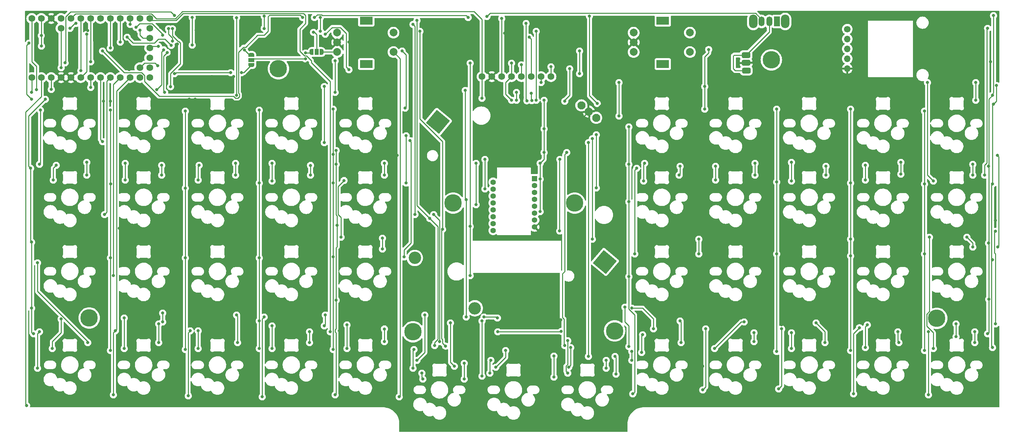
<source format=gbr>
%TF.GenerationSoftware,KiCad,Pcbnew,7.0.2*%
%TF.CreationDate,2023-05-02T20:53:08+02:00*%
%TF.ProjectId,Block,426c6f63-6b2e-46b6-9963-61645f706362,rev?*%
%TF.SameCoordinates,Original*%
%TF.FileFunction,Copper,L1,Top*%
%TF.FilePolarity,Positive*%
%FSLAX46Y46*%
G04 Gerber Fmt 4.6, Leading zero omitted, Abs format (unit mm)*
G04 Created by KiCad (PCBNEW 7.0.2) date 2023-05-02 20:53:08*
%MOMM*%
%LPD*%
G01*
G04 APERTURE LIST*
G04 Aperture macros list*
%AMRoundRect*
0 Rectangle with rounded corners*
0 $1 Rounding radius*
0 $2 $3 $4 $5 $6 $7 $8 $9 X,Y pos of 4 corners*
0 Add a 4 corners polygon primitive as box body*
4,1,4,$2,$3,$4,$5,$6,$7,$8,$9,$2,$3,0*
0 Add four circle primitives for the rounded corners*
1,1,$1+$1,$2,$3*
1,1,$1+$1,$4,$5*
1,1,$1+$1,$6,$7*
1,1,$1+$1,$8,$9*
0 Add four rect primitives between the rounded corners*
20,1,$1+$1,$2,$3,$4,$5,0*
20,1,$1+$1,$4,$5,$6,$7,0*
20,1,$1+$1,$6,$7,$8,$9,0*
20,1,$1+$1,$8,$9,$2,$3,0*%
%AMRotRect*
0 Rectangle, with rotation*
0 The origin of the aperture is its center*
0 $1 length*
0 $2 width*
0 $3 Rotation angle, in degrees counterclockwise*
0 Add horizontal line*
21,1,$1,$2,0,0,$3*%
%AMFreePoly0*
4,1,19,0.550000,-0.750000,0.000000,-0.750000,0.000000,-0.744911,-0.071157,-0.744911,-0.207708,-0.704816,-0.327430,-0.627875,-0.420627,-0.520320,-0.479746,-0.390866,-0.500000,-0.250000,-0.500000,0.250000,-0.479746,0.390866,-0.420627,0.520320,-0.327430,0.627875,-0.207708,0.704816,-0.071157,0.744911,0.000000,0.744911,0.000000,0.750000,0.550000,0.750000,0.550000,-0.750000,0.550000,-0.750000,
$1*%
%AMFreePoly1*
4,1,19,0.000000,0.744911,0.071157,0.744911,0.207708,0.704816,0.327430,0.627875,0.420627,0.520320,0.479746,0.390866,0.500000,0.250000,0.500000,-0.250000,0.479746,-0.390866,0.420627,-0.520320,0.327430,-0.627875,0.207708,-0.704816,0.071157,-0.744911,0.000000,-0.744911,0.000000,-0.750000,-0.550000,-0.750000,-0.550000,0.750000,0.000000,0.750000,0.000000,0.744911,0.000000,0.744911,
$1*%
G04 Aperture macros list end*
%TA.AperFunction,SMDPad,CuDef*%
%ADD10FreePoly0,180.000000*%
%TD*%
%TA.AperFunction,SMDPad,CuDef*%
%ADD11R,1.000000X1.500000*%
%TD*%
%TA.AperFunction,SMDPad,CuDef*%
%ADD12FreePoly1,180.000000*%
%TD*%
%TA.AperFunction,ComponentPad*%
%ADD13C,4.500000*%
%TD*%
%TA.AperFunction,ComponentPad*%
%ADD14C,2.000000*%
%TD*%
%TA.AperFunction,ComponentPad*%
%ADD15R,3.200000X2.000000*%
%TD*%
%TA.AperFunction,ComponentPad*%
%ADD16C,3.200000*%
%TD*%
%TA.AperFunction,ComponentPad*%
%ADD17C,2.100000*%
%TD*%
%TA.AperFunction,ComponentPad*%
%ADD18RotRect,4.400000X4.400000X140.000000*%
%TD*%
%TA.AperFunction,ComponentPad*%
%ADD19C,1.752600*%
%TD*%
%TA.AperFunction,ComponentPad*%
%ADD20RoundRect,0.375000X0.756430X-0.361854X0.743341X0.388032X-0.756430X0.361854X-0.743341X-0.388032X0*%
%TD*%
%TA.AperFunction,SMDPad,CuDef*%
%ADD21FreePoly0,90.000000*%
%TD*%
%TA.AperFunction,SMDPad,CuDef*%
%ADD22R,1.500000X1.000000*%
%TD*%
%TA.AperFunction,SMDPad,CuDef*%
%ADD23FreePoly1,90.000000*%
%TD*%
%TA.AperFunction,ComponentPad*%
%ADD24C,1.700000*%
%TD*%
%TA.AperFunction,ComponentPad*%
%ADD25O,1.700000X1.700000*%
%TD*%
%TA.AperFunction,ComponentPad*%
%ADD26O,2.200000X3.500000*%
%TD*%
%TA.AperFunction,ComponentPad*%
%ADD27R,1.500000X2.500000*%
%TD*%
%TA.AperFunction,ComponentPad*%
%ADD28O,1.500000X2.500000*%
%TD*%
%TA.AperFunction,ComponentPad*%
%ADD29R,1.400000X1.400000*%
%TD*%
%TA.AperFunction,ComponentPad*%
%ADD30C,1.400000*%
%TD*%
%TA.AperFunction,ViaPad*%
%ADD31C,0.800000*%
%TD*%
%TA.AperFunction,Conductor*%
%ADD32C,0.250000*%
%TD*%
G04 APERTURE END LIST*
D10*
%TO.P,JP3,1,A*%
%TO.N,EncL_1*%
X173124000Y-72672000D03*
D11*
%TO.P,JP3,2,C*%
%TO.N,GPIO16*%
X171824000Y-72672000D03*
D12*
%TO.P,JP3,3,B*%
%TO.N,MOTION*%
X170524000Y-72672000D03*
%TD*%
D13*
%TO.P,H10,1*%
%TO.N,N/C*%
X238354380Y-111634942D03*
%TD*%
D14*
%TO.P,SW47,A,A*%
%TO.N,EncR_2*%
X253553588Y-67688000D03*
%TO.P,SW47,B,B*%
%TO.N,EncL_2*%
X253553588Y-72688000D03*
%TO.P,SW47,C,C*%
%TO.N,GND*%
X253553588Y-70188000D03*
D15*
%TO.P,SW47,MP*%
%TO.N,N/C*%
X261053588Y-64588000D03*
X261053588Y-75788000D03*
D14*
%TO.P,SW47,S1,S1*%
%TO.N,row_5*%
X268053588Y-72688000D03*
%TO.P,SW47,S2,S2*%
%TO.N,Net-(D35-K)*%
X268053588Y-67688000D03*
%TD*%
D16*
%TO.P,SW36,*%
%TO.N,*%
X212605591Y-138748921D03*
X197142253Y-125773243D03*
D17*
%TO.P,SW36,A,A*%
%TO.N,Net-(R4-Pad2)*%
X243898286Y-89641140D03*
%TO.P,SW36,B,B*%
%TO.N,Net-(R6-Pad1)*%
X240068064Y-86427202D03*
%TO.P,SW36,C,C*%
%TO.N,GND*%
X241983175Y-88034171D03*
D18*
%TO.P,SW36,MP*%
%TO.N,N/C*%
X246119859Y-126812704D03*
X203092754Y-90711665D03*
%TD*%
D13*
%TO.P,H8,1*%
%TO.N,N/C*%
X113226000Y-141252000D03*
%TD*%
D19*
%TO.P,U1,1,TX0/PD3*%
%TO.N,row_5*%
X100874750Y-79276000D03*
%TO.P,U1,2,RX1/PD2*%
%TO.N,NCS*%
X103414750Y-79276000D03*
%TO.P,U1,3,GND*%
%TO.N,GND*%
X105954750Y-79276000D03*
%TO.P,U1,4,GND*%
X108494750Y-79276000D03*
%TO.P,U1,5,2/PD1*%
%TO.N,SDA*%
X111034750Y-79276000D03*
%TO.P,U1,6,3/PD0*%
%TO.N,SCL*%
X113574750Y-79276000D03*
%TO.P,U1,7,4/PD4*%
%TO.N,row_0*%
X116114750Y-79276000D03*
%TO.P,U1,8,5/PC6*%
%TO.N,row_1*%
X118654750Y-79276000D03*
%TO.P,U1,9,6/PD7*%
%TO.N,row_2*%
X121194750Y-79276000D03*
%TO.P,U1,10,7/PE6*%
%TO.N,row_3*%
X123734750Y-79276000D03*
%TO.P,U1,11,8/PB4*%
%TO.N,row_4*%
X126274750Y-79276000D03*
%TO.P,U1,12,9/PB5*%
%TO.N,SR_CS*%
X128814750Y-79256000D03*
%TO.P,U1,13,10/PB6*%
%TO.N,NCS_2*%
X128814750Y-64036000D03*
%TO.P,U1,14,16/PB2*%
%TO.N,MOSI*%
X126274750Y-64036000D03*
%TO.P,U1,15,14/PB3*%
%TO.N,MISO*%
X123734750Y-64036000D03*
%TO.P,U1,16,15/PB1*%
%TO.N,SCLK*%
X121194750Y-64036000D03*
%TO.P,U1,17,A0/PF7*%
%TO.N,TFT_CS*%
X118654750Y-64036000D03*
%TO.P,U1,18,A1/PF6*%
%TO.N,EncR_1*%
X116114750Y-64036000D03*
%TO.P,U1,19,A2/PF5*%
%TO.N,EncR*%
X113574750Y-64036000D03*
%TO.P,U1,20,A3/PF4*%
%TO.N,EncL*%
X111034750Y-64036000D03*
%TO.P,U1,21,VCC*%
%TO.N,VCC*%
X108494750Y-64036000D03*
%TO.P,U1,22,RST*%
%TO.N,RESET*%
X105954750Y-64036000D03*
%TO.P,U1,23,GND*%
%TO.N,GND*%
X103414750Y-64036000D03*
%TO.P,U1,24,B0*%
%TO.N,RAW*%
X100874750Y-64036000D03*
%TO.P,U1,25,B7*%
%TO.N,TFT_RST*%
X128814750Y-76736000D03*
%TO.P,U1,26,D5*%
%TO.N,TFT_BL*%
X128814750Y-74196000D03*
%TO.P,U1,27,C7*%
%TO.N,TFT_DC*%
X128814750Y-71656000D03*
%TO.P,U1,28,F1*%
%TO.N,LED_3V3*%
X128814750Y-69116000D03*
%TO.P,U1,29,F0*%
%TO.N,GPIO16*%
X128814750Y-66576000D03*
%TO.P,U1,30,RGB*%
%TO.N,LED_5V*%
X105954750Y-66536000D03*
X126274750Y-76736000D03*
%TO.P,U1,31,GPIO10*%
%TO.N,EncR_2*%
X98444750Y-79256000D03*
%TO.P,U1,32,GPIO11*%
%TO.N,EncL_2*%
X98444750Y-64016000D03*
%TD*%
D20*
%TO.P,J4,1,Pin_1*%
%TO.N,bat+*%
X282503095Y-73466305D03*
%TO.P,J4,2,Pin_2*%
%TO.N,GND*%
X282538000Y-75466000D03*
%TO.P,J4,3,Pin_3*%
%TO.N,bat+*%
X282572905Y-77465695D03*
%TD*%
D13*
%TO.P,H9,1*%
%TO.N,N/C*%
X207033286Y-111634942D03*
%TD*%
D14*
%TO.P,SW48,A,A*%
%TO.N,EncR_1*%
X177147588Y-67688000D03*
%TO.P,SW48,B,B*%
%TO.N,EncL_1*%
X177147588Y-72688000D03*
%TO.P,SW48,C,C*%
%TO.N,GND*%
X177147588Y-70188000D03*
D15*
%TO.P,SW48,MP*%
%TO.N,N/C*%
X184647588Y-64588000D03*
X184647588Y-75788000D03*
D14*
%TO.P,SW48,S1,S1*%
%TO.N,row_5*%
X191647588Y-72688000D03*
%TO.P,SW48,S2,S2*%
%TO.N,Net-(D36-K)*%
X191647588Y-67688000D03*
%TD*%
D13*
%TO.P,H3,1*%
%TO.N,N/C*%
X331656496Y-141337717D03*
%TD*%
D21*
%TO.P,JP1,1,A*%
%TO.N,LED_5V*%
X155030000Y-76034000D03*
D22*
%TO.P,JP1,2,C*%
%TO.N,LED_DO*%
X155030000Y-74734000D03*
D23*
%TO.P,JP1,3,B*%
%TO.N,LED_SHFT_5V*%
X155030000Y-73434000D03*
%TD*%
D19*
%TO.P,J5,1,Pin_1*%
%TO.N,VCC*%
X214465999Y-79021999D03*
%TO.P,J5,2,Pin_2*%
%TO.N,GND*%
X217006001Y-79022000D03*
%TO.P,J5,3,Pin_3*%
%TO.N,MOSI*%
X219545999Y-79021999D03*
%TO.P,J5,4,Pin_4*%
%TO.N,SCLK*%
X222085999Y-79021999D03*
%TO.P,J5,5,Pin_5*%
%TO.N,TFT_CS*%
X224626000Y-79022000D03*
%TO.P,J5,6,Pin_6*%
%TO.N,TFT_DC*%
X227166000Y-79022001D03*
%TO.P,J5,7,Pin_7*%
%TO.N,TFT_RST*%
X229706000Y-79022000D03*
%TO.P,J5,8,Pin_8*%
%TO.N,TFT_BL*%
X232245999Y-79022000D03*
%TD*%
D13*
%TO.P,H2,1*%
%TO.N,N/C*%
X289036000Y-74704000D03*
%TD*%
%TO.P,H1,1*%
%TO.N,N/C*%
X248648000Y-144583000D03*
%TD*%
D24*
%TO.P,U5,1,VDD*%
%TO.N,VCC*%
X308610000Y-66784000D03*
D25*
%TO.P,U5,2,SDA*%
%TO.N,SDA*%
X308610000Y-69324000D03*
%TO.P,U5,3,SCL*%
%TO.N,SCL*%
X308610000Y-71864000D03*
%TO.P,U5,4,TRIG*%
%TO.N,unconnected-(U5-TRIG-Pad4)*%
X308610000Y-74404000D03*
%TO.P,U5,5,GND*%
%TO.N,GND*%
X308610000Y-76944000D03*
%TD*%
D26*
%TO.P,SW37,*%
%TO.N,*%
X292596000Y-64798000D03*
X284396000Y-64798000D03*
D27*
%TO.P,SW37,1,A*%
%TO.N,unconnected-(SW37-A-Pad1)*%
X290496000Y-64798000D03*
D28*
%TO.P,SW37,2,B*%
%TO.N,bat+*%
X288496000Y-64798000D03*
%TO.P,SW37,3,C*%
%TO.N,RAW*%
X286496000Y-64798000D03*
%TD*%
D13*
%TO.P,H5,1*%
%TO.N,N/C*%
X196686000Y-144808000D03*
%TD*%
%TO.P,H4,1*%
%TO.N,N/C*%
X161994000Y-76990000D03*
%TD*%
D29*
%TO.P,U4,1,NC*%
%TO.N,unconnected-(U4-NC-Pad1)*%
X228037290Y-105339942D03*
D30*
%TO.P,U4,2,NC*%
%TO.N,unconnected-(U4-NC-Pad2)*%
X228037290Y-107119942D03*
%TO.P,U4,3,VDDPIX*%
%TO.N,Net-(U4-VDDPIX)*%
X228037290Y-108899942D03*
%TO.P,U4,4,VDD*%
%TO.N,VDD*%
X228037290Y-110679942D03*
%TO.P,U4,5,VDDIO*%
%TO.N,VCC*%
X228037290Y-112459942D03*
%TO.P,U4,6,NC*%
%TO.N,unconnected-(U4-NC-Pad6)*%
X228037290Y-114239942D03*
%TO.P,U4,7,~{NRESET}*%
%TO.N,Net-(U4-~{NRESET})*%
X228037290Y-116019942D03*
%TO.P,U4,8,GND*%
%TO.N,GND*%
X228037290Y-117799942D03*
%TO.P,U4,9,MOTION*%
%TO.N,MOTION*%
X217337290Y-118689942D03*
%TO.P,U4,10,SCLK*%
%TO.N,SCLK*%
X217337290Y-116909942D03*
%TO.P,U4,11,MOSI*%
%TO.N,MOSI*%
X217337290Y-115129942D03*
%TO.P,U4,12,MISO*%
%TO.N,MISO*%
X217337290Y-113349942D03*
%TO.P,U4,13,~{NCS}*%
%TO.N,NCS*%
X217337290Y-111569942D03*
%TO.P,U4,14,NC*%
%TO.N,unconnected-(U4-NC-Pad14)*%
X217337290Y-109789942D03*
%TO.P,U4,15,LED_P*%
%TO.N,Net-(U4-LED_P)*%
X217337290Y-108009942D03*
%TO.P,U4,16,NC*%
%TO.N,unconnected-(U4-NC-Pad16)*%
X217337290Y-106229942D03*
%TD*%
D31*
%TO.N,GND*%
X135980000Y-66830000D03*
X98388000Y-76736000D03*
X141314000Y-69878000D03*
X140806000Y-67084000D03*
%TO.N,RESET*%
X125312000Y-66322000D03*
%TO.N,GND*%
X132170000Y-70386000D03*
%TO.N,LED_3V3*%
X126328000Y-67084000D03*
%TO.N,GND*%
X165952000Y-71910000D03*
%TO.N,SDA*%
X133694000Y-66671500D03*
X134710000Y-69878000D03*
%TO.N,GND*%
X135980000Y-70640000D03*
X168746000Y-69370000D03*
X170778000Y-70640000D03*
X174334000Y-70386000D03*
%TO.N,MOTION*%
X169000000Y-72926000D03*
%TO.N,GPIO16*%
X171032000Y-67592000D03*
%TO.N,VCC*%
X228436000Y-85118000D03*
X230468000Y-98580000D03*
X229452000Y-101374000D03*
X229452000Y-105438000D03*
X236310000Y-98580000D03*
X235802000Y-148364000D03*
X228436000Y-67338000D03*
X230468000Y-85118000D03*
X214466000Y-84610000D03*
X212942000Y-101374000D03*
X212942000Y-112042000D03*
X229452000Y-113820000D03*
X230468000Y-92484000D03*
%TO.N,GND*%
X140044000Y-136934000D03*
X207354000Y-98580000D03*
X119724000Y-70894000D03*
X295492000Y-140998000D03*
X138520000Y-82578000D03*
X268060000Y-84864000D03*
X194908000Y-169192000D03*
X134456000Y-117630000D03*
X295492000Y-143030000D03*
X321654000Y-120932000D03*
X133440000Y-87404000D03*
X152998000Y-99088000D03*
X177890000Y-84864000D03*
X125058000Y-80800000D03*
X223610000Y-75212000D03*
X200750000Y-107978000D03*
X133186000Y-85118000D03*
X234786000Y-87658000D03*
X123026000Y-75720000D03*
X224118000Y-95532000D03*
X286602000Y-143284000D03*
X269584000Y-143284000D03*
X238850000Y-139474000D03*
X345530000Y-75212000D03*
X139028000Y-84864000D03*
X220054000Y-133886000D03*
X152744000Y-69878000D03*
X207608000Y-156492000D03*
X292952000Y-136680000D03*
X116422000Y-75974000D03*
X165698000Y-78514000D03*
X181446000Y-128044000D03*
X163158000Y-70132000D03*
X224880000Y-84356000D03*
X141314000Y-87404000D03*
X150458000Y-79022000D03*
X114644000Y-67084000D03*
X238850000Y-65306000D03*
X342482000Y-126012000D03*
X244692000Y-145570000D03*
X122518000Y-65814000D03*
X119978000Y-65560000D03*
X305144000Y-142522000D03*
X276188000Y-106962000D03*
X146394000Y-144046000D03*
X121756000Y-85372000D03*
X295238000Y-99342000D03*
X144362000Y-139982000D03*
X234786000Y-141760000D03*
X286856000Y-84610000D03*
X136234000Y-146840000D03*
X115406000Y-73942000D03*
X286094000Y-118138000D03*
X207354000Y-105946000D03*
X198718000Y-138204000D03*
X239866000Y-69624000D03*
X272632000Y-122964000D03*
X163412000Y-66830000D03*
X273902000Y-84356000D03*
X217768000Y-168430000D03*
X171032000Y-150142000D03*
X280506000Y-75720000D03*
X272632000Y-104422000D03*
X272632000Y-136426000D03*
X172302000Y-99088000D03*
X154776000Y-144046000D03*
X239358000Y-90452000D03*
X222340000Y-83848000D03*
X172048000Y-125758000D03*
X162650000Y-127790000D03*
X183732000Y-139728000D03*
X156300000Y-70894000D03*
X187796000Y-72926000D03*
X227420000Y-134140000D03*
X322924000Y-118392000D03*
X246978000Y-84356000D03*
X220308000Y-67846000D03*
X208878000Y-168684000D03*
X123534000Y-77244000D03*
X124550000Y-71910000D03*
X173318000Y-75466000D03*
X216244000Y-142014000D03*
X314796000Y-99342000D03*
X168238000Y-143030000D03*
X123534000Y-136680000D03*
X291682000Y-143030000D03*
X207862000Y-139474000D03*
X184748000Y-143284000D03*
X343752000Y-123218000D03*
X154522000Y-140236000D03*
X285332000Y-75466000D03*
X294222000Y-73942000D03*
X180176000Y-70132000D03*
X305906000Y-84610000D03*
X213958000Y-116106000D03*
X116168000Y-136680000D03*
X108802000Y-70132000D03*
X294984000Y-118138000D03*
X318098000Y-139728000D03*
X269076000Y-144808000D03*
X152998000Y-118392000D03*
X195162000Y-112550000D03*
X304890000Y-134140000D03*
X313018000Y-136680000D03*
X224880000Y-88674000D03*
X109564000Y-70132000D03*
X214212000Y-117884000D03*
X318352000Y-144808000D03*
X231738000Y-142776000D03*
X218530000Y-143284000D03*
X118708000Y-85372000D03*
X109056000Y-140490000D03*
X324702000Y-84864000D03*
X331306000Y-84356000D03*
X306922000Y-117884000D03*
X271362000Y-153698000D03*
X148680000Y-70132000D03*
X162904000Y-112042000D03*
X115660000Y-70132000D03*
X319368000Y-141760000D03*
X273902000Y-99088000D03*
X126074000Y-142522000D03*
X294984000Y-64290000D03*
X291428000Y-84356000D03*
X246724000Y-99850000D03*
X144870000Y-76990000D03*
X247232000Y-149126000D03*
X192622000Y-99342000D03*
X148680000Y-71656000D03*
X140552000Y-84864000D03*
X154268000Y-137188000D03*
X224626000Y-83086000D03*
X139536000Y-118392000D03*
X144870000Y-79022000D03*
X169508000Y-75466000D03*
X331052000Y-99596000D03*
X239104000Y-100104000D03*
X156554000Y-84864000D03*
X239612000Y-84356000D03*
X116930000Y-140490000D03*
X125566000Y-69370000D03*
X115914000Y-118392000D03*
X255360000Y-136934000D03*
X269330000Y-139728000D03*
X247232000Y-137442000D03*
X155538000Y-78260000D03*
X116168000Y-99088000D03*
X310732000Y-84356000D03*
X284824000Y-139220000D03*
X120994000Y-118138000D03*
X136488000Y-143284000D03*
X143600000Y-112550000D03*
X346800000Y-116106000D03*
X122772000Y-99088000D03*
X116930000Y-85372000D03*
X123026000Y-70132000D03*
X261202000Y-139474000D03*
X232754000Y-148110000D03*
X207862000Y-143792000D03*
X245708000Y-72418000D03*
X332576000Y-121186000D03*
X217514000Y-93754000D03*
X224372000Y-137950000D03*
X133440000Y-77752000D03*
X304128000Y-136934000D03*
X170778000Y-87404000D03*
X178652000Y-98834000D03*
X109818000Y-75466000D03*
X285840000Y-136680000D03*
X125820000Y-139728000D03*
X112864997Y-67132767D03*
X118962000Y-77244000D03*
X216752000Y-74958000D03*
X140806000Y-82832000D03*
X181700000Y-111788000D03*
X207862000Y-71910000D03*
X131662000Y-66322000D03*
X312510000Y-118392000D03*
X268060000Y-136934000D03*
%TO.N,col0*%
X118708000Y-125758000D03*
X118745500Y-106708000D03*
X193892000Y-72418000D03*
X118708000Y-87658000D03*
X118708000Y-149634000D03*
X194654000Y-87150000D03*
%TO.N,col1*%
X138012000Y-125758000D03*
X138012000Y-149380000D03*
X138012000Y-87912000D03*
X138012000Y-107775100D03*
X194908000Y-106454000D03*
X194908000Y-94262000D03*
%TO.N,col2*%
X214466000Y-156238000D03*
X157062000Y-87658000D03*
X194400000Y-125504000D03*
X195924000Y-95532000D03*
X214466000Y-142014000D03*
X157062000Y-142014000D03*
X157062000Y-149126000D03*
X157062000Y-125758000D03*
X157062000Y-106454000D03*
%TO.N,col3*%
X176112000Y-149380000D03*
X176112000Y-87404000D03*
X233008000Y-151071144D03*
X233008000Y-156492000D03*
X176112000Y-106454000D03*
X176112000Y-99088000D03*
X176112000Y-125504000D03*
%TO.N,row_1*%
X117184000Y-114582000D03*
%TO.N,row_0*%
X116676000Y-95786000D03*
%TO.N,col4*%
X249010000Y-155730000D03*
X290412000Y-106200000D03*
X290412000Y-87404000D03*
X241898000Y-96040000D03*
X248756000Y-151158000D03*
X290412000Y-149888000D03*
X290412000Y-124742000D03*
X241898000Y-151158000D03*
%TO.N,col5*%
X270346000Y-120932000D03*
X309462000Y-120932000D03*
X270346000Y-124742000D03*
X309462000Y-87404000D03*
X242914000Y-95024000D03*
X309462000Y-125250000D03*
X309462000Y-149634000D03*
X309462000Y-106454000D03*
X242914000Y-120932000D03*
%TO.N,col6*%
X328512000Y-106708000D03*
X243930000Y-94008000D03*
X328512000Y-149634000D03*
X243930000Y-107724000D03*
X328512000Y-124742000D03*
X328512000Y-87912000D03*
%TO.N,row_3*%
X157824000Y-161572000D03*
X253074000Y-138712000D03*
X119978000Y-144554000D03*
X310224000Y-160810000D03*
X119470000Y-161064000D03*
X99912000Y-154206000D03*
X139282000Y-144554000D03*
X272124000Y-144046000D03*
X291682000Y-144046000D03*
X100420000Y-144808000D03*
X258662000Y-144046000D03*
X329528000Y-161064000D03*
X271362000Y-159794000D03*
X138774000Y-161318000D03*
X158332000Y-140998000D03*
X311748000Y-143755000D03*
X329528000Y-144808000D03*
X290920000Y-159540000D03*
%TO.N,row_2*%
X119470000Y-130330000D03*
%TO.N,col7*%
X346038000Y-148872000D03*
X227166000Y-83340000D03*
X346038000Y-106708000D03*
X272886000Y-72036000D03*
X227293000Y-85218706D03*
X271870000Y-87404000D03*
X346292000Y-86134000D03*
X346038000Y-126266000D03*
X271870000Y-81562000D03*
X347054000Y-81308000D03*
%TO.N,MOSI*%
X225827300Y-65306000D03*
X201004000Y-115598000D03*
X219546000Y-64036000D03*
X197702000Y-64544000D03*
X202274000Y-148364000D03*
X226023000Y-85245000D03*
%TO.N,MOTION*%
X204306000Y-118392000D03*
X198464000Y-67338000D03*
X205068000Y-148522500D03*
%TO.N,NCS*%
X103468000Y-82324000D03*
X214974000Y-140998000D03*
X210402000Y-110772000D03*
X218434500Y-141256514D03*
X210402000Y-140998000D03*
X210148000Y-82578000D03*
%TO.N,MISO*%
X196686000Y-65560000D03*
X197194000Y-114582000D03*
X202020000Y-114582000D03*
X123788000Y-65560000D03*
X203544000Y-147348000D03*
%TO.N,SCLK*%
X121248000Y-70132000D03*
X211418000Y-117630000D03*
X211418000Y-75561500D03*
X211418000Y-130330000D03*
X222086000Y-75561500D03*
X222086000Y-85118000D03*
%TO.N,Net-(D41-DOUT)*%
X189320000Y-147348000D03*
X160364000Y-149126000D03*
X189320000Y-144083500D03*
X160364000Y-143284000D03*
%TO.N,Net-(D41-DIN)*%
X170016000Y-147602000D03*
X170016000Y-144808000D03*
X141314000Y-149126000D03*
X141314000Y-144554000D03*
%TO.N,EncL*%
X249772000Y-89182000D03*
X249772000Y-80546000D03*
X111088000Y-77498000D03*
%TO.N,EncR*%
X113628000Y-75212000D03*
X237072000Y-76990000D03*
X235802000Y-85372000D03*
%TO.N,SDA*%
X112612000Y-68100000D03*
%TO.N,SCL*%
X113628000Y-81816000D03*
X134693503Y-66671500D03*
X134202000Y-81636500D03*
%TO.N,SR_CS*%
X223356000Y-83086000D03*
X223356000Y-85118000D03*
%TO.N,Net-(D44-DOUT)*%
X340958000Y-104422000D03*
X313272000Y-105692000D03*
X340958000Y-101628000D03*
X313272000Y-101882000D03*
%TO.N,Net-(D44-DIN)*%
X322416000Y-104168000D03*
X322416000Y-101120000D03*
X294222000Y-101120000D03*
X294222000Y-105946000D03*
%TO.N,Net-(D45-DOUT)*%
X282030000Y-142268000D03*
X274410000Y-149126000D03*
X300572000Y-142522000D03*
X302858000Y-147602000D03*
%TO.N,Net-(D45-DIN)*%
X284570000Y-145062000D03*
X255614000Y-150142000D03*
X255868000Y-145570000D03*
X284570000Y-147348000D03*
%TO.N,Net-(D47-DOUT)*%
X122518000Y-101374000D03*
X150966000Y-101374000D03*
X122518000Y-105692000D03*
X150966000Y-104422000D03*
%TO.N,Net-(D47-DIN)*%
X131916000Y-101882000D03*
X131916000Y-104422000D03*
X103976000Y-105692000D03*
X104738000Y-101882000D03*
%TO.N,TFT_CS*%
X224626000Y-75974000D03*
X118654750Y-71656000D03*
%TO.N,row_4*%
X176620000Y-161064000D03*
X173826000Y-81562000D03*
X177128000Y-117376000D03*
X173826000Y-96040000D03*
X176874000Y-136680000D03*
X176874000Y-101628000D03*
X252312000Y-130584000D03*
X176874000Y-98072000D03*
X253328000Y-160810000D03*
X252312000Y-91976000D03*
X252312000Y-101628000D03*
X252312000Y-111280000D03*
%TO.N,RESET*%
X174080000Y-68100000D03*
X239612000Y-78260000D03*
X109818000Y-65306000D03*
X132170000Y-68354000D03*
X180176000Y-77244000D03*
X239612000Y-72418000D03*
X108294000Y-66576000D03*
%TO.N,Net-(D50-DOUT)*%
X329274000Y-80546000D03*
X341720000Y-85118000D03*
X341720000Y-80546000D03*
X330798000Y-105946000D03*
%TO.N,Net-(D51-DOUT)*%
X294222000Y-145062000D03*
X321908000Y-147602000D03*
X321654000Y-144808000D03*
X294222000Y-149126000D03*
%TO.N,Net-(D52-DOUT)*%
X206338000Y-142522000D03*
X207354000Y-153698000D03*
X179668000Y-143030000D03*
X179668000Y-149126000D03*
%TO.N,Net-(D54-DOUT)*%
X170270000Y-101919500D03*
X141568000Y-101882000D03*
X170270000Y-104422000D03*
X141314000Y-105692000D03*
%TO.N,TFT_DC*%
X226658000Y-68862000D03*
X131092122Y-71209879D03*
%TO.N,Net-(D56-DOUT)*%
X265266000Y-104422000D03*
X253836000Y-124742000D03*
X265520000Y-102136000D03*
X254344000Y-102644000D03*
%TO.N,Net-(D58-DOUT)*%
X341466000Y-144808000D03*
X313272000Y-148872000D03*
X341466000Y-147602000D03*
X313780000Y-143030000D03*
%TO.N,row_5*%
X97118000Y-163858000D03*
X193130000Y-161572000D03*
%TO.N,TFT_RST*%
X229706000Y-80546000D03*
%TO.N,TFT_BL*%
X232246000Y-76482000D03*
%TO.N,Net-(D59-DOUT)*%
X198972000Y-155476000D03*
X209894000Y-157000000D03*
X209894000Y-152936000D03*
X199226000Y-157000000D03*
%TO.N,LED_DO*%
X176620000Y-74958000D03*
X169000000Y-74450000D03*
X176620000Y-83086000D03*
%TO.N,RAW*%
X171286000Y-63782000D03*
X116676000Y-72418000D03*
X215736000Y-63528000D03*
X100928000Y-71148000D03*
X210910000Y-63782000D03*
X168238000Y-63782000D03*
X100880805Y-68448932D03*
%TO.N,Net-(D61-DOUT)*%
X160364000Y-105946000D03*
X160364000Y-101374000D03*
X189320000Y-101374000D03*
X189320000Y-104422000D03*
%TO.N,Net-(D62-DOUT)*%
X99912000Y-127028000D03*
X112866000Y-147602000D03*
%TO.N,Net-(D63-DOUT)*%
X256122000Y-105946000D03*
X284824000Y-101374000D03*
X256376000Y-101374000D03*
X284824000Y-104422000D03*
%TO.N,Net-(D65-DOUT)*%
X329782000Y-120424000D03*
X340958000Y-122964000D03*
X339434000Y-120424000D03*
X330798000Y-149126000D03*
%TO.N,Net-(D66-DOUT)*%
X246470000Y-152174000D03*
X246470000Y-154206000D03*
X216498000Y-155476000D03*
X216752000Y-152174000D03*
%TO.N,Net-(D68-DOUT)*%
X178144000Y-120424000D03*
X178906000Y-105814000D03*
X188812000Y-120678000D03*
X188812000Y-123472000D03*
%TO.N,Net-(D69-DOUT)*%
X106008000Y-141506000D03*
X131154000Y-142776000D03*
X103722000Y-149126000D03*
X131154000Y-147602000D03*
%TO.N,Net-(D70-DOUT)*%
X303112000Y-104422000D03*
X274664000Y-102136000D03*
X274664000Y-105692000D03*
X303112000Y-102136000D03*
%TO.N,Net-(D73-DOUT)*%
X265520000Y-142014000D03*
X236564000Y-147094000D03*
X236564000Y-155476000D03*
X265774000Y-147602000D03*
%TO.N,Net-(D74-DOUT)*%
X100420000Y-101628000D03*
X112612000Y-104422000D03*
X100674000Y-87658000D03*
X112612000Y-101120000D03*
%TO.N,Net-(D84-DOUT)*%
X151474000Y-147602000D03*
X122264000Y-149126000D03*
X122264000Y-141252000D03*
X151220000Y-140490000D03*
%TO.N,LED_PWR*%
X218022000Y-153952000D03*
X346292000Y-63274000D03*
X237326000Y-148872000D03*
X220562000Y-149634000D03*
X196940000Y-149380000D03*
X345022000Y-102136000D03*
X151220000Y-63819500D03*
X236818000Y-153952000D03*
X346038000Y-83848000D03*
X345059000Y-136426000D03*
X345022000Y-121948000D03*
X336640000Y-142776000D03*
X98134000Y-102644000D03*
X151220000Y-83848000D03*
X98388000Y-84864000D03*
X98388000Y-138712000D03*
X344768000Y-145316000D03*
X336640000Y-146078000D03*
X196686000Y-154206000D03*
X101944000Y-84864000D03*
X97720250Y-70386000D03*
X98896000Y-145316000D03*
X98388000Y-121694000D03*
%TO.N,LED_5V*%
X130900000Y-76228000D03*
X152490000Y-78006000D03*
X149696000Y-78006000D03*
X106008000Y-76736000D03*
X135218000Y-78260000D03*
%TO.N,Net-(U4-LED_P)*%
X215228000Y-100358000D03*
X215228000Y-107978000D03*
X234532000Y-100358000D03*
X234463583Y-118831583D03*
%TO.N,LED_SHFT_5V*%
X123026000Y-68862000D03*
X134354948Y-70995052D03*
X153252000Y-72164000D03*
%TO.N,EncR_2*%
X98388000Y-83086000D03*
X133311253Y-72792614D03*
X132678000Y-83085500D03*
%TO.N,EncL_2*%
X99662299Y-82361500D03*
X130646000Y-82419500D03*
X132424000Y-72098878D03*
%TO.N,NCS_2*%
X175350000Y-144808000D03*
X218530000Y-144808000D03*
X234881500Y-144696201D03*
%TO.N,EncR_1*%
X139790000Y-70894000D03*
X139790000Y-63782000D03*
%TO.N,Net-(D37-DOUT)*%
X346800000Y-142776000D03*
X346800000Y-118900000D03*
%TO.N,Net-(D37-DIN)*%
X347373500Y-122964000D03*
X347308000Y-99342000D03*
%TO.N,Net-(D38-DIN)*%
X344006000Y-104422000D03*
X344768000Y-66576000D03*
%TO.N,Net-(D92-DOUT)*%
X242152000Y-63402000D03*
X244184000Y-85965039D03*
%TO.N,Net-(D93-DIN)*%
X251296000Y-138458000D03*
X252312000Y-148618000D03*
%TO.N,Net-(D100-DIN)*%
X253074000Y-152174000D03*
X253074000Y-149888000D03*
%TO.N,Net-(D100-DOUT)*%
X199734000Y-140490000D03*
X197702000Y-152174000D03*
%TO.N,Net-(D101-DOUT)*%
X173826000Y-143284000D03*
X174080000Y-140490000D03*
X132170000Y-139982000D03*
X132170000Y-142268000D03*
%TO.N,Net-(D106-DOUT)*%
X135213701Y-63269701D03*
X107024000Y-75466000D03*
%TO.N,Net-(D107-DOUT)*%
X158332000Y-66618500D03*
X158332000Y-63432500D03*
%TO.N,Net-(D108-DIN)*%
X172810000Y-67338000D03*
X172810000Y-63782000D03*
%TD*%
D32*
%TO.N,SCL*%
X136280305Y-69915000D02*
X136742000Y-70376695D01*
X136742000Y-75710695D02*
X134202000Y-78250695D01*
X136145396Y-69915000D02*
X136280305Y-69915000D01*
X136742000Y-70376695D02*
X136742000Y-75710695D01*
X134693503Y-68463107D02*
X136145396Y-69915000D01*
X134693503Y-66671500D02*
X134693503Y-68463107D01*
X134202000Y-78250695D02*
X134202000Y-81636500D01*
%TO.N,SDA*%
X134710000Y-69116000D02*
X134710000Y-69878000D01*
X133694000Y-68100000D02*
X134710000Y-69116000D01*
X133694000Y-66671500D02*
X133694000Y-68100000D01*
%TO.N,RESET*%
X132170000Y-68100000D02*
X132170000Y-68354000D01*
X129444700Y-65374700D02*
X132170000Y-68100000D01*
X126259300Y-65374700D02*
X129444700Y-65374700D01*
X125312000Y-66322000D02*
X126259300Y-65374700D01*
%TO.N,LED_SHFT_5V*%
X130011000Y-70386000D02*
X124550000Y-70386000D01*
X131027000Y-69370000D02*
X130011000Y-70386000D01*
X132729896Y-69370000D02*
X131027000Y-69370000D01*
X124550000Y-70386000D02*
X123026000Y-68862000D01*
X134354948Y-70995052D02*
X132729896Y-69370000D01*
%TO.N,LED_3V3*%
X126328000Y-68354000D02*
X127090000Y-69116000D01*
X127090000Y-69116000D02*
X128814750Y-69116000D01*
X126328000Y-67084000D02*
X126328000Y-68354000D01*
%TO.N,NCS_2*%
X129322750Y-64544000D02*
X128814750Y-64036000D01*
X135600396Y-64544000D02*
X129322750Y-64544000D01*
X137436396Y-62708000D02*
X135600396Y-64544000D01*
X168434000Y-62708000D02*
X137436396Y-62708000D01*
X169000000Y-63274000D02*
X168434000Y-62708000D01*
X169226305Y-73651000D02*
X168699695Y-73651000D01*
X167513000Y-72464305D02*
X167513000Y-66793000D01*
X170494000Y-74918695D02*
X169226305Y-73651000D01*
X167513000Y-66793000D02*
X169000000Y-65306000D01*
X170494000Y-75436000D02*
X170494000Y-74918695D01*
X168699695Y-73651000D02*
X167513000Y-72464305D01*
X175350000Y-80292000D02*
X170494000Y-75436000D01*
X175350000Y-144808000D02*
X175350000Y-80292000D01*
X169000000Y-65306000D02*
X169000000Y-63274000D01*
%TO.N,MOTION*%
X170270000Y-72926000D02*
X170524000Y-72672000D01*
X169000000Y-72926000D02*
X170270000Y-72926000D01*
%TO.N,Net-(D107-DOUT)*%
X158332000Y-63432500D02*
X158332000Y-66618500D01*
%TO.N,GPIO16*%
X171286000Y-67592000D02*
X171032000Y-67592000D01*
X171824000Y-68130000D02*
X171286000Y-67592000D01*
X171824000Y-72672000D02*
X171824000Y-68130000D01*
%TO.N,VCC*%
X235802000Y-148364000D02*
X235606500Y-148168500D01*
X129312345Y-62834700D02*
X130571645Y-64094000D01*
X130571645Y-64094000D02*
X135414000Y-64094000D01*
X137250000Y-62258000D02*
X212434000Y-62258000D01*
X212942000Y-112042000D02*
X212942000Y-101374000D01*
X214465999Y-64289999D02*
X214465999Y-79021999D01*
X109696050Y-62834700D02*
X129312345Y-62834700D01*
X235779380Y-99110620D02*
X236310000Y-98580000D01*
X230468000Y-100358000D02*
X229452000Y-101374000D01*
X235606500Y-148168500D02*
X235606500Y-141555195D01*
X108494750Y-64036000D02*
X109696050Y-62834700D01*
X235171653Y-129843025D02*
X235779380Y-129235298D01*
X235171653Y-141120348D02*
X235171653Y-129843025D01*
X135414000Y-64094000D02*
X137250000Y-62258000D01*
X212434000Y-62258000D02*
X214465999Y-64289999D01*
X214465999Y-79021999D02*
X214466000Y-84610000D01*
X228436000Y-85118000D02*
X228436000Y-67084000D01*
X235606500Y-141555195D02*
X235171653Y-141120348D01*
X229452000Y-105438000D02*
X229452000Y-101374000D01*
X235779380Y-129235298D02*
X235779380Y-99110620D01*
X230468000Y-98580000D02*
X230468000Y-100358000D01*
X229452000Y-113820000D02*
X229452000Y-105438000D01*
X230468000Y-92484000D02*
X230468000Y-85118000D01*
X230468000Y-92484000D02*
X230468000Y-98580000D01*
%TO.N,GND*%
X241983175Y-88034171D02*
X243299829Y-88034171D01*
X243299829Y-88034171D02*
X246978000Y-84356000D01*
X241983175Y-88034171D02*
X239565346Y-90452000D01*
X239565346Y-90452000D02*
X239358000Y-90452000D01*
%TO.N,col0*%
X118708000Y-106670500D02*
X118708000Y-87658000D01*
X194908000Y-73434000D02*
X193892000Y-72418000D01*
X118708000Y-125758000D02*
X118708000Y-106745500D01*
X118745500Y-106708000D02*
X118708000Y-106670500D01*
X118708000Y-106745500D02*
X118745500Y-106708000D01*
X118708000Y-125758000D02*
X118708000Y-149634000D01*
X194654000Y-87150000D02*
X194908000Y-86896000D01*
X194908000Y-86896000D02*
X194908000Y-73434000D01*
%TO.N,col1*%
X138012000Y-125758000D02*
X138012000Y-149380000D01*
X138012000Y-107775100D02*
X138012000Y-125758000D01*
X138012000Y-107775100D02*
X138012000Y-87912000D01*
X194908000Y-94262000D02*
X194908000Y-106454000D01*
%TO.N,col2*%
X196178000Y-121948000D02*
X196178000Y-95786000D01*
X214466000Y-156238000D02*
X214466000Y-142014000D01*
X196178000Y-95786000D02*
X195924000Y-95532000D01*
X157062000Y-87658000D02*
X157062000Y-106454000D01*
X157062000Y-106454000D02*
X157062000Y-125758000D01*
X194400000Y-125504000D02*
X194400000Y-123726000D01*
X157062000Y-125758000D02*
X157062000Y-149126000D01*
X194400000Y-123726000D02*
X196178000Y-121948000D01*
%TO.N,col3*%
X176112000Y-149380000D02*
X176112000Y-125504000D01*
X233008000Y-151071144D02*
X233008000Y-156492000D01*
X176112000Y-106454000D02*
X176112000Y-87404000D01*
X176112000Y-125504000D02*
X176112000Y-106454000D01*
%TO.N,row_1*%
X117778450Y-113987550D02*
X117184000Y-114582000D01*
X118654750Y-79276000D02*
X117778450Y-80152300D01*
X117778450Y-80152300D02*
X117778450Y-113987550D01*
%TO.N,row_0*%
X116114750Y-79276000D02*
X116114750Y-95224750D01*
X116114750Y-95224750D02*
X116676000Y-95786000D01*
%TO.N,col4*%
X290412000Y-87404000D02*
X290412000Y-106200000D01*
X249010000Y-155730000D02*
X249010000Y-151412000D01*
X290412000Y-124742000D02*
X290412000Y-149888000D01*
X290412000Y-106200000D02*
X290412000Y-124742000D01*
X249010000Y-151412000D02*
X248756000Y-151158000D01*
X241898000Y-96040000D02*
X241898000Y-151158000D01*
%TO.N,col5*%
X242914000Y-95024000D02*
X242914000Y-120932000D01*
X309462000Y-87404000D02*
X309462000Y-106454000D01*
X270346000Y-124742000D02*
X270346000Y-120932000D01*
X309462000Y-125250000D02*
X309462000Y-149634000D01*
X309462000Y-106454000D02*
X309462000Y-125250000D01*
%TO.N,col6*%
X328512000Y-87912000D02*
X328512000Y-106708000D01*
X328512000Y-106708000D02*
X328512000Y-149634000D01*
X243930000Y-94008000D02*
X243930000Y-107724000D01*
%TO.N,row_3*%
X120269000Y-82741750D02*
X120269000Y-144263000D01*
X272124000Y-144046000D02*
X272124000Y-159032000D01*
X329528000Y-144808000D02*
X329528000Y-161064000D01*
X291682000Y-144046000D02*
X291682000Y-158778000D01*
X119470000Y-161064000D02*
X119470000Y-145062000D01*
X157824000Y-141506000D02*
X157824000Y-161572000D01*
X123734750Y-79276000D02*
X120269000Y-82741750D01*
X258662000Y-141496695D02*
X258662000Y-144046000D01*
X253074000Y-138712000D02*
X255877305Y-138712000D01*
X255877305Y-138712000D02*
X258662000Y-141496695D01*
X311748000Y-143755000D02*
X310224000Y-145279000D01*
X138774000Y-161318000D02*
X138737000Y-161281000D01*
X291682000Y-158778000D02*
X290920000Y-159540000D01*
X272124000Y-159032000D02*
X271362000Y-159794000D01*
X119470000Y-145062000D02*
X119978000Y-144554000D01*
X99912000Y-145316000D02*
X100420000Y-144808000D01*
X138737000Y-161281000D02*
X138737000Y-145099000D01*
X138737000Y-145099000D02*
X139282000Y-144554000D01*
X158332000Y-140998000D02*
X157824000Y-141506000D01*
X120269000Y-144263000D02*
X119978000Y-144554000D01*
X99912000Y-154206000D02*
X99912000Y-145316000D01*
X310224000Y-145279000D02*
X310224000Y-160810000D01*
%TO.N,row_2*%
X121194750Y-79276000D02*
X119470000Y-81000750D01*
X119470000Y-81000750D02*
X119470000Y-130330000D01*
%TO.N,col7*%
X227166000Y-83340000D02*
X227166000Y-85091706D01*
X346038000Y-148872000D02*
X345784000Y-148618000D01*
X271870000Y-87404000D02*
X271870000Y-73942000D01*
X346038000Y-86388000D02*
X346038000Y-106708000D01*
X271870000Y-73942000D02*
X272886000Y-72926000D01*
X346292000Y-86134000D02*
X347054000Y-85372000D01*
X345784000Y-106962000D02*
X346038000Y-106708000D01*
X346292000Y-86134000D02*
X346038000Y-86388000D01*
X345784000Y-148618000D02*
X345784000Y-106962000D01*
X227166000Y-85091706D02*
X227293000Y-85218706D01*
X347054000Y-85372000D02*
X347054000Y-81308000D01*
X272886000Y-72926000D02*
X272886000Y-72036000D01*
%TO.N,MOSI*%
X203094000Y-146772695D02*
X202274000Y-147592695D01*
X197702000Y-112296000D02*
X197702000Y-64544000D01*
X203094000Y-117688000D02*
X203094000Y-146772695D01*
X225827300Y-85049300D02*
X226023000Y-85245000D01*
X219546000Y-64036000D02*
X219545999Y-79021999D01*
X202274000Y-147592695D02*
X202274000Y-148364000D01*
X201004000Y-115598000D02*
X197702000Y-112296000D01*
X225827300Y-65306000D02*
X225827300Y-85049300D01*
X201004000Y-115598000D02*
X203094000Y-117688000D01*
%TO.N,MOTION*%
X204052000Y-146586000D02*
X204052000Y-118646000D01*
X198464000Y-89913127D02*
X198464000Y-67338000D01*
X204306000Y-95755127D02*
X198464000Y-89913127D01*
X204269000Y-147723500D02*
X204269000Y-146803000D01*
X204306000Y-118392000D02*
X204306000Y-95755127D01*
X204052000Y-118646000D02*
X204306000Y-118392000D01*
X204269000Y-146803000D02*
X204052000Y-146586000D01*
X205068000Y-148522500D02*
X204269000Y-147723500D01*
%TO.N,NCS*%
X103414750Y-82270750D02*
X103468000Y-82324000D01*
X218175986Y-140998000D02*
X214974000Y-140998000D01*
X218434500Y-141256514D02*
X218175986Y-140998000D01*
X210402000Y-110772000D02*
X210148000Y-110518000D01*
X210402000Y-110772000D02*
X210402000Y-140998000D01*
X210148000Y-110518000D02*
X210148000Y-82578000D01*
X103414750Y-79276000D02*
X103414750Y-82270750D01*
%TO.N,MISO*%
X202020000Y-114582000D02*
X203544000Y-116106000D01*
X123734750Y-64036000D02*
X123734750Y-65506750D01*
X123734750Y-65506750D02*
X123788000Y-65560000D01*
X203544000Y-116106000D02*
X203544000Y-147348000D01*
X197194000Y-66068000D02*
X197194000Y-114582000D01*
X196686000Y-65560000D02*
X197194000Y-66068000D01*
%TO.N,SCLK*%
X220562000Y-83594000D02*
X222086000Y-85118000D01*
X222085999Y-75561501D02*
X222086000Y-75561500D01*
X211418000Y-75561500D02*
X211418000Y-117630000D01*
X121194750Y-64036000D02*
X121194750Y-70078750D01*
X220562000Y-80545998D02*
X220562000Y-83594000D01*
X222085999Y-79021999D02*
X220562000Y-80545998D01*
X222085999Y-79021999D02*
X222085999Y-75561501D01*
X211418000Y-130330000D02*
X211418000Y-117630000D01*
%TO.N,Net-(D41-DOUT)*%
X189320000Y-144083500D02*
X189320000Y-147348000D01*
X160364000Y-149126000D02*
X160364000Y-143284000D01*
%TO.N,Net-(D41-DIN)*%
X141314000Y-149126000D02*
X141314000Y-144554000D01*
X170016000Y-144808000D02*
X170016000Y-147602000D01*
%TO.N,EncL*%
X111034750Y-64036000D02*
X111034750Y-77444750D01*
X111034750Y-77444750D02*
X111088000Y-77498000D01*
X249772000Y-80546000D02*
X249772000Y-89182000D01*
%TO.N,EncR*%
X235802000Y-85118000D02*
X235802000Y-85372000D01*
X237072000Y-76990000D02*
X237072000Y-83848000D01*
X237072000Y-83848000D02*
X235802000Y-85118000D01*
X113574750Y-64036000D02*
X113628000Y-75212000D01*
%TO.N,SDA*%
X112612000Y-77698750D02*
X112612000Y-68100000D01*
X111034750Y-79276000D02*
X112612000Y-77698750D01*
%TO.N,SCL*%
X113574750Y-81615250D02*
X113628000Y-81562000D01*
X113628000Y-81562000D02*
X113628000Y-81816000D01*
X113574750Y-79276000D02*
X113574750Y-81615250D01*
%TO.N,SR_CS*%
X223356000Y-85118000D02*
X223356000Y-83086000D01*
%TO.N,Net-(D44-DOUT)*%
X313272000Y-105692000D02*
X313272000Y-101882000D01*
X340958000Y-101628000D02*
X340958000Y-104422000D01*
%TO.N,Net-(D44-DIN)*%
X322416000Y-101120000D02*
X322416000Y-104168000D01*
X294222000Y-105946000D02*
X294222000Y-101120000D01*
%TO.N,Net-(D45-DOUT)*%
X281268000Y-142268000D02*
X282030000Y-142268000D01*
X274410000Y-149126000D02*
X281268000Y-142268000D01*
X300572000Y-142522000D02*
X302858000Y-144808000D01*
X302858000Y-144808000D02*
X302858000Y-147602000D01*
%TO.N,Net-(D45-DIN)*%
X284570000Y-145062000D02*
X284570000Y-147348000D01*
X255614000Y-145824000D02*
X255868000Y-145570000D01*
X255614000Y-150142000D02*
X255614000Y-145824000D01*
%TO.N,Net-(D47-DOUT)*%
X122518000Y-105692000D02*
X122518000Y-101374000D01*
X150966000Y-101374000D02*
X150966000Y-104422000D01*
%TO.N,Net-(D47-DIN)*%
X131916000Y-101882000D02*
X131916000Y-104422000D01*
X103976000Y-102644000D02*
X104738000Y-101882000D01*
X103976000Y-105692000D02*
X103976000Y-102644000D01*
%TO.N,TFT_CS*%
X118654750Y-64036000D02*
X118654750Y-71656000D01*
X224626000Y-75974000D02*
X224626000Y-79022000D01*
%TO.N,row_4*%
X176837000Y-145083000D02*
X176562000Y-144808000D01*
X177128000Y-122890000D02*
X177128000Y-117376000D01*
X173826000Y-81562000D02*
X173826000Y-96040000D01*
X252312000Y-101628000D02*
X252312000Y-91976000D01*
X252312000Y-130584000D02*
X252312000Y-111280000D01*
X176874000Y-114652738D02*
X176874000Y-98072000D01*
X176562000Y-144300000D02*
X176837000Y-144025000D01*
X177128000Y-114906738D02*
X176874000Y-114652738D01*
X252312000Y-111280000D02*
X252312000Y-101628000D01*
X253799000Y-140462305D02*
X252312000Y-138975305D01*
X253799000Y-160339000D02*
X253799000Y-140462305D01*
X252312000Y-138975305D02*
X252312000Y-130584000D01*
X176837000Y-144025000D02*
X176837000Y-123181000D01*
X253328000Y-160810000D02*
X253799000Y-160339000D01*
X177128000Y-117376000D02*
X177128000Y-114906738D01*
X176837000Y-123181000D02*
X177128000Y-122890000D01*
X176837000Y-160847000D02*
X176837000Y-145083000D01*
X176562000Y-144808000D02*
X176562000Y-144300000D01*
X176620000Y-161064000D02*
X176837000Y-160847000D01*
%TO.N,RESET*%
X179451000Y-76519000D02*
X179451000Y-67883000D01*
X109564000Y-65306000D02*
X109818000Y-65306000D01*
X239612000Y-78260000D02*
X239612000Y-72418000D01*
X179451000Y-67883000D02*
X177931000Y-66363000D01*
X177931000Y-66363000D02*
X175817000Y-66363000D01*
X180176000Y-77244000D02*
X179451000Y-76519000D01*
X108294000Y-66576000D02*
X109564000Y-65306000D01*
X175817000Y-66363000D02*
X174080000Y-68100000D01*
%TO.N,bat+*%
X288496000Y-67473400D02*
X288496000Y-64798000D01*
X279236000Y-76990000D02*
X279236000Y-73688000D01*
X282572905Y-77465695D02*
X279711695Y-77465695D01*
X279236000Y-73688000D02*
X279457695Y-73466305D01*
X282503095Y-73466305D02*
X288496000Y-67473400D01*
X279457695Y-73466305D02*
X282503095Y-73466305D01*
X279711695Y-77465695D02*
X279236000Y-76990000D01*
%TO.N,Net-(D50-DOUT)*%
X329274000Y-104422000D02*
X330798000Y-105946000D01*
X329274000Y-80546000D02*
X329274000Y-104422000D01*
X341720000Y-85118000D02*
X341720000Y-80546000D01*
%TO.N,Net-(D51-DOUT)*%
X321654000Y-147348000D02*
X321908000Y-147602000D01*
X321654000Y-144808000D02*
X321654000Y-147348000D01*
X294222000Y-149126000D02*
X294222000Y-145062000D01*
%TO.N,Net-(D52-DOUT)*%
X206338000Y-152682000D02*
X207354000Y-153698000D01*
X206338000Y-142522000D02*
X206338000Y-152682000D01*
X179668000Y-149126000D02*
X179668000Y-143030000D01*
%TO.N,Net-(D54-DOUT)*%
X170270000Y-101919500D02*
X170270000Y-104422000D01*
X141314000Y-101882000D02*
X141568000Y-101882000D01*
X141314000Y-105692000D02*
X141314000Y-101882000D01*
%TO.N,TFT_DC*%
X226658000Y-68862000D02*
X227166000Y-69370000D01*
X227166000Y-79022001D02*
X227166000Y-69370000D01*
X129260871Y-71209879D02*
X128814750Y-71656000D01*
X131092122Y-71209879D02*
X129260871Y-71209879D01*
%TO.N,Net-(D56-DOUT)*%
X253836000Y-124742000D02*
X253836000Y-103152000D01*
X265520000Y-104168000D02*
X265266000Y-104422000D01*
X253836000Y-103152000D02*
X254344000Y-102644000D01*
X265520000Y-102136000D02*
X265520000Y-104168000D01*
%TO.N,Net-(D58-DOUT)*%
X313272000Y-143538000D02*
X313780000Y-143030000D01*
X313272000Y-148872000D02*
X313272000Y-143538000D01*
X341466000Y-144808000D02*
X341466000Y-147602000D01*
%TO.N,row_5*%
X193130000Y-161572000D02*
X193347000Y-161355000D01*
X96864000Y-88166000D02*
X96864000Y-163604000D01*
X100874750Y-79276000D02*
X100874750Y-84155250D01*
X193347000Y-161355000D02*
X193347000Y-74387412D01*
X100874750Y-84155250D02*
X96864000Y-88166000D01*
X96864000Y-163604000D02*
X97118000Y-163858000D01*
X193347000Y-74387412D02*
X191647588Y-72688000D01*
%TO.N,TFT_RST*%
X229706000Y-79022000D02*
X229706000Y-80546000D01*
%TO.N,TFT_BL*%
X232246000Y-76482000D02*
X232245999Y-79022000D01*
%TO.N,Net-(D59-DOUT)*%
X209894000Y-157000000D02*
X209894000Y-152936000D01*
X198972000Y-156746000D02*
X199226000Y-157000000D01*
X198972000Y-155476000D02*
X198972000Y-156746000D01*
%TO.N,LED_DO*%
X176620000Y-74958000D02*
X176620000Y-83086000D01*
X155030000Y-74734000D02*
X155349000Y-74415000D01*
X168965000Y-74415000D02*
X169000000Y-74450000D01*
X155349000Y-74415000D02*
X168965000Y-74415000D01*
%TO.N,RAW*%
X159348000Y-63528000D02*
X159348000Y-67347305D01*
X173110305Y-63057000D02*
X172011000Y-63057000D01*
X150919695Y-84573000D02*
X150421000Y-84074305D01*
X151945000Y-84148305D02*
X151520305Y-84573000D01*
X172011000Y-63057000D02*
X171286000Y-63782000D01*
X167614000Y-63158000D02*
X159718000Y-63158000D01*
X159348000Y-67347305D02*
X158341305Y-68354000D01*
X151520305Y-84573000D02*
X150919695Y-84573000D01*
X153552305Y-71439000D02*
X152951695Y-71439000D01*
X152951695Y-71439000D02*
X151670000Y-72720695D01*
X100874750Y-68454987D02*
X100874750Y-71094750D01*
X100874750Y-68442877D02*
X100874750Y-64036000D01*
X100880805Y-68448932D02*
X100874750Y-68454987D01*
X173316305Y-63263000D02*
X173110305Y-63057000D01*
X159718000Y-63158000D02*
X159348000Y-63528000D01*
X150421000Y-84074305D02*
X131275500Y-84074305D01*
X100880805Y-68448932D02*
X100874750Y-68442877D01*
X216587000Y-62677000D02*
X215736000Y-63528000D01*
X210391000Y-63263000D02*
X173316305Y-63263000D01*
X126703645Y-78006000D02*
X122264000Y-78006000D01*
X151670000Y-72720695D02*
X151670000Y-83272695D01*
X131275500Y-84074305D02*
X127476050Y-80274855D01*
X127476050Y-80274855D02*
X127476050Y-78778405D01*
X286496000Y-64232746D02*
X284940254Y-62677000D01*
X122264000Y-78006000D02*
X116676000Y-72418000D01*
X127476050Y-78778405D02*
X126703645Y-78006000D01*
X284940254Y-62677000D02*
X216587000Y-62677000D01*
X158341305Y-68354000D02*
X156637305Y-68354000D01*
X151670000Y-83272695D02*
X151945000Y-83547695D01*
X151945000Y-83547695D02*
X151945000Y-84148305D01*
X286496000Y-64798000D02*
X286496000Y-64232746D01*
X100928000Y-71148000D02*
X100874750Y-71094750D01*
X156637305Y-68354000D02*
X153552305Y-71439000D01*
X210910000Y-63782000D02*
X210391000Y-63263000D01*
X168238000Y-63782000D02*
X167614000Y-63158000D01*
%TO.N,Net-(D61-DOUT)*%
X160364000Y-105946000D02*
X160364000Y-101374000D01*
X189320000Y-101374000D02*
X189320000Y-104422000D01*
%TO.N,Net-(D62-DOUT)*%
X112866000Y-147338695D02*
X99912000Y-134384695D01*
X99912000Y-134384695D02*
X99912000Y-127028000D01*
X112866000Y-147602000D02*
X112866000Y-147338695D01*
%TO.N,Net-(D63-DOUT)*%
X256122000Y-101628000D02*
X256376000Y-101374000D01*
X256122000Y-105946000D02*
X256122000Y-101628000D01*
X284824000Y-101374000D02*
X284824000Y-104422000D01*
%TO.N,Net-(D65-DOUT)*%
X329081496Y-140271117D02*
X329081496Y-143336191D01*
X330798000Y-145052695D02*
X330798000Y-149126000D01*
X329782000Y-120424000D02*
X329782000Y-139570613D01*
X340958000Y-121948000D02*
X339434000Y-120424000D01*
X340958000Y-122964000D02*
X340958000Y-121948000D01*
X329782000Y-139570613D02*
X329081496Y-140271117D01*
X329081496Y-143336191D02*
X330798000Y-145052695D01*
%TO.N,Net-(D66-DOUT)*%
X216498000Y-152428000D02*
X216752000Y-152174000D01*
X216498000Y-155476000D02*
X216498000Y-152428000D01*
X246470000Y-152174000D02*
X246470000Y-154206000D01*
%TO.N,Net-(D68-DOUT)*%
X178144000Y-115286342D02*
X178144000Y-120424000D01*
X178906000Y-105814000D02*
X177382000Y-107338000D01*
X188812000Y-120678000D02*
X188812000Y-123472000D01*
X177382000Y-114524342D02*
X178144000Y-115286342D01*
X177382000Y-107338000D02*
X177382000Y-114524342D01*
%TO.N,Net-(D69-DOUT)*%
X103722000Y-147348000D02*
X106008000Y-145062000D01*
X131154000Y-147602000D02*
X131154000Y-142776000D01*
X106008000Y-145062000D02*
X106008000Y-141506000D01*
X103722000Y-149126000D02*
X103722000Y-147348000D01*
%TO.N,Net-(D70-DOUT)*%
X303112000Y-102136000D02*
X303112000Y-104422000D01*
X274664000Y-105692000D02*
X274664000Y-102136000D01*
%TO.N,Net-(D73-DOUT)*%
X236093000Y-155005000D02*
X236564000Y-155476000D01*
X236564000Y-153180695D02*
X236093000Y-153651695D01*
X265774000Y-142268000D02*
X265520000Y-142014000D01*
X236093000Y-153651695D02*
X236093000Y-155005000D01*
X236564000Y-147094000D02*
X236564000Y-153180695D01*
X265774000Y-147602000D02*
X265774000Y-142268000D01*
%TO.N,Net-(D74-DOUT)*%
X112612000Y-101120000D02*
X112612000Y-104422000D01*
X100674000Y-101374000D02*
X100420000Y-101628000D01*
X100674000Y-87658000D02*
X100674000Y-101374000D01*
%TO.N,Net-(D84-DOUT)*%
X122264000Y-141252000D02*
X122264000Y-149126000D01*
X151474000Y-147602000D02*
X151474000Y-140744000D01*
X151474000Y-140744000D02*
X151220000Y-140490000D01*
%TO.N,LED_PWR*%
X98388000Y-145062000D02*
X98896000Y-145316000D01*
X97626000Y-89182000D02*
X97626000Y-102136000D01*
X97720250Y-70386000D02*
X97118000Y-70988250D01*
X345059000Y-121985000D02*
X345022000Y-121948000D01*
X345059000Y-145025000D02*
X344768000Y-145316000D01*
X345022000Y-102136000D02*
X345059000Y-102099000D01*
X98388000Y-121694000D02*
X98388000Y-138712000D01*
X346292000Y-63274000D02*
X346292000Y-83086000D01*
X345059000Y-84827000D02*
X346038000Y-83848000D01*
X345059000Y-102173000D02*
X345022000Y-102136000D01*
X151220000Y-63819500D02*
X151220000Y-83848000D01*
X101944000Y-84864000D02*
X97626000Y-89182000D01*
X220562000Y-151412000D02*
X220562000Y-149634000D01*
X98134000Y-102644000D02*
X98134000Y-121440000D01*
X345059000Y-136426000D02*
X345059000Y-121985000D01*
X236818000Y-153952000D02*
X237326000Y-153444000D01*
X97118000Y-70988250D02*
X97118000Y-83594000D01*
X98134000Y-121440000D02*
X98388000Y-121694000D01*
X345059000Y-102099000D02*
X345059000Y-84827000D01*
X345059000Y-121911000D02*
X345059000Y-102173000D01*
X97626000Y-102136000D02*
X98134000Y-102644000D01*
X98388000Y-138712000D02*
X98388000Y-145062000D01*
X237326000Y-153444000D02*
X237326000Y-148872000D01*
X97118000Y-83594000D02*
X98388000Y-84864000D01*
X196686000Y-149634000D02*
X196940000Y-149380000D01*
X218022000Y-153952000D02*
X220562000Y-151412000D01*
X336640000Y-146078000D02*
X336640000Y-142776000D01*
X196686000Y-154206000D02*
X196686000Y-149634000D01*
X345059000Y-136426000D02*
X345059000Y-145025000D01*
X346292000Y-83086000D02*
X346038000Y-83848000D01*
X345022000Y-121948000D02*
X345059000Y-121911000D01*
%TO.N,LED_5V*%
X155030000Y-76034000D02*
X153058000Y-78006000D01*
X149696000Y-78006000D02*
X135726000Y-78006000D01*
X130900000Y-76228000D02*
X130206700Y-75534700D01*
X106008000Y-76736000D02*
X105954750Y-76682750D01*
X135472000Y-78260000D02*
X135218000Y-78260000D01*
X130206700Y-75534700D02*
X127476050Y-75534700D01*
X127476050Y-75534700D02*
X126274750Y-76736000D01*
X135726000Y-78006000D02*
X135472000Y-78260000D01*
X105954750Y-76682750D02*
X105954750Y-66536000D01*
X153058000Y-78006000D02*
X152490000Y-78006000D01*
%TO.N,Net-(U4-LED_P)*%
X215228000Y-100358000D02*
X215228000Y-107978000D01*
X234463583Y-100426417D02*
X234532000Y-100358000D01*
X234463583Y-118831583D02*
X234463583Y-100426417D01*
%TO.N,LED_SHFT_5V*%
X155030000Y-73434000D02*
X154522000Y-73434000D01*
X154522000Y-73434000D02*
X153252000Y-72164000D01*
%TO.N,EncR_2*%
X132366000Y-73737867D02*
X132366000Y-82773500D01*
X132366000Y-82773500D02*
X132678000Y-83085500D01*
X98444750Y-83029250D02*
X98444750Y-79256000D01*
X98388000Y-83086000D02*
X98444750Y-83029250D01*
X133311253Y-72792614D02*
X132366000Y-73737867D01*
%TO.N,EncL_2*%
X131916000Y-81149500D02*
X130646000Y-82419500D01*
X99673450Y-82350349D02*
X99673450Y-76383950D01*
X131916000Y-72606878D02*
X131916000Y-81149500D01*
X132424000Y-72098878D02*
X131916000Y-72606878D01*
X99662299Y-82361500D02*
X99673450Y-82350349D01*
X98444750Y-75155250D02*
X98444750Y-64016000D01*
X99673450Y-76383950D02*
X98444750Y-75155250D01*
%TO.N,EncL_1*%
X173110000Y-72688000D02*
X177147588Y-72688000D01*
%TO.N,NCS_2*%
X218530000Y-144808000D02*
X234769701Y-144808000D01*
X234769701Y-144808000D02*
X234881500Y-144696201D01*
%TO.N,EncR_1*%
X139790000Y-63782000D02*
X139790000Y-70894000D01*
%TO.N,Net-(D37-DOUT)*%
X346800000Y-118900000D02*
X346546000Y-119154000D01*
X346546000Y-124497305D02*
X346800000Y-124751305D01*
X346546000Y-119154000D02*
X346546000Y-124497305D01*
X346800000Y-124751305D02*
X346800000Y-142776000D01*
%TO.N,Net-(D37-DIN)*%
X347648000Y-99682000D02*
X347308000Y-99342000D01*
X347648000Y-122689500D02*
X347648000Y-99682000D01*
X347373500Y-122964000D02*
X347648000Y-122689500D01*
%TO.N,Net-(D38-DIN)*%
X344006000Y-101882000D02*
X344006000Y-104422000D01*
X344768000Y-66576000D02*
X344609000Y-66735000D01*
X344609000Y-66735000D02*
X344609000Y-101279000D01*
X344609000Y-101279000D02*
X344006000Y-101882000D01*
%TO.N,Net-(D92-DOUT)*%
X242152000Y-83933039D02*
X242152000Y-63402000D01*
X244184000Y-85965039D02*
X242152000Y-83933039D01*
%TO.N,Net-(D93-DIN)*%
X252312000Y-143284000D02*
X252312000Y-148618000D01*
X251296000Y-142268000D02*
X252312000Y-143284000D01*
X251296000Y-138458000D02*
X251296000Y-142268000D01*
%TO.N,Net-(D100-DIN)*%
X253074000Y-149888000D02*
X253074000Y-152174000D01*
%TO.N,Net-(D100-DOUT)*%
X199734000Y-150142000D02*
X199734000Y-140490000D01*
X197702000Y-152174000D02*
X199734000Y-150142000D01*
%TO.N,Net-(D101-DOUT)*%
X174080000Y-140490000D02*
X174080000Y-143030000D01*
X174080000Y-143030000D02*
X173826000Y-143284000D01*
X132170000Y-142268000D02*
X132170000Y-139982000D01*
%TO.N,Net-(D106-DOUT)*%
X107156050Y-75333950D02*
X107024000Y-75466000D01*
X108436000Y-62316000D02*
X107156050Y-63595950D01*
X135213701Y-63269701D02*
X134260000Y-62316000D01*
X107156050Y-63595950D02*
X107156050Y-75333950D01*
X134260000Y-62316000D02*
X108436000Y-62316000D01*
%TO.N,Net-(D108-DIN)*%
X172810000Y-67338000D02*
X172810000Y-63782000D01*
%TD*%
%TA.AperFunction,Conductor*%
%TO.N,GND*%
G36*
X107540526Y-62099502D02*
G01*
X107587019Y-62153158D01*
X107597123Y-62223432D01*
X107567629Y-62288012D01*
X107561506Y-62294589D01*
X107377512Y-62478583D01*
X106944488Y-62911606D01*
X106882176Y-62945631D01*
X106811360Y-62940566D01*
X106778002Y-62921942D01*
X106714758Y-62872717D01*
X106512923Y-62763490D01*
X106358225Y-62710383D01*
X106295863Y-62688974D01*
X106295860Y-62688973D01*
X106295859Y-62688973D01*
X106069501Y-62651200D01*
X106069498Y-62651200D01*
X105840002Y-62651200D01*
X105839999Y-62651200D01*
X105613640Y-62688973D01*
X105396576Y-62763490D01*
X105194741Y-62872717D01*
X105013632Y-63013681D01*
X104858206Y-63182519D01*
X104858204Y-63182521D01*
X104858203Y-63182523D01*
X104789934Y-63287017D01*
X104735930Y-63333105D01*
X104665582Y-63342680D01*
X104601225Y-63312702D01*
X104578968Y-63287017D01*
X104556828Y-63253130D01*
X103938354Y-63871604D01*
X103934156Y-63851403D01*
X103865092Y-63718114D01*
X103762627Y-63608402D01*
X103634362Y-63530402D01*
X103577164Y-63514375D01*
X104199180Y-62892359D01*
X104174484Y-62873139D01*
X103972722Y-62763950D01*
X103755742Y-62689460D01*
X103529453Y-62651700D01*
X103300047Y-62651700D01*
X103073757Y-62689460D01*
X102856777Y-62763950D01*
X102655016Y-62873138D01*
X102630319Y-62892358D01*
X102630319Y-62892360D01*
X103250089Y-63512130D01*
X103128338Y-63565015D01*
X103011888Y-63659754D01*
X102925317Y-63782397D01*
X102892966Y-63873425D01*
X102272670Y-63253129D01*
X102272669Y-63253130D01*
X102250531Y-63287015D01*
X102196528Y-63333104D01*
X102126180Y-63342679D01*
X102061822Y-63312702D01*
X102039566Y-63287017D01*
X101971297Y-63182523D01*
X101880666Y-63084072D01*
X101815867Y-63013681D01*
X101815866Y-63013680D01*
X101815864Y-63013678D01*
X101684722Y-62911606D01*
X101634758Y-62872717D01*
X101432923Y-62763490D01*
X101278225Y-62710383D01*
X101215863Y-62688974D01*
X101215860Y-62688973D01*
X101215859Y-62688973D01*
X100989501Y-62651200D01*
X100989498Y-62651200D01*
X100760002Y-62651200D01*
X100759999Y-62651200D01*
X100533640Y-62688973D01*
X100316576Y-62763490D01*
X100114741Y-62872717D01*
X99933632Y-63013681D01*
X99778203Y-63182522D01*
X99771763Y-63192379D01*
X99717757Y-63238465D01*
X99647409Y-63248037D01*
X99583053Y-63218057D01*
X99560800Y-63192374D01*
X99541298Y-63162524D01*
X99385864Y-62993678D01*
X99204758Y-62852717D01*
X99002923Y-62743490D01*
X98844118Y-62688973D01*
X98785863Y-62668974D01*
X98785860Y-62668973D01*
X98785859Y-62668973D01*
X98559501Y-62631200D01*
X98559498Y-62631200D01*
X98330002Y-62631200D01*
X98329999Y-62631200D01*
X98103640Y-62668973D01*
X97886576Y-62743490D01*
X97684741Y-62852717D01*
X97503632Y-62993681D01*
X97348204Y-63162521D01*
X97222681Y-63354648D01*
X97135653Y-63553051D01*
X97130493Y-63564815D01*
X97074156Y-63787288D01*
X97055204Y-64016000D01*
X97074156Y-64244712D01*
X97130493Y-64467185D01*
X97222681Y-64677351D01*
X97348203Y-64869477D01*
X97358933Y-64881133D01*
X97489583Y-65023057D01*
X97503636Y-65038322D01*
X97684740Y-65179281D01*
X97745219Y-65212010D01*
X97795609Y-65262023D01*
X97811250Y-65322824D01*
X97811250Y-69351500D01*
X97791248Y-69419621D01*
X97737592Y-69466114D01*
X97685250Y-69477500D01*
X97624763Y-69477500D01*
X97526197Y-69498451D01*
X97437961Y-69517206D01*
X97263496Y-69594883D01*
X97108997Y-69707133D01*
X96981208Y-69849057D01*
X96888619Y-70009427D01*
X96837236Y-70058420D01*
X96767523Y-70071856D01*
X96701612Y-70045470D01*
X96660430Y-69987637D01*
X96653500Y-69946427D01*
X96653500Y-62205500D01*
X96673502Y-62137379D01*
X96727158Y-62090886D01*
X96779500Y-62079500D01*
X107472405Y-62079500D01*
X107540526Y-62099502D01*
G37*
%TD.AperFunction*%
%TA.AperFunction,Conductor*%
G36*
X347714621Y-62099502D02*
G01*
X347761114Y-62153158D01*
X347772500Y-62205500D01*
X347772500Y-80459764D01*
X347752498Y-80527885D01*
X347698842Y-80574378D01*
X347628568Y-80584482D01*
X347572439Y-80561700D01*
X347525896Y-80527885D01*
X347510752Y-80516882D01*
X347336288Y-80439206D01*
X347149487Y-80399500D01*
X347051500Y-80399500D01*
X346983379Y-80379498D01*
X346936886Y-80325842D01*
X346925500Y-80273500D01*
X346925500Y-63976524D01*
X346945502Y-63908403D01*
X346957858Y-63892220D01*
X347031040Y-63810944D01*
X347126527Y-63645556D01*
X347185542Y-63463928D01*
X347205504Y-63274000D01*
X347185542Y-63084072D01*
X347152264Y-62981655D01*
X347126527Y-62902443D01*
X347031041Y-62737057D01*
X346903252Y-62595133D01*
X346748753Y-62482883D01*
X346748752Y-62482882D01*
X346574288Y-62405206D01*
X346387487Y-62365500D01*
X346196513Y-62365500D01*
X346071978Y-62391970D01*
X346009711Y-62405206D01*
X345835246Y-62482883D01*
X345680747Y-62595133D01*
X345552958Y-62737057D01*
X345457472Y-62902443D01*
X345398458Y-63084070D01*
X345380689Y-63253130D01*
X345378496Y-63274000D01*
X345385784Y-63343345D01*
X345398458Y-63463929D01*
X345457472Y-63645556D01*
X345552958Y-63810942D01*
X345552960Y-63810944D01*
X345626137Y-63892215D01*
X345656853Y-63956220D01*
X345658500Y-63976524D01*
X345658500Y-65879027D01*
X345638498Y-65947148D01*
X345584842Y-65993641D01*
X345514568Y-66003745D01*
X345449988Y-65974251D01*
X345438864Y-65963338D01*
X345379252Y-65897133D01*
X345290880Y-65832927D01*
X345224752Y-65784882D01*
X345050288Y-65707206D01*
X344863487Y-65667500D01*
X344672513Y-65667500D01*
X344547979Y-65693970D01*
X344485711Y-65707206D01*
X344311246Y-65784883D01*
X344156747Y-65897133D01*
X344028958Y-66039057D01*
X343933472Y-66204443D01*
X343874458Y-66386070D01*
X343855848Y-66563135D01*
X343854496Y-66576000D01*
X343858914Y-66618031D01*
X343874458Y-66765929D01*
X343933472Y-66947555D01*
X343958618Y-66991108D01*
X343975500Y-67054110D01*
X343975500Y-100964403D01*
X343955498Y-101032524D01*
X343938595Y-101053499D01*
X343617331Y-101374762D01*
X343601017Y-101387832D01*
X343552369Y-101439636D01*
X343549621Y-101442472D01*
X343532667Y-101459427D01*
X343532660Y-101459434D01*
X343529865Y-101462230D01*
X343527442Y-101465352D01*
X343527426Y-101465371D01*
X343527365Y-101465451D01*
X343519689Y-101474436D01*
X343489414Y-101506677D01*
X343479652Y-101524434D01*
X343468801Y-101540952D01*
X343456385Y-101556959D01*
X343438824Y-101597539D01*
X343433604Y-101608195D01*
X343412304Y-101646940D01*
X343407267Y-101666559D01*
X343400864Y-101685261D01*
X343392818Y-101703855D01*
X343385901Y-101747524D01*
X343383495Y-101759144D01*
X343372500Y-101801969D01*
X343372500Y-101822223D01*
X343370949Y-101841933D01*
X343367779Y-101861942D01*
X343371941Y-101905961D01*
X343372500Y-101917819D01*
X343372500Y-103719473D01*
X343352498Y-103787594D01*
X343340137Y-103803783D01*
X343266958Y-103885057D01*
X343171472Y-104050443D01*
X343112458Y-104232070D01*
X343092496Y-104421999D01*
X343112458Y-104611929D01*
X343171472Y-104793556D01*
X343266958Y-104958942D01*
X343337055Y-105036793D01*
X343394747Y-105100866D01*
X343549248Y-105213118D01*
X343723712Y-105290794D01*
X343910513Y-105330500D01*
X343910515Y-105330500D01*
X344101488Y-105330500D01*
X344152475Y-105319662D01*
X344273303Y-105293979D01*
X344344092Y-105299380D01*
X344400725Y-105342196D01*
X344425219Y-105408834D01*
X344425499Y-105417225D01*
X344425499Y-121204382D01*
X344405497Y-121272503D01*
X344393136Y-121288692D01*
X344282958Y-121411057D01*
X344187472Y-121576443D01*
X344128458Y-121758070D01*
X344108496Y-121948000D01*
X344128458Y-122137929D01*
X344187472Y-122319556D01*
X344282958Y-122484942D01*
X344291745Y-122494701D01*
X344393137Y-122607308D01*
X344423853Y-122671314D01*
X344425500Y-122691617D01*
X344425500Y-135723473D01*
X344405498Y-135791594D01*
X344393137Y-135807783D01*
X344319958Y-135889057D01*
X344224472Y-136054443D01*
X344165458Y-136236070D01*
X344145496Y-136426000D01*
X344165458Y-136615929D01*
X344224472Y-136797556D01*
X344319958Y-136962942D01*
X344319960Y-136962944D01*
X344393137Y-137044215D01*
X344423853Y-137108220D01*
X344425500Y-137128524D01*
X344425500Y-144392188D01*
X344405498Y-144460309D01*
X344351842Y-144506802D01*
X344350750Y-144507294D01*
X344311248Y-144524881D01*
X344156747Y-144637133D01*
X344028958Y-144779057D01*
X343933472Y-144944443D01*
X343874458Y-145126070D01*
X343854496Y-145315999D01*
X343874458Y-145505929D01*
X343933472Y-145687556D01*
X344028958Y-145852942D01*
X344143503Y-145980157D01*
X344156747Y-145994866D01*
X344311248Y-146107118D01*
X344485712Y-146184794D01*
X344672513Y-146224500D01*
X344672515Y-146224500D01*
X344863489Y-146224500D01*
X344998302Y-146195844D01*
X345069092Y-146201245D01*
X345125725Y-146244062D01*
X345150219Y-146310699D01*
X345150499Y-146319090D01*
X345150499Y-148534147D01*
X345148204Y-148554933D01*
X345150438Y-148625984D01*
X345150500Y-148629943D01*
X345150500Y-148643518D01*
X345144582Y-148680886D01*
X345124496Y-148871999D01*
X345144458Y-149061929D01*
X345203472Y-149243556D01*
X345298958Y-149408942D01*
X345382136Y-149501320D01*
X345426747Y-149550866D01*
X345581248Y-149663118D01*
X345755712Y-149740794D01*
X345942513Y-149780500D01*
X345942515Y-149780500D01*
X346133485Y-149780500D01*
X346133487Y-149780500D01*
X346320288Y-149740794D01*
X346494752Y-149663118D01*
X346649253Y-149550866D01*
X346777040Y-149408944D01*
X346872527Y-149243556D01*
X346931542Y-149061928D01*
X346951504Y-148872000D01*
X346931542Y-148682072D01*
X346890232Y-148554933D01*
X346872527Y-148500443D01*
X346777041Y-148335057D01*
X346685466Y-148233353D01*
X346649253Y-148193134D01*
X346649252Y-148193133D01*
X346494747Y-148080878D01*
X346492244Y-148079764D01*
X346486545Y-148074919D01*
X346484038Y-148073098D01*
X346484177Y-148072906D01*
X346438151Y-148033781D01*
X346417506Y-147965853D01*
X346417500Y-147964661D01*
X346417500Y-145888070D01*
X346417500Y-143779086D01*
X346437501Y-143710969D01*
X346491157Y-143664476D01*
X346561431Y-143654372D01*
X346569678Y-143655839D01*
X346704513Y-143684500D01*
X346704515Y-143684500D01*
X346895485Y-143684500D01*
X346895487Y-143684500D01*
X347082288Y-143644794D01*
X347256752Y-143567118D01*
X347411253Y-143454866D01*
X347532200Y-143320541D01*
X347547902Y-143303102D01*
X347549350Y-143304405D01*
X347588760Y-143266826D01*
X347658473Y-143253388D01*
X347724385Y-143279773D01*
X347765569Y-143337604D01*
X347772500Y-143378818D01*
X347772500Y-164164500D01*
X347752498Y-164232621D01*
X347698842Y-164279114D01*
X347646500Y-164290500D01*
X256146531Y-164290500D01*
X256122000Y-164290500D01*
X255930989Y-164290500D01*
X255928104Y-164290767D01*
X255928089Y-164290768D01*
X255553503Y-164325479D01*
X255553487Y-164325481D01*
X255550597Y-164325749D01*
X255547753Y-164326280D01*
X255547736Y-164326283D01*
X255177933Y-164395411D01*
X255177918Y-164395414D01*
X255175080Y-164395945D01*
X255172299Y-164396736D01*
X255172283Y-164396740D01*
X254810452Y-164499690D01*
X254810442Y-164499693D01*
X254807642Y-164500490D01*
X254804917Y-164501545D01*
X254804913Y-164501547D01*
X254454131Y-164637440D01*
X254454112Y-164637447D01*
X254451418Y-164638492D01*
X254448833Y-164639778D01*
X254448822Y-164639784D01*
X254112057Y-164807473D01*
X254112042Y-164807481D01*
X254109446Y-164808774D01*
X254106958Y-164810313D01*
X254106957Y-164810315D01*
X253787119Y-165008349D01*
X253787101Y-165008361D01*
X253784645Y-165009882D01*
X253782339Y-165011623D01*
X253782325Y-165011633D01*
X253482115Y-165238341D01*
X253482095Y-165238357D01*
X253479785Y-165240102D01*
X253477644Y-165242053D01*
X253477628Y-165242067D01*
X253199606Y-165495518D01*
X253199595Y-165495528D01*
X253197468Y-165497468D01*
X253195528Y-165499595D01*
X253195518Y-165499606D01*
X252942067Y-165777628D01*
X252942053Y-165777644D01*
X252940102Y-165779785D01*
X252938357Y-165782095D01*
X252938341Y-165782115D01*
X252711633Y-166082325D01*
X252711623Y-166082339D01*
X252709882Y-166084645D01*
X252708361Y-166087101D01*
X252708349Y-166087119D01*
X252572561Y-166306426D01*
X252508774Y-166409446D01*
X252507481Y-166412042D01*
X252507473Y-166412057D01*
X252339784Y-166748822D01*
X252339778Y-166748833D01*
X252338492Y-166751418D01*
X252337447Y-166754112D01*
X252337440Y-166754131D01*
X252235933Y-167016152D01*
X252200490Y-167107642D01*
X252199693Y-167110442D01*
X252199690Y-167110452D01*
X252096740Y-167472283D01*
X252096736Y-167472299D01*
X252095945Y-167475080D01*
X252095414Y-167477918D01*
X252095411Y-167477933D01*
X252026283Y-167847736D01*
X252026280Y-167847753D01*
X252025749Y-167850597D01*
X252025481Y-167853487D01*
X252025479Y-167853503D01*
X251990768Y-168228089D01*
X251990767Y-168228104D01*
X251990500Y-168230989D01*
X251990500Y-168233894D01*
X251990500Y-168233895D01*
X251990500Y-168421785D01*
X251983201Y-170514939D01*
X251962962Y-170582990D01*
X251909144Y-170629295D01*
X251857202Y-170640500D01*
X193260798Y-170640500D01*
X193192677Y-170620498D01*
X193146184Y-170566842D01*
X193134799Y-170514939D01*
X193127500Y-168421902D01*
X193127500Y-168233895D01*
X193127500Y-168230989D01*
X193092251Y-167850597D01*
X193022055Y-167475080D01*
X192917510Y-167107642D01*
X192779508Y-166751418D01*
X192609226Y-166409446D01*
X192408118Y-166084645D01*
X192177898Y-165779785D01*
X192012329Y-165598165D01*
X191922481Y-165499606D01*
X191920532Y-165497468D01*
X191746403Y-165338728D01*
X191640371Y-165242067D01*
X191640365Y-165242062D01*
X191638215Y-165240102D01*
X191635893Y-165238348D01*
X191635884Y-165238341D01*
X191335674Y-165011633D01*
X191335670Y-165011630D01*
X191333355Y-165009882D01*
X191330888Y-165008354D01*
X191330880Y-165008349D01*
X191163421Y-164904663D01*
X191008554Y-164808774D01*
X191005948Y-164807476D01*
X191005942Y-164807473D01*
X190669177Y-164639784D01*
X190669174Y-164639782D01*
X190666582Y-164638492D01*
X190663878Y-164637444D01*
X190663868Y-164637440D01*
X190313086Y-164501547D01*
X190310358Y-164500490D01*
X190307550Y-164499691D01*
X190307547Y-164499690D01*
X189945716Y-164396740D01*
X189945705Y-164396737D01*
X189942920Y-164395945D01*
X189940076Y-164395413D01*
X189940066Y-164395411D01*
X189570263Y-164326283D01*
X189570249Y-164326281D01*
X189567403Y-164325749D01*
X189564509Y-164325480D01*
X189564496Y-164325479D01*
X189189910Y-164290768D01*
X189189896Y-164290767D01*
X189187011Y-164290500D01*
X189184104Y-164290500D01*
X98106149Y-164290500D01*
X98038028Y-164270498D01*
X97991535Y-164216842D01*
X97981431Y-164146568D01*
X97986316Y-164125564D01*
X98011542Y-164047928D01*
X98031504Y-163858000D01*
X98011542Y-163668072D01*
X98008016Y-163657221D01*
X196755500Y-163657221D01*
X196794604Y-163916654D01*
X196794605Y-163916657D01*
X196871936Y-164167362D01*
X196985772Y-164403743D01*
X197133563Y-164620513D01*
X197133565Y-164620515D01*
X197133567Y-164620518D01*
X197312019Y-164812844D01*
X197517143Y-164976425D01*
X197744357Y-165107607D01*
X197988584Y-165203459D01*
X198244370Y-165261841D01*
X198440506Y-165276539D01*
X198442859Y-165276539D01*
X198569141Y-165276539D01*
X198571494Y-165276539D01*
X198767630Y-165261841D01*
X199023416Y-165203459D01*
X199091344Y-165176798D01*
X199162061Y-165170529D01*
X199224943Y-165203489D01*
X199257779Y-165256949D01*
X199331936Y-165497362D01*
X199445772Y-165733743D01*
X199593563Y-165950513D01*
X199593565Y-165950515D01*
X199593567Y-165950518D01*
X199772019Y-166142844D01*
X199977143Y-166306425D01*
X200204357Y-166437607D01*
X200448584Y-166533459D01*
X200704370Y-166591841D01*
X200900506Y-166606539D01*
X200902859Y-166606539D01*
X201029141Y-166606539D01*
X201031494Y-166606539D01*
X201227630Y-166591841D01*
X201483416Y-166533459D01*
X201727643Y-166437607D01*
X201746277Y-166426848D01*
X201815270Y-166410109D01*
X201882362Y-166433327D01*
X201922800Y-166481297D01*
X201983360Y-166607051D01*
X202131151Y-166823821D01*
X202131153Y-166823823D01*
X202131155Y-166823826D01*
X202309607Y-167016152D01*
X202514731Y-167179733D01*
X202741945Y-167310915D01*
X202986172Y-167406767D01*
X203241958Y-167465149D01*
X203438094Y-167479847D01*
X203440447Y-167479847D01*
X203566729Y-167479847D01*
X203569082Y-167479847D01*
X203765218Y-167465149D01*
X204021004Y-167406767D01*
X204265231Y-167310915D01*
X204492445Y-167179733D01*
X204697569Y-167016152D01*
X204876021Y-166823826D01*
X205023816Y-166607051D01*
X205137651Y-166370670D01*
X205214984Y-166119962D01*
X205254088Y-165860529D01*
X205254088Y-165598165D01*
X205214984Y-165338732D01*
X205137651Y-165088024D01*
X205023816Y-164851643D01*
X204876021Y-164634868D01*
X204697569Y-164442542D01*
X204492445Y-164278961D01*
X204265231Y-164147779D01*
X204153906Y-164104087D01*
X204021005Y-164051927D01*
X203765218Y-163993545D01*
X203571424Y-163979022D01*
X203571410Y-163979021D01*
X203569082Y-163978847D01*
X203438094Y-163978847D01*
X203435766Y-163979021D01*
X203435751Y-163979022D01*
X203241957Y-163993545D01*
X202986170Y-164051927D01*
X202741944Y-164147778D01*
X202723306Y-164158539D01*
X202654310Y-164175275D01*
X202587219Y-164152052D01*
X202546787Y-164104087D01*
X202521668Y-164051927D01*
X202486228Y-163978335D01*
X202338433Y-163761560D01*
X202159981Y-163569234D01*
X201954857Y-163405653D01*
X201727643Y-163274471D01*
X201551345Y-163205279D01*
X201483417Y-163178619D01*
X201227630Y-163120237D01*
X201033836Y-163105714D01*
X201033822Y-163105713D01*
X201031494Y-163105539D01*
X200900506Y-163105539D01*
X200898178Y-163105713D01*
X200898163Y-163105714D01*
X200704369Y-163120237D01*
X200448583Y-163178619D01*
X200380652Y-163205279D01*
X200309933Y-163211546D01*
X200247052Y-163178584D01*
X200214220Y-163125129D01*
X200140063Y-162884716D01*
X200026228Y-162648335D01*
X199889111Y-162447221D01*
X205565500Y-162447221D01*
X205604604Y-162706654D01*
X205604605Y-162706657D01*
X205681936Y-162957362D01*
X205795772Y-163193743D01*
X205943563Y-163410513D01*
X205943565Y-163410515D01*
X205943567Y-163410518D01*
X206122019Y-163602844D01*
X206327143Y-163766425D01*
X206554357Y-163897607D01*
X206798584Y-163993459D01*
X207054370Y-164051841D01*
X207250506Y-164066539D01*
X207252859Y-164066539D01*
X207379141Y-164066539D01*
X207381494Y-164066539D01*
X207577630Y-164051841D01*
X207833416Y-163993459D01*
X208077643Y-163897607D01*
X208304857Y-163766425D01*
X208441794Y-163657221D01*
X215819500Y-163657221D01*
X215858604Y-163916654D01*
X215858605Y-163916657D01*
X215935936Y-164167362D01*
X216049772Y-164403743D01*
X216197563Y-164620513D01*
X216197565Y-164620515D01*
X216197567Y-164620518D01*
X216376019Y-164812844D01*
X216581143Y-164976425D01*
X216808357Y-165107607D01*
X217052584Y-165203459D01*
X217308370Y-165261841D01*
X217504506Y-165276539D01*
X217506859Y-165276539D01*
X217633141Y-165276539D01*
X217635494Y-165276539D01*
X217831630Y-165261841D01*
X218087416Y-165203459D01*
X218155344Y-165176798D01*
X218226061Y-165170529D01*
X218288943Y-165203489D01*
X218321779Y-165256949D01*
X218395936Y-165497362D01*
X218509772Y-165733743D01*
X218657563Y-165950513D01*
X218657565Y-165950515D01*
X218657567Y-165950518D01*
X218836019Y-166142844D01*
X219041143Y-166306425D01*
X219268357Y-166437607D01*
X219512584Y-166533459D01*
X219768370Y-166591841D01*
X219964506Y-166606539D01*
X219966859Y-166606539D01*
X220093141Y-166606539D01*
X220095494Y-166606539D01*
X220291630Y-166591841D01*
X220547416Y-166533459D01*
X220791643Y-166437607D01*
X220810277Y-166426848D01*
X220879270Y-166410109D01*
X220946362Y-166433327D01*
X220986800Y-166481297D01*
X221047360Y-166607051D01*
X221195151Y-166823821D01*
X221195153Y-166823823D01*
X221195155Y-166823826D01*
X221373607Y-167016152D01*
X221578731Y-167179733D01*
X221805945Y-167310915D01*
X222050172Y-167406767D01*
X222305958Y-167465149D01*
X222502094Y-167479847D01*
X222504447Y-167479847D01*
X222630729Y-167479847D01*
X222633082Y-167479847D01*
X222829218Y-167465149D01*
X223085004Y-167406767D01*
X223329231Y-167310915D01*
X223556445Y-167179733D01*
X223761569Y-167016152D01*
X223940021Y-166823826D01*
X224087816Y-166607051D01*
X224201651Y-166370670D01*
X224278984Y-166119962D01*
X224318088Y-165860529D01*
X224318088Y-165598165D01*
X224278984Y-165338732D01*
X224201651Y-165088024D01*
X224087816Y-164851643D01*
X223940021Y-164634868D01*
X223761569Y-164442542D01*
X223556445Y-164278961D01*
X223329231Y-164147779D01*
X223217906Y-164104087D01*
X223085005Y-164051927D01*
X222829218Y-163993545D01*
X222635424Y-163979022D01*
X222635410Y-163979021D01*
X222633082Y-163978847D01*
X222502094Y-163978847D01*
X222499766Y-163979021D01*
X222499751Y-163979022D01*
X222305957Y-163993545D01*
X222050170Y-164051927D01*
X221805944Y-164147778D01*
X221787306Y-164158539D01*
X221718310Y-164175275D01*
X221651219Y-164152052D01*
X221610787Y-164104087D01*
X221585668Y-164051927D01*
X221550228Y-163978335D01*
X221402433Y-163761560D01*
X221223981Y-163569234D01*
X221018857Y-163405653D01*
X220791643Y-163274471D01*
X220615345Y-163205279D01*
X220547417Y-163178619D01*
X220291630Y-163120237D01*
X220097836Y-163105714D01*
X220097822Y-163105713D01*
X220095494Y-163105539D01*
X219964506Y-163105539D01*
X219962178Y-163105713D01*
X219962163Y-163105714D01*
X219768369Y-163120237D01*
X219512583Y-163178619D01*
X219444652Y-163205279D01*
X219373933Y-163211546D01*
X219311052Y-163178584D01*
X219278220Y-163125129D01*
X219204063Y-162884716D01*
X219090228Y-162648335D01*
X218953111Y-162447221D01*
X224629500Y-162447221D01*
X224668604Y-162706654D01*
X224668605Y-162706657D01*
X224745936Y-162957362D01*
X224859772Y-163193743D01*
X225007563Y-163410513D01*
X225007565Y-163410515D01*
X225007567Y-163410518D01*
X225186019Y-163602844D01*
X225391143Y-163766425D01*
X225618357Y-163897607D01*
X225862584Y-163993459D01*
X226118370Y-164051841D01*
X226314506Y-164066539D01*
X226316859Y-164066539D01*
X226443141Y-164066539D01*
X226445494Y-164066539D01*
X226641630Y-164051841D01*
X226897416Y-163993459D01*
X227141643Y-163897607D01*
X227368857Y-163766425D01*
X227505794Y-163657221D01*
X234863500Y-163657221D01*
X234902604Y-163916654D01*
X234902605Y-163916657D01*
X234979936Y-164167362D01*
X235093772Y-164403743D01*
X235241563Y-164620513D01*
X235241565Y-164620515D01*
X235241567Y-164620518D01*
X235420019Y-164812844D01*
X235625143Y-164976425D01*
X235852357Y-165107607D01*
X236096584Y-165203459D01*
X236352370Y-165261841D01*
X236548506Y-165276539D01*
X236550859Y-165276539D01*
X236677141Y-165276539D01*
X236679494Y-165276539D01*
X236875630Y-165261841D01*
X237131416Y-165203459D01*
X237199344Y-165176798D01*
X237270061Y-165170529D01*
X237332943Y-165203489D01*
X237365779Y-165256949D01*
X237439936Y-165497362D01*
X237553772Y-165733743D01*
X237701563Y-165950513D01*
X237701565Y-165950515D01*
X237701567Y-165950518D01*
X237880019Y-166142844D01*
X238085143Y-166306425D01*
X238312357Y-166437607D01*
X238556584Y-166533459D01*
X238812370Y-166591841D01*
X239008506Y-166606539D01*
X239010859Y-166606539D01*
X239137141Y-166606539D01*
X239139494Y-166606539D01*
X239335630Y-166591841D01*
X239591416Y-166533459D01*
X239835643Y-166437607D01*
X239854277Y-166426848D01*
X239923270Y-166410109D01*
X239990362Y-166433327D01*
X240030800Y-166481297D01*
X240091360Y-166607051D01*
X240239151Y-166823821D01*
X240239153Y-166823823D01*
X240239155Y-166823826D01*
X240417607Y-167016152D01*
X240622731Y-167179733D01*
X240849945Y-167310915D01*
X241094172Y-167406767D01*
X241349958Y-167465149D01*
X241546094Y-167479847D01*
X241548447Y-167479847D01*
X241674729Y-167479847D01*
X241677082Y-167479847D01*
X241873218Y-167465149D01*
X242129004Y-167406767D01*
X242373231Y-167310915D01*
X242600445Y-167179733D01*
X242805569Y-167016152D01*
X242984021Y-166823826D01*
X243131816Y-166607051D01*
X243245651Y-166370670D01*
X243322984Y-166119962D01*
X243362088Y-165860529D01*
X243362088Y-165598165D01*
X243322984Y-165338732D01*
X243245651Y-165088024D01*
X243131816Y-164851643D01*
X242984021Y-164634868D01*
X242805569Y-164442542D01*
X242600445Y-164278961D01*
X242373231Y-164147779D01*
X242261906Y-164104087D01*
X242129005Y-164051927D01*
X241873218Y-163993545D01*
X241679424Y-163979022D01*
X241679410Y-163979021D01*
X241677082Y-163978847D01*
X241546094Y-163978847D01*
X241543766Y-163979021D01*
X241543751Y-163979022D01*
X241349957Y-163993545D01*
X241094170Y-164051927D01*
X240849944Y-164147778D01*
X240831306Y-164158539D01*
X240762310Y-164175275D01*
X240695219Y-164152052D01*
X240654787Y-164104087D01*
X240629668Y-164051927D01*
X240594228Y-163978335D01*
X240446433Y-163761560D01*
X240267981Y-163569234D01*
X240062857Y-163405653D01*
X239835643Y-163274471D01*
X239659345Y-163205279D01*
X239591417Y-163178619D01*
X239335630Y-163120237D01*
X239141836Y-163105714D01*
X239141822Y-163105713D01*
X239139494Y-163105539D01*
X239008506Y-163105539D01*
X239006178Y-163105713D01*
X239006163Y-163105714D01*
X238812369Y-163120237D01*
X238556583Y-163178619D01*
X238488652Y-163205279D01*
X238417933Y-163211546D01*
X238355052Y-163178584D01*
X238322220Y-163125129D01*
X238248063Y-162884716D01*
X238134228Y-162648335D01*
X237997111Y-162447221D01*
X243673500Y-162447221D01*
X243712604Y-162706654D01*
X243712605Y-162706657D01*
X243789936Y-162957362D01*
X243903772Y-163193743D01*
X244051563Y-163410513D01*
X244051565Y-163410515D01*
X244051567Y-163410518D01*
X244230019Y-163602844D01*
X244435143Y-163766425D01*
X244662357Y-163897607D01*
X244906584Y-163993459D01*
X245162370Y-164051841D01*
X245358506Y-164066539D01*
X245360859Y-164066539D01*
X245487141Y-164066539D01*
X245489494Y-164066539D01*
X245685630Y-164051841D01*
X245941416Y-163993459D01*
X246185643Y-163897607D01*
X246412857Y-163766425D01*
X246617981Y-163602844D01*
X246796433Y-163410518D01*
X246944228Y-163193743D01*
X247058063Y-162957362D01*
X247135396Y-162706654D01*
X247174500Y-162447221D01*
X247174500Y-162184857D01*
X247135396Y-161925424D01*
X247058063Y-161674716D01*
X247039422Y-161636008D01*
X246994087Y-161541869D01*
X246944228Y-161438335D01*
X246818501Y-161253928D01*
X246796436Y-161221564D01*
X246796434Y-161221562D01*
X246796433Y-161221560D01*
X246677240Y-161093100D01*
X246645570Y-161029561D01*
X246653279Y-160958984D01*
X246697922Y-160903779D01*
X246765323Y-160881473D01*
X246769606Y-160881400D01*
X247243467Y-160881400D01*
X247246468Y-160881400D01*
X247403389Y-160866416D01*
X247605211Y-160807156D01*
X247792170Y-160710771D01*
X247957510Y-160580747D01*
X248095255Y-160421781D01*
X248200426Y-160239619D01*
X248269222Y-160040846D01*
X248299157Y-159832645D01*
X248289148Y-159622541D01*
X248239558Y-159418129D01*
X248188257Y-159305795D01*
X248152179Y-159226794D01*
X248030169Y-159055456D01*
X247980436Y-159008036D01*
X247877937Y-158910303D01*
X247806392Y-158864324D01*
X247700984Y-158796582D01*
X247505712Y-158718406D01*
X247299171Y-158678600D01*
X246141532Y-158678600D01*
X246138557Y-158678884D01*
X246138558Y-158678884D01*
X245984607Y-158693584D01*
X245782789Y-158752843D01*
X245595830Y-158849228D01*
X245430489Y-158979254D01*
X245292744Y-159138219D01*
X245187574Y-159320380D01*
X245118777Y-159519156D01*
X245088842Y-159727353D01*
X245098851Y-159937458D01*
X245148441Y-160141869D01*
X245235820Y-160333205D01*
X245269472Y-160380462D01*
X245292692Y-160447554D01*
X245275954Y-160516549D01*
X245224571Y-160565542D01*
X245176253Y-160579196D01*
X245167136Y-160579879D01*
X245162368Y-160580237D01*
X244906582Y-160638619D01*
X244662356Y-160734471D01*
X244440682Y-160862455D01*
X244435143Y-160865653D01*
X244230019Y-161029234D01*
X244148703Y-161116872D01*
X244051563Y-161221564D01*
X243903772Y-161438334D01*
X243789936Y-161674715D01*
X243718775Y-161905418D01*
X243712604Y-161925424D01*
X243673500Y-162184857D01*
X243673500Y-162447221D01*
X237997111Y-162447221D01*
X237986436Y-162431564D01*
X237986434Y-162431562D01*
X237986433Y-162431560D01*
X237807981Y-162239234D01*
X237602857Y-162075653D01*
X237375643Y-161944471D01*
X237373312Y-161943556D01*
X237131417Y-161848619D01*
X236875630Y-161790237D01*
X236681836Y-161775714D01*
X236681822Y-161775713D01*
X236679494Y-161775539D01*
X236548506Y-161775539D01*
X236546178Y-161775713D01*
X236546163Y-161775714D01*
X236352369Y-161790237D01*
X236096582Y-161848619D01*
X235852356Y-161944471D01*
X235625146Y-162075651D01*
X235625143Y-162075653D01*
X235420019Y-162239234D01*
X235305074Y-162363116D01*
X235241563Y-162431564D01*
X235093772Y-162648334D01*
X234979936Y-162884715D01*
X234905780Y-163125127D01*
X234902604Y-163135424D01*
X234863500Y-163394857D01*
X234863500Y-163657221D01*
X227505794Y-163657221D01*
X227573981Y-163602844D01*
X227752433Y-163410518D01*
X227900228Y-163193743D01*
X228014063Y-162957362D01*
X228091396Y-162706654D01*
X228130500Y-162447221D01*
X228130500Y-162184857D01*
X228091396Y-161925424D01*
X228014063Y-161674716D01*
X227995422Y-161636008D01*
X227950087Y-161541869D01*
X227900228Y-161438335D01*
X227774501Y-161253928D01*
X227752436Y-161221564D01*
X227752434Y-161221562D01*
X227752433Y-161221560D01*
X227633240Y-161093100D01*
X227601570Y-161029561D01*
X227609279Y-160958984D01*
X227653922Y-160903779D01*
X227721323Y-160881473D01*
X227725606Y-160881400D01*
X228199467Y-160881400D01*
X228202468Y-160881400D01*
X228359389Y-160866416D01*
X228561211Y-160807156D01*
X228748170Y-160710771D01*
X228913510Y-160580747D01*
X229051255Y-160421781D01*
X229156426Y-160239619D01*
X229225222Y-160040846D01*
X229255157Y-159832645D01*
X229249952Y-159723392D01*
X234928842Y-159723392D01*
X234938851Y-159933497D01*
X234988441Y-160137908D01*
X235075820Y-160329244D01*
X235197830Y-160500582D01*
X235197831Y-160500583D01*
X235350063Y-160645736D01*
X235451260Y-160710771D01*
X235527015Y-160759456D01*
X235722287Y-160837632D01*
X235928829Y-160877439D01*
X237083467Y-160877439D01*
X237086468Y-160877439D01*
X237243389Y-160862455D01*
X237445211Y-160803195D01*
X237632170Y-160706810D01*
X237797510Y-160576786D01*
X237935255Y-160417820D01*
X238040426Y-160235658D01*
X238109222Y-160036885D01*
X238135444Y-159854511D01*
X239363421Y-159854511D01*
X239363841Y-159858695D01*
X239363842Y-159858696D01*
X239393076Y-160149293D01*
X239393077Y-160149301D01*
X239393499Y-160153492D01*
X239463158Y-160445796D01*
X239571157Y-160726207D01*
X239573177Y-160729893D01*
X239665781Y-160898875D01*
X239715567Y-160989722D01*
X239718060Y-160993106D01*
X239718061Y-160993107D01*
X239809251Y-161116872D01*
X239893811Y-161231637D01*
X240102709Y-161447636D01*
X240338534Y-161633865D01*
X240597075Y-161786999D01*
X240873721Y-161904307D01*
X241163534Y-161983695D01*
X241461343Y-162023747D01*
X241465559Y-162023747D01*
X241684513Y-162023747D01*
X241686621Y-162023747D01*
X241911407Y-162008699D01*
X242205875Y-161948846D01*
X242489739Y-161850278D01*
X242757931Y-161714754D01*
X243005668Y-161544693D01*
X243228527Y-161343129D01*
X243422531Y-161113659D01*
X243584219Y-160860379D01*
X243710706Y-160587807D01*
X243799734Y-160300809D01*
X243849714Y-160004505D01*
X243859755Y-159704183D01*
X243829677Y-159405202D01*
X243760018Y-159112898D01*
X243652019Y-158832487D01*
X243507609Y-158568972D01*
X243383702Y-158400804D01*
X243331857Y-158330439D01*
X243331856Y-158330437D01*
X243329365Y-158327057D01*
X243120467Y-158111058D01*
X242884642Y-157924829D01*
X242881027Y-157922688D01*
X242881023Y-157922685D01*
X242629726Y-157773842D01*
X242629724Y-157773841D01*
X242626101Y-157771695D01*
X242349455Y-157654387D01*
X242345402Y-157653276D01*
X242345397Y-157653275D01*
X242063706Y-157576112D01*
X242063702Y-157576111D01*
X242059642Y-157574999D01*
X242055471Y-157574438D01*
X242055466Y-157574437D01*
X241766009Y-157535508D01*
X241765999Y-157535507D01*
X241761833Y-157534947D01*
X241536555Y-157534947D01*
X241534471Y-157535086D01*
X241534456Y-157535087D01*
X241315967Y-157549713D01*
X241315952Y-157549714D01*
X241311769Y-157549995D01*
X241307641Y-157550833D01*
X241307641Y-157550834D01*
X241021433Y-157609008D01*
X241021431Y-157609008D01*
X241017301Y-157609848D01*
X241013322Y-157611229D01*
X241013317Y-157611231D01*
X240737428Y-157707030D01*
X240737425Y-157707030D01*
X240733437Y-157708416D01*
X240729678Y-157710315D01*
X240729665Y-157710321D01*
X240469011Y-157842036D01*
X240469000Y-157842042D01*
X240465245Y-157843940D01*
X240461780Y-157846317D01*
X240461769Y-157846325D01*
X240220977Y-158011619D01*
X240220970Y-158011624D01*
X240217508Y-158014001D01*
X240214391Y-158016819D01*
X240214386Y-158016824D01*
X239997774Y-158212738D01*
X239997769Y-158212742D01*
X239994649Y-158215565D01*
X239991937Y-158218771D01*
X239991927Y-158218783D01*
X239803361Y-158441821D01*
X239803352Y-158441832D01*
X239800645Y-158445035D01*
X239798386Y-158448572D01*
X239798379Y-158448583D01*
X239641229Y-158694755D01*
X239641225Y-158694761D01*
X239638957Y-158698315D01*
X239637180Y-158702142D01*
X239637180Y-158702144D01*
X239514242Y-158967067D01*
X239514238Y-158967075D01*
X239512470Y-158970887D01*
X239511226Y-158974897D01*
X239511223Y-158974905D01*
X239424689Y-159253862D01*
X239424685Y-159253875D01*
X239423442Y-159257885D01*
X239422742Y-159262034D01*
X239422741Y-159262039D01*
X239376113Y-159538474D01*
X239373462Y-159554189D01*
X239373321Y-159558389D01*
X239373321Y-159558395D01*
X239364285Y-159828684D01*
X239363421Y-159854511D01*
X238135444Y-159854511D01*
X238139157Y-159828685D01*
X238129148Y-159618580D01*
X238108912Y-159535166D01*
X238079558Y-159414168D01*
X238034918Y-159316419D01*
X237992179Y-159222833D01*
X237870169Y-159051495D01*
X237870168Y-159051495D01*
X237717937Y-158906342D01*
X237652829Y-158864500D01*
X237540984Y-158792621D01*
X237345712Y-158714445D01*
X237139171Y-158674639D01*
X235981532Y-158674639D01*
X235978557Y-158674923D01*
X235978558Y-158674923D01*
X235824607Y-158689623D01*
X235622789Y-158748882D01*
X235435830Y-158845267D01*
X235334180Y-158925206D01*
X235276092Y-158970887D01*
X235270489Y-158975293D01*
X235132744Y-159134258D01*
X235027574Y-159316419D01*
X234958777Y-159515195D01*
X234928842Y-159723392D01*
X229249952Y-159723392D01*
X229245148Y-159622541D01*
X229195558Y-159418129D01*
X229144257Y-159305795D01*
X229108179Y-159226794D01*
X228986169Y-159055456D01*
X228936436Y-159008036D01*
X228833937Y-158910303D01*
X228762392Y-158864324D01*
X228656984Y-158796582D01*
X228461712Y-158718406D01*
X228255171Y-158678600D01*
X227097532Y-158678600D01*
X227094557Y-158678884D01*
X227094558Y-158678884D01*
X226940607Y-158693584D01*
X226738789Y-158752843D01*
X226551830Y-158849228D01*
X226386489Y-158979254D01*
X226248744Y-159138219D01*
X226143574Y-159320380D01*
X226074777Y-159519156D01*
X226044842Y-159727353D01*
X226054851Y-159937458D01*
X226104441Y-160141869D01*
X226191820Y-160333205D01*
X226225472Y-160380462D01*
X226248692Y-160447554D01*
X226231954Y-160516549D01*
X226180571Y-160565542D01*
X226132253Y-160579196D01*
X226123136Y-160579879D01*
X226118368Y-160580237D01*
X225862582Y-160638619D01*
X225618356Y-160734471D01*
X225396682Y-160862455D01*
X225391143Y-160865653D01*
X225186019Y-161029234D01*
X225104703Y-161116872D01*
X225007563Y-161221564D01*
X224859772Y-161438334D01*
X224745936Y-161674715D01*
X224674775Y-161905418D01*
X224668604Y-161925424D01*
X224629500Y-162184857D01*
X224629500Y-162447221D01*
X218953111Y-162447221D01*
X218942436Y-162431564D01*
X218942434Y-162431562D01*
X218942433Y-162431560D01*
X218763981Y-162239234D01*
X218558857Y-162075653D01*
X218331643Y-161944471D01*
X218329312Y-161943556D01*
X218087417Y-161848619D01*
X217831630Y-161790237D01*
X217637836Y-161775714D01*
X217637822Y-161775713D01*
X217635494Y-161775539D01*
X217504506Y-161775539D01*
X217502178Y-161775713D01*
X217502163Y-161775714D01*
X217308369Y-161790237D01*
X217052582Y-161848619D01*
X216808356Y-161944471D01*
X216581146Y-162075651D01*
X216581143Y-162075653D01*
X216376019Y-162239234D01*
X216261074Y-162363116D01*
X216197563Y-162431564D01*
X216049772Y-162648334D01*
X215935936Y-162884715D01*
X215861780Y-163125127D01*
X215858604Y-163135424D01*
X215819500Y-163394857D01*
X215819500Y-163657221D01*
X208441794Y-163657221D01*
X208509981Y-163602844D01*
X208688433Y-163410518D01*
X208836228Y-163193743D01*
X208950063Y-162957362D01*
X209027396Y-162706654D01*
X209066500Y-162447221D01*
X209066500Y-162184857D01*
X209027396Y-161925424D01*
X208950063Y-161674716D01*
X208931422Y-161636008D01*
X208886087Y-161541869D01*
X208836228Y-161438335D01*
X208710501Y-161253928D01*
X208688436Y-161221564D01*
X208688434Y-161221562D01*
X208688433Y-161221560D01*
X208569240Y-161093100D01*
X208537570Y-161029561D01*
X208545279Y-160958984D01*
X208589922Y-160903779D01*
X208657323Y-160881473D01*
X208661606Y-160881400D01*
X209135467Y-160881400D01*
X209138468Y-160881400D01*
X209295389Y-160866416D01*
X209497211Y-160807156D01*
X209684170Y-160710771D01*
X209849510Y-160580747D01*
X209987255Y-160421781D01*
X210092426Y-160239619D01*
X210161222Y-160040846D01*
X210191157Y-159832645D01*
X210185952Y-159723392D01*
X215884842Y-159723392D01*
X215894851Y-159933497D01*
X215944441Y-160137908D01*
X216031820Y-160329244D01*
X216153830Y-160500582D01*
X216153831Y-160500583D01*
X216306063Y-160645736D01*
X216407260Y-160710771D01*
X216483015Y-160759456D01*
X216678287Y-160837632D01*
X216884829Y-160877439D01*
X218039467Y-160877439D01*
X218042468Y-160877439D01*
X218199389Y-160862455D01*
X218401211Y-160803195D01*
X218588170Y-160706810D01*
X218753510Y-160576786D01*
X218891255Y-160417820D01*
X218996426Y-160235658D01*
X219065222Y-160036885D01*
X219091444Y-159854511D01*
X220319421Y-159854511D01*
X220319841Y-159858695D01*
X220319842Y-159858696D01*
X220349076Y-160149293D01*
X220349077Y-160149301D01*
X220349499Y-160153492D01*
X220419158Y-160445796D01*
X220527157Y-160726207D01*
X220529177Y-160729893D01*
X220621781Y-160898875D01*
X220671567Y-160989722D01*
X220674060Y-160993106D01*
X220674061Y-160993107D01*
X220765251Y-161116872D01*
X220849811Y-161231637D01*
X221058709Y-161447636D01*
X221294534Y-161633865D01*
X221553075Y-161786999D01*
X221829721Y-161904307D01*
X222119534Y-161983695D01*
X222417343Y-162023747D01*
X222421559Y-162023747D01*
X222640513Y-162023747D01*
X222642621Y-162023747D01*
X222867407Y-162008699D01*
X223161875Y-161948846D01*
X223445739Y-161850278D01*
X223713931Y-161714754D01*
X223961668Y-161544693D01*
X224184527Y-161343129D01*
X224378531Y-161113659D01*
X224540219Y-160860379D01*
X224666706Y-160587807D01*
X224755734Y-160300809D01*
X224805714Y-160004505D01*
X224815755Y-159704183D01*
X224785677Y-159405202D01*
X224716018Y-159112898D01*
X224608019Y-158832487D01*
X224463609Y-158568972D01*
X224339702Y-158400804D01*
X224287857Y-158330439D01*
X224287856Y-158330437D01*
X224285365Y-158327057D01*
X224076467Y-158111058D01*
X223840642Y-157924829D01*
X223837027Y-157922688D01*
X223837023Y-157922685D01*
X223585726Y-157773842D01*
X223585724Y-157773841D01*
X223582101Y-157771695D01*
X223305455Y-157654387D01*
X223301402Y-157653276D01*
X223301397Y-157653275D01*
X223019706Y-157576112D01*
X223019702Y-157576111D01*
X223015642Y-157574999D01*
X223011471Y-157574438D01*
X223011466Y-157574437D01*
X222722009Y-157535508D01*
X222721999Y-157535507D01*
X222717833Y-157534947D01*
X222492555Y-157534947D01*
X222490471Y-157535086D01*
X222490456Y-157535087D01*
X222271967Y-157549713D01*
X222271952Y-157549714D01*
X222267769Y-157549995D01*
X222263641Y-157550833D01*
X222263641Y-157550834D01*
X221977433Y-157609008D01*
X221977431Y-157609008D01*
X221973301Y-157609848D01*
X221969322Y-157611229D01*
X221969317Y-157611231D01*
X221693428Y-157707030D01*
X221693425Y-157707030D01*
X221689437Y-157708416D01*
X221685678Y-157710315D01*
X221685665Y-157710321D01*
X221425011Y-157842036D01*
X221425000Y-157842042D01*
X221421245Y-157843940D01*
X221417780Y-157846317D01*
X221417769Y-157846325D01*
X221176977Y-158011619D01*
X221176970Y-158011624D01*
X221173508Y-158014001D01*
X221170391Y-158016819D01*
X221170386Y-158016824D01*
X220953774Y-158212738D01*
X220953769Y-158212742D01*
X220950649Y-158215565D01*
X220947937Y-158218771D01*
X220947927Y-158218783D01*
X220759361Y-158441821D01*
X220759352Y-158441832D01*
X220756645Y-158445035D01*
X220754386Y-158448572D01*
X220754379Y-158448583D01*
X220597229Y-158694755D01*
X220597225Y-158694761D01*
X220594957Y-158698315D01*
X220593180Y-158702142D01*
X220593180Y-158702144D01*
X220470242Y-158967067D01*
X220470238Y-158967075D01*
X220468470Y-158970887D01*
X220467226Y-158974897D01*
X220467223Y-158974905D01*
X220380689Y-159253862D01*
X220380685Y-159253875D01*
X220379442Y-159257885D01*
X220378742Y-159262034D01*
X220378741Y-159262039D01*
X220332113Y-159538474D01*
X220329462Y-159554189D01*
X220329321Y-159558389D01*
X220329321Y-159558395D01*
X220320285Y-159828684D01*
X220319421Y-159854511D01*
X219091444Y-159854511D01*
X219095157Y-159828685D01*
X219085148Y-159618580D01*
X219064912Y-159535166D01*
X219035558Y-159414168D01*
X218990918Y-159316419D01*
X218948179Y-159222833D01*
X218826169Y-159051495D01*
X218826168Y-159051495D01*
X218673937Y-158906342D01*
X218608829Y-158864500D01*
X218496984Y-158792621D01*
X218301712Y-158714445D01*
X218095171Y-158674639D01*
X216937532Y-158674639D01*
X216934557Y-158674923D01*
X216934558Y-158674923D01*
X216780607Y-158689623D01*
X216578789Y-158748882D01*
X216391830Y-158845267D01*
X216290180Y-158925206D01*
X216232092Y-158970887D01*
X216226489Y-158975293D01*
X216088744Y-159134258D01*
X215983574Y-159316419D01*
X215914777Y-159515195D01*
X215884842Y-159723392D01*
X210185952Y-159723392D01*
X210181148Y-159622541D01*
X210131558Y-159418129D01*
X210080257Y-159305795D01*
X210044179Y-159226794D01*
X209922169Y-159055456D01*
X209872436Y-159008036D01*
X209769937Y-158910303D01*
X209698392Y-158864324D01*
X209592984Y-158796582D01*
X209397712Y-158718406D01*
X209191171Y-158678600D01*
X208033532Y-158678600D01*
X208030557Y-158678884D01*
X208030558Y-158678884D01*
X207876607Y-158693584D01*
X207674789Y-158752843D01*
X207487830Y-158849228D01*
X207322489Y-158979254D01*
X207184744Y-159138219D01*
X207079574Y-159320380D01*
X207010777Y-159519156D01*
X206980842Y-159727353D01*
X206990851Y-159937458D01*
X207040441Y-160141869D01*
X207127820Y-160333205D01*
X207161472Y-160380462D01*
X207184692Y-160447554D01*
X207167954Y-160516549D01*
X207116571Y-160565542D01*
X207068253Y-160579196D01*
X207059136Y-160579879D01*
X207054368Y-160580237D01*
X206798582Y-160638619D01*
X206554356Y-160734471D01*
X206332682Y-160862455D01*
X206327143Y-160865653D01*
X206122019Y-161029234D01*
X206040703Y-161116872D01*
X205943563Y-161221564D01*
X205795772Y-161438334D01*
X205681936Y-161674715D01*
X205610775Y-161905418D01*
X205604604Y-161925424D01*
X205565500Y-162184857D01*
X205565500Y-162447221D01*
X199889111Y-162447221D01*
X199878436Y-162431564D01*
X199878434Y-162431562D01*
X199878433Y-162431560D01*
X199699981Y-162239234D01*
X199494857Y-162075653D01*
X199267643Y-161944471D01*
X199265312Y-161943556D01*
X199023417Y-161848619D01*
X198767630Y-161790237D01*
X198573836Y-161775714D01*
X198573822Y-161775713D01*
X198571494Y-161775539D01*
X198440506Y-161775539D01*
X198438178Y-161775713D01*
X198438163Y-161775714D01*
X198244369Y-161790237D01*
X197988582Y-161848619D01*
X197744356Y-161944471D01*
X197517146Y-162075651D01*
X197517143Y-162075653D01*
X197312019Y-162239234D01*
X197197074Y-162363116D01*
X197133563Y-162431564D01*
X196985772Y-162648334D01*
X196871936Y-162884715D01*
X196797780Y-163125127D01*
X196794604Y-163135424D01*
X196755500Y-163394857D01*
X196755500Y-163657221D01*
X98008016Y-163657221D01*
X97952527Y-163486444D01*
X97952527Y-163486443D01*
X97857041Y-163321057D01*
X97729252Y-163179133D01*
X97574747Y-163066878D01*
X97572244Y-163065764D01*
X97566545Y-163060919D01*
X97564038Y-163059098D01*
X97564177Y-163058906D01*
X97518151Y-163019781D01*
X97497506Y-162951853D01*
X97497500Y-162950661D01*
X97497500Y-157245182D01*
X101488168Y-157245182D01*
X101527272Y-157504615D01*
X101527273Y-157504618D01*
X101604604Y-157755323D01*
X101718440Y-157991704D01*
X101866231Y-158208474D01*
X101866232Y-158208475D01*
X101866235Y-158208479D01*
X102044687Y-158400805D01*
X102249811Y-158564386D01*
X102477025Y-158695568D01*
X102721252Y-158791420D01*
X102977038Y-158849802D01*
X103173174Y-158864500D01*
X103175527Y-158864500D01*
X103301809Y-158864500D01*
X103304162Y-158864500D01*
X103500298Y-158849802D01*
X103756084Y-158791420D01*
X103824012Y-158764759D01*
X103894729Y-158758490D01*
X103957611Y-158791450D01*
X103990447Y-158844910D01*
X104064604Y-159085323D01*
X104178440Y-159321704D01*
X104326231Y-159538474D01*
X104326233Y-159538476D01*
X104326235Y-159538479D01*
X104504687Y-159730805D01*
X104709811Y-159894386D01*
X104937025Y-160025568D01*
X105181252Y-160121420D01*
X105437038Y-160179802D01*
X105633174Y-160194500D01*
X105635527Y-160194500D01*
X105761809Y-160194500D01*
X105764162Y-160194500D01*
X105960298Y-160179802D01*
X106216084Y-160121420D01*
X106460311Y-160025568D01*
X106478945Y-160014809D01*
X106547938Y-159998070D01*
X106615030Y-160021288D01*
X106655468Y-160069258D01*
X106716028Y-160195012D01*
X106863819Y-160411782D01*
X106863821Y-160411784D01*
X106863823Y-160411787D01*
X107042275Y-160604113D01*
X107247399Y-160767694D01*
X107474613Y-160898876D01*
X107718840Y-160994728D01*
X107974626Y-161053110D01*
X108170762Y-161067808D01*
X108173115Y-161067808D01*
X108299397Y-161067808D01*
X108301750Y-161067808D01*
X108497886Y-161053110D01*
X108753672Y-160994728D01*
X108997899Y-160898876D01*
X109225113Y-160767694D01*
X109430237Y-160604113D01*
X109608689Y-160411787D01*
X109756484Y-160195012D01*
X109870319Y-159958631D01*
X109947652Y-159707923D01*
X109986756Y-159448490D01*
X109986756Y-159186126D01*
X109947652Y-158926693D01*
X109890737Y-158742179D01*
X109870319Y-158675984D01*
X109767945Y-158463404D01*
X109756484Y-158439604D01*
X109608689Y-158222829D01*
X109430237Y-158030503D01*
X109225113Y-157866922D01*
X108997899Y-157735740D01*
X108978415Y-157728093D01*
X108753673Y-157639888D01*
X108497886Y-157581506D01*
X108304092Y-157566983D01*
X108304078Y-157566982D01*
X108301750Y-157566808D01*
X108170762Y-157566808D01*
X108168434Y-157566982D01*
X108168419Y-157566983D01*
X107974625Y-157581506D01*
X107718838Y-157639888D01*
X107474612Y-157735739D01*
X107455974Y-157746500D01*
X107386978Y-157763236D01*
X107319887Y-157740013D01*
X107279455Y-157692048D01*
X107254336Y-157639888D01*
X107218896Y-157566296D01*
X107071101Y-157349521D01*
X106892649Y-157157195D01*
X106687525Y-156993614D01*
X106460311Y-156862432D01*
X106326895Y-156810070D01*
X106216085Y-156766580D01*
X105960298Y-156708198D01*
X105766504Y-156693675D01*
X105766490Y-156693674D01*
X105764162Y-156693500D01*
X105633174Y-156693500D01*
X105630846Y-156693674D01*
X105630831Y-156693675D01*
X105437037Y-156708198D01*
X105181251Y-156766580D01*
X105113320Y-156793240D01*
X105042601Y-156799507D01*
X104979720Y-156766545D01*
X104946888Y-156713090D01*
X104887673Y-156521118D01*
X104872731Y-156472676D01*
X104809747Y-156341889D01*
X104758896Y-156236296D01*
X104657397Y-156087424D01*
X104621779Y-156035182D01*
X110298168Y-156035182D01*
X110337272Y-156294615D01*
X110337273Y-156294618D01*
X110414604Y-156545323D01*
X110528440Y-156781704D01*
X110676231Y-156998474D01*
X110676233Y-156998476D01*
X110676235Y-156998479D01*
X110854687Y-157190805D01*
X111059811Y-157354386D01*
X111287025Y-157485568D01*
X111531252Y-157581420D01*
X111787038Y-157639802D01*
X111983174Y-157654500D01*
X111985527Y-157654500D01*
X112111809Y-157654500D01*
X112114162Y-157654500D01*
X112310298Y-157639802D01*
X112566084Y-157581420D01*
X112810311Y-157485568D01*
X113037525Y-157354386D01*
X113242649Y-157190805D01*
X113421101Y-156998479D01*
X113568896Y-156781704D01*
X113682731Y-156545323D01*
X113760064Y-156294615D01*
X113799168Y-156035182D01*
X113799168Y-155772818D01*
X113760064Y-155513385D01*
X113698136Y-155312619D01*
X113682731Y-155262676D01*
X113621262Y-155135035D01*
X113568896Y-155026296D01*
X113489327Y-154909590D01*
X113421104Y-154809525D01*
X113421102Y-154809523D01*
X113421101Y-154809521D01*
X113301908Y-154681061D01*
X113270238Y-154617522D01*
X113277947Y-154546945D01*
X113322590Y-154491740D01*
X113389991Y-154469434D01*
X113394274Y-154469361D01*
X113868135Y-154469361D01*
X113871136Y-154469361D01*
X114028057Y-154454377D01*
X114229879Y-154395117D01*
X114416838Y-154298732D01*
X114582178Y-154168708D01*
X114719923Y-154009742D01*
X114825094Y-153827580D01*
X114893890Y-153628807D01*
X114923825Y-153420606D01*
X114913816Y-153210502D01*
X114864226Y-153006090D01*
X114807512Y-152881903D01*
X114776847Y-152814755D01*
X114654837Y-152643417D01*
X114629161Y-152618935D01*
X114502605Y-152498264D01*
X114430556Y-152451961D01*
X114325652Y-152384543D01*
X114130380Y-152306367D01*
X113923839Y-152266561D01*
X112766200Y-152266561D01*
X112763225Y-152266845D01*
X112763226Y-152266845D01*
X112609275Y-152281545D01*
X112407457Y-152340804D01*
X112220498Y-152437189D01*
X112096540Y-152534671D01*
X112058681Y-152564444D01*
X112055157Y-152567215D01*
X111917412Y-152726180D01*
X111812242Y-152908341D01*
X111743445Y-153107117D01*
X111713510Y-153315314D01*
X111723519Y-153525419D01*
X111773109Y-153729830D01*
X111860488Y-153921166D01*
X111894140Y-153968423D01*
X111917360Y-154035515D01*
X111900622Y-154104510D01*
X111849239Y-154153503D01*
X111800921Y-154167157D01*
X111791804Y-154167840D01*
X111787036Y-154168198D01*
X111531250Y-154226580D01*
X111287024Y-154322432D01*
X111064219Y-154451069D01*
X111059811Y-154453614D01*
X110854687Y-154617195D01*
X110773371Y-154704833D01*
X110676231Y-154809525D01*
X110528440Y-155026295D01*
X110414604Y-155262676D01*
X110338292Y-155510077D01*
X110337272Y-155513385D01*
X110298168Y-155772818D01*
X110298168Y-156035182D01*
X104621779Y-156035182D01*
X104611104Y-156019525D01*
X104611102Y-156019523D01*
X104611101Y-156019521D01*
X104432649Y-155827195D01*
X104227525Y-155663614D01*
X104000311Y-155532432D01*
X103951770Y-155513381D01*
X103756085Y-155436580D01*
X103500298Y-155378198D01*
X103306504Y-155363675D01*
X103306490Y-155363674D01*
X103304162Y-155363500D01*
X103173174Y-155363500D01*
X103170846Y-155363674D01*
X103170831Y-155363675D01*
X102977037Y-155378198D01*
X102721250Y-155436580D01*
X102477024Y-155532432D01*
X102249814Y-155663612D01*
X102249811Y-155663614D01*
X102044687Y-155827195D01*
X101926050Y-155955056D01*
X101866231Y-156019525D01*
X101718440Y-156236295D01*
X101604604Y-156472676D01*
X101530448Y-156713088D01*
X101527272Y-156723385D01*
X101488168Y-156982818D01*
X101488168Y-157245182D01*
X97497500Y-157245182D01*
X97497500Y-145051776D01*
X97498244Y-145049241D01*
X97497500Y-145038322D01*
X97497500Y-139408971D01*
X97517502Y-139340850D01*
X97571158Y-139294357D01*
X97641432Y-139284253D01*
X97706012Y-139313747D01*
X97717127Y-139324651D01*
X97722137Y-139330215D01*
X97752853Y-139394220D01*
X97754500Y-139414524D01*
X97754500Y-145005123D01*
X97753095Y-145023888D01*
X97749646Y-145046786D01*
X97753847Y-145087906D01*
X97754403Y-145098750D01*
X97754251Y-145093956D01*
X97754499Y-145097905D01*
X97754500Y-145101856D01*
X97754993Y-145105766D01*
X97754995Y-145105783D01*
X97758360Y-145132424D01*
X97758700Y-145135399D01*
X97766483Y-145211552D01*
X97767476Y-145215621D01*
X97795644Y-145286765D01*
X97796712Y-145289561D01*
X97806459Y-145315999D01*
X97823203Y-145361422D01*
X97825174Y-145365112D01*
X97870149Y-145427016D01*
X97871882Y-145429461D01*
X97915416Y-145492483D01*
X97918229Y-145495550D01*
X97922527Y-145499105D01*
X97922528Y-145499107D01*
X97936329Y-145510524D01*
X97977206Y-145544341D01*
X97979495Y-145546281D01*
X98003327Y-145566972D01*
X98040555Y-145623179D01*
X98061473Y-145687556D01*
X98156958Y-145852942D01*
X98271503Y-145980157D01*
X98284747Y-145994866D01*
X98439248Y-146107118D01*
X98613712Y-146184794D01*
X98800513Y-146224500D01*
X98800515Y-146224500D01*
X98991485Y-146224500D01*
X98991487Y-146224500D01*
X99126305Y-146195843D01*
X99197094Y-146201245D01*
X99253726Y-146244062D01*
X99278220Y-146310699D01*
X99278500Y-146319090D01*
X99278500Y-153503473D01*
X99258498Y-153571594D01*
X99246137Y-153587783D01*
X99172958Y-153669057D01*
X99077472Y-153834443D01*
X99018458Y-154016070D01*
X98998496Y-154205999D01*
X99018458Y-154395929D01*
X99077472Y-154577556D01*
X99172958Y-154742942D01*
X99261785Y-154841594D01*
X99300747Y-154884866D01*
X99455248Y-154997118D01*
X99629712Y-155074794D01*
X99816513Y-155114500D01*
X99816515Y-155114500D01*
X100007485Y-155114500D01*
X100007487Y-155114500D01*
X100194288Y-155074794D01*
X100368752Y-154997118D01*
X100523253Y-154884866D01*
X100651040Y-154742944D01*
X100746527Y-154577556D01*
X100805542Y-154395928D01*
X100825504Y-154206000D01*
X100805542Y-154016072D01*
X100771417Y-153911048D01*
X100746527Y-153834443D01*
X100651041Y-153669057D01*
X100577863Y-153587783D01*
X100547146Y-153523775D01*
X100545500Y-153503473D01*
X100545500Y-153311353D01*
X101553510Y-153311353D01*
X101563519Y-153521458D01*
X101613109Y-153725869D01*
X101700488Y-153917205D01*
X101820143Y-154085236D01*
X101822499Y-154088544D01*
X101974731Y-154233697D01*
X102070781Y-154295424D01*
X102151683Y-154347417D01*
X102346955Y-154425593D01*
X102553497Y-154465400D01*
X103708135Y-154465400D01*
X103711136Y-154465400D01*
X103868057Y-154450416D01*
X104069879Y-154391156D01*
X104256838Y-154294771D01*
X104422178Y-154164747D01*
X104559923Y-154005781D01*
X104665094Y-153823619D01*
X104733890Y-153624846D01*
X104759510Y-153446657D01*
X104760112Y-153442472D01*
X105988089Y-153442472D01*
X105988509Y-153446656D01*
X105988510Y-153446657D01*
X106017744Y-153737254D01*
X106017745Y-153737262D01*
X106018167Y-153741453D01*
X106019143Y-153745551D01*
X106019144Y-153745553D01*
X106027926Y-153782405D01*
X106087826Y-154033757D01*
X106195825Y-154314168D01*
X106197845Y-154317854D01*
X106336400Y-154570686D01*
X106340235Y-154577683D01*
X106342728Y-154581067D01*
X106342729Y-154581068D01*
X106508619Y-154806217D01*
X106518479Y-154819598D01*
X106727377Y-155035597D01*
X106963202Y-155221826D01*
X107221743Y-155374960D01*
X107498389Y-155492268D01*
X107788202Y-155571656D01*
X108086011Y-155611708D01*
X108090227Y-155611708D01*
X108309181Y-155611708D01*
X108311289Y-155611708D01*
X108536075Y-155596660D01*
X108830543Y-155536807D01*
X109114407Y-155438239D01*
X109382599Y-155302715D01*
X109630336Y-155132654D01*
X109853195Y-154931090D01*
X110047199Y-154701620D01*
X110208887Y-154448340D01*
X110335374Y-154175768D01*
X110424402Y-153888770D01*
X110474382Y-153592466D01*
X110484423Y-153292144D01*
X110454345Y-152993163D01*
X110384686Y-152700859D01*
X110276687Y-152420448D01*
X110132277Y-152156933D01*
X109979157Y-151949116D01*
X109956525Y-151918400D01*
X109956524Y-151918398D01*
X109954033Y-151915018D01*
X109745135Y-151699019D01*
X109509310Y-151512790D01*
X109505695Y-151510649D01*
X109505691Y-151510646D01*
X109254394Y-151361803D01*
X109254392Y-151361802D01*
X109250769Y-151359656D01*
X108974123Y-151242348D01*
X108970070Y-151241237D01*
X108970065Y-151241236D01*
X108688374Y-151164073D01*
X108688370Y-151164072D01*
X108684310Y-151162960D01*
X108680139Y-151162399D01*
X108680134Y-151162398D01*
X108390677Y-151123469D01*
X108390667Y-151123468D01*
X108386501Y-151122908D01*
X108161223Y-151122908D01*
X108159139Y-151123047D01*
X108159124Y-151123048D01*
X107940635Y-151137674D01*
X107940620Y-151137675D01*
X107936437Y-151137956D01*
X107932309Y-151138794D01*
X107932309Y-151138795D01*
X107646101Y-151196969D01*
X107646099Y-151196969D01*
X107641969Y-151197809D01*
X107637990Y-151199190D01*
X107637985Y-151199192D01*
X107362096Y-151294991D01*
X107362093Y-151294991D01*
X107358105Y-151296377D01*
X107354346Y-151298276D01*
X107354333Y-151298282D01*
X107093679Y-151429997D01*
X107093668Y-151430003D01*
X107089913Y-151431901D01*
X107086448Y-151434278D01*
X107086437Y-151434286D01*
X106845645Y-151599580D01*
X106845638Y-151599585D01*
X106842176Y-151601962D01*
X106839059Y-151604780D01*
X106839054Y-151604785D01*
X106622442Y-151800699D01*
X106622437Y-151800703D01*
X106619317Y-151803526D01*
X106616605Y-151806732D01*
X106616595Y-151806744D01*
X106428029Y-152029782D01*
X106428020Y-152029793D01*
X106425313Y-152032996D01*
X106423054Y-152036533D01*
X106423047Y-152036544D01*
X106265897Y-152282716D01*
X106265893Y-152282722D01*
X106263625Y-152286276D01*
X106261848Y-152290103D01*
X106261848Y-152290105D01*
X106138910Y-152555028D01*
X106138906Y-152555036D01*
X106137138Y-152558848D01*
X106135894Y-152562858D01*
X106135891Y-152562866D01*
X106049357Y-152841823D01*
X106049353Y-152841836D01*
X106048110Y-152845846D01*
X106047410Y-152849995D01*
X106047409Y-152850000D01*
X105999570Y-153133615D01*
X105998130Y-153142150D01*
X105997989Y-153146350D01*
X105997989Y-153146356D01*
X105988296Y-153436284D01*
X105988089Y-153442472D01*
X104760112Y-153442472D01*
X104763825Y-153416646D01*
X104763824Y-153416635D01*
X104753816Y-153206541D01*
X104704226Y-153002129D01*
X104636060Y-152852866D01*
X104616847Y-152810794D01*
X104494837Y-152639456D01*
X104451513Y-152598147D01*
X104342605Y-152494303D01*
X104283781Y-152456499D01*
X104165652Y-152380582D01*
X103970380Y-152302406D01*
X103763839Y-152262600D01*
X102606200Y-152262600D01*
X102596387Y-152263537D01*
X102449275Y-152277584D01*
X102247457Y-152336843D01*
X102060498Y-152433228D01*
X101965057Y-152508284D01*
X101899365Y-152559945D01*
X101895157Y-152563254D01*
X101757412Y-152722219D01*
X101652242Y-152904380D01*
X101583445Y-153103156D01*
X101553510Y-153311353D01*
X100545500Y-153311353D01*
X100545500Y-145812152D01*
X100565502Y-145744031D01*
X100619158Y-145697538D01*
X100645293Y-145688908D01*
X100702288Y-145676794D01*
X100876752Y-145599118D01*
X101031253Y-145486866D01*
X101159040Y-145344944D01*
X101254527Y-145179556D01*
X101313542Y-144997928D01*
X101333504Y-144808000D01*
X101313542Y-144618072D01*
X101264545Y-144467276D01*
X101254527Y-144436443D01*
X101159041Y-144271057D01*
X101053192Y-144153500D01*
X101031253Y-144129134D01*
X100998075Y-144105029D01*
X100915531Y-144045057D01*
X100876752Y-144016882D01*
X100702288Y-143939206D01*
X100515487Y-143899500D01*
X100324513Y-143899500D01*
X100220193Y-143921674D01*
X100137711Y-143939206D01*
X100011513Y-143995393D01*
X99963992Y-144016551D01*
X99963246Y-144016883D01*
X99808747Y-144129133D01*
X99680958Y-144271057D01*
X99585473Y-144436442D01*
X99571370Y-144479847D01*
X99531295Y-144538452D01*
X99465898Y-144566088D01*
X99395942Y-144553980D01*
X99377476Y-144542845D01*
X99357642Y-144528435D01*
X99352752Y-144524882D01*
X99178288Y-144447206D01*
X99178286Y-144447205D01*
X99178285Y-144447205D01*
X99121301Y-144435092D01*
X99058828Y-144401363D01*
X99024508Y-144339213D01*
X99021500Y-144311846D01*
X99021500Y-139414524D01*
X99041502Y-139346403D01*
X99053858Y-139330220D01*
X99127040Y-139248944D01*
X99222527Y-139083556D01*
X99281542Y-138901928D01*
X99301504Y-138712000D01*
X99281542Y-138522072D01*
X99222527Y-138340444D01*
X99222527Y-138340443D01*
X99127041Y-138175057D01*
X99053863Y-138093783D01*
X99023146Y-138029775D01*
X99021500Y-138009473D01*
X99021500Y-127724971D01*
X99041502Y-127656850D01*
X99095158Y-127610357D01*
X99165432Y-127600253D01*
X99230012Y-127629747D01*
X99241127Y-127640651D01*
X99246137Y-127646215D01*
X99276853Y-127710220D01*
X99278500Y-127730524D01*
X99278500Y-134300842D01*
X99276204Y-134321630D01*
X99278438Y-134392679D01*
X99278500Y-134396638D01*
X99278500Y-134424551D01*
X99278995Y-134428469D01*
X99278997Y-134428501D01*
X99279008Y-134428583D01*
X99279937Y-134440392D01*
X99281326Y-134484587D01*
X99286977Y-134504036D01*
X99290986Y-134523391D01*
X99293525Y-134543489D01*
X99293525Y-134543491D01*
X99293526Y-134543492D01*
X99309111Y-134582857D01*
X99309801Y-134584598D01*
X99313644Y-134595825D01*
X99325980Y-134638285D01*
X99336294Y-134655725D01*
X99344987Y-134673469D01*
X99352448Y-134692312D01*
X99352449Y-134692314D01*
X99378431Y-134728075D01*
X99384948Y-134737996D01*
X99407458Y-134776058D01*
X99421778Y-134790378D01*
X99434618Y-134805411D01*
X99446526Y-134821800D01*
X99480598Y-134849987D01*
X99489378Y-134857977D01*
X105341473Y-140710072D01*
X105375499Y-140772384D01*
X105370434Y-140843199D01*
X105346015Y-140883477D01*
X105268958Y-140969057D01*
X105173472Y-141134443D01*
X105114458Y-141316070D01*
X105094496Y-141506000D01*
X105114458Y-141695929D01*
X105173472Y-141877556D01*
X105268958Y-142042942D01*
X105268960Y-142042944D01*
X105342137Y-142124215D01*
X105372853Y-142188220D01*
X105374500Y-142208524D01*
X105374500Y-144747404D01*
X105354498Y-144815525D01*
X105337595Y-144836499D01*
X103333336Y-146840757D01*
X103317016Y-146853833D01*
X103268370Y-146905635D01*
X103265621Y-146908472D01*
X103248667Y-146925427D01*
X103248660Y-146925434D01*
X103245865Y-146928230D01*
X103243442Y-146931352D01*
X103243426Y-146931371D01*
X103243365Y-146931451D01*
X103235689Y-146940436D01*
X103205414Y-146972677D01*
X103195652Y-146990434D01*
X103184801Y-147006952D01*
X103172385Y-147022959D01*
X103154824Y-147063539D01*
X103149604Y-147074195D01*
X103128304Y-147112940D01*
X103123267Y-147132559D01*
X103116864Y-147151261D01*
X103108818Y-147169855D01*
X103101901Y-147213524D01*
X103099495Y-147225143D01*
X103088500Y-147267969D01*
X103088499Y-147288233D01*
X103086948Y-147307933D01*
X103083779Y-147327940D01*
X103087941Y-147371961D01*
X103088500Y-147383819D01*
X103088500Y-148423473D01*
X103068498Y-148491594D01*
X103056137Y-148507783D01*
X102982958Y-148589057D01*
X102887472Y-148754443D01*
X102828458Y-148936070D01*
X102809628Y-149115225D01*
X102808496Y-149126000D01*
X102816024Y-149197621D01*
X102828458Y-149315929D01*
X102887472Y-149497556D01*
X102982958Y-149662942D01*
X103071697Y-149761497D01*
X103110747Y-149804866D01*
X103265248Y-149917118D01*
X103439712Y-149994794D01*
X103626513Y-150034500D01*
X103626515Y-150034500D01*
X103817485Y-150034500D01*
X103817487Y-150034500D01*
X104004288Y-149994794D01*
X104178752Y-149917118D01*
X104333253Y-149804866D01*
X104461040Y-149662944D01*
X104556527Y-149497556D01*
X104615542Y-149315928D01*
X104635504Y-149126000D01*
X104615542Y-148936072D01*
X104584931Y-148841862D01*
X104556527Y-148754443D01*
X104461041Y-148589057D01*
X104387863Y-148507783D01*
X104357146Y-148443775D01*
X104355500Y-148423473D01*
X104355500Y-147662593D01*
X104375502Y-147594472D01*
X104392400Y-147573503D01*
X104759986Y-147205917D01*
X106363243Y-147205917D01*
X106392077Y-147336706D01*
X106419109Y-147392783D01*
X106422892Y-147401447D01*
X106440886Y-147447277D01*
X106446443Y-147465291D01*
X106452106Y-147490105D01*
X106456344Y-147508679D01*
X106459151Y-147527321D01*
X106462817Y-147576389D01*
X106463167Y-147585811D01*
X106463156Y-147626613D01*
X106463169Y-147626690D01*
X106463169Y-148982122D01*
X106462816Y-148991546D01*
X106459131Y-149040675D01*
X106456325Y-149059286D01*
X106446413Y-149102717D01*
X106440866Y-149120704D01*
X106422813Y-149166715D01*
X106419056Y-149175331D01*
X106416018Y-149181644D01*
X106392083Y-149231296D01*
X106363249Y-149362083D01*
X106365212Y-149495995D01*
X106397870Y-149625880D01*
X106459475Y-149744797D01*
X106546731Y-149846384D01*
X106546740Y-149846395D01*
X106654998Y-149925242D01*
X106778467Y-149977128D01*
X106910550Y-149999279D01*
X107044191Y-149990513D01*
X107172249Y-149951298D01*
X107225178Y-149920330D01*
X107235048Y-149915130D01*
X107235057Y-149915126D01*
X107253575Y-149906393D01*
X107287569Y-149890362D01*
X107308379Y-149882705D01*
X107359032Y-149868992D01*
X107380861Y-149865105D01*
X107427552Y-149860980D01*
X107438781Y-149859989D01*
X107449868Y-149859500D01*
X107468745Y-149859500D01*
X109027564Y-149859500D01*
X109038659Y-149859989D01*
X109096462Y-149865100D01*
X109118298Y-149868990D01*
X109156173Y-149879245D01*
X109168943Y-149882703D01*
X109189753Y-149890360D01*
X109241799Y-149914909D01*
X109251660Y-149920106D01*
X109305067Y-149951348D01*
X109433132Y-149990557D01*
X109559031Y-149998809D01*
X109566776Y-149999317D01*
X109566776Y-149999316D01*
X109566777Y-149999317D01*
X109698863Y-149977160D01*
X109822335Y-149925269D01*
X109930594Y-149846417D01*
X110017859Y-149744816D01*
X110079466Y-149625895D01*
X110112125Y-149496006D01*
X110114090Y-149362088D01*
X110086553Y-149237173D01*
X110084401Y-149227413D01*
X110058706Y-149176023D01*
X110054114Y-149165706D01*
X110036454Y-149120702D01*
X110030911Y-149102725D01*
X110020996Y-149059288D01*
X110018190Y-149040673D01*
X110014520Y-148991727D01*
X110014167Y-148982307D01*
X110014167Y-148299933D01*
X110014167Y-147585838D01*
X110014517Y-147576484D01*
X110018204Y-147527320D01*
X110021007Y-147508727D01*
X110030927Y-147465264D01*
X110036464Y-147447311D01*
X110052390Y-147406725D01*
X110061635Y-147387936D01*
X110070735Y-147372769D01*
X110072228Y-147363697D01*
X110072235Y-147363682D01*
X110075485Y-147356931D01*
X110075553Y-147356707D01*
X110085205Y-147336684D01*
X110114035Y-147205905D01*
X110112069Y-147072001D01*
X110079413Y-146942124D01*
X110017812Y-146823214D01*
X110017810Y-146823212D01*
X110017810Y-146823211D01*
X109931897Y-146723185D01*
X109930556Y-146721624D01*
X109930553Y-146721622D01*
X109822306Y-146642779D01*
X109698847Y-146590893D01*
X109566771Y-146568738D01*
X109433143Y-146577497D01*
X109386239Y-146591858D01*
X109305089Y-146616704D01*
X109305087Y-146616704D01*
X109305087Y-146616705D01*
X109252099Y-146647700D01*
X109242230Y-146652900D01*
X109189761Y-146677647D01*
X109168947Y-146685306D01*
X109118313Y-146699018D01*
X109096474Y-146702910D01*
X109038762Y-146708012D01*
X109027666Y-146708501D01*
X107493809Y-146708501D01*
X107493805Y-146708500D01*
X107468744Y-146708500D01*
X107449764Y-146708500D01*
X107438679Y-146708011D01*
X107418503Y-146706228D01*
X107380858Y-146702903D01*
X107359023Y-146699014D01*
X107308385Y-146685306D01*
X107287565Y-146677647D01*
X107235213Y-146652958D01*
X107225332Y-146647751D01*
X107225226Y-146647689D01*
X107172250Y-146616696D01*
X107044191Y-146577481D01*
X106910549Y-146568715D01*
X106778461Y-146590867D01*
X106654992Y-146642752D01*
X106546736Y-146721599D01*
X106459469Y-146823199D01*
X106397866Y-146942113D01*
X106365206Y-147072008D01*
X106363243Y-147205917D01*
X104759986Y-147205917D01*
X106396658Y-145569244D01*
X106412979Y-145556170D01*
X106415014Y-145554002D01*
X106415018Y-145554000D01*
X106461676Y-145504312D01*
X106464368Y-145501534D01*
X106484134Y-145481770D01*
X106486601Y-145478588D01*
X106494308Y-145469562D01*
X106524586Y-145437321D01*
X106534343Y-145419570D01*
X106545199Y-145403043D01*
X106557613Y-145387041D01*
X106575172Y-145346461D01*
X106580392Y-145335809D01*
X106601694Y-145297061D01*
X106601695Y-145297060D01*
X106606732Y-145277439D01*
X106613138Y-145258730D01*
X106621181Y-145240144D01*
X106628096Y-145196477D01*
X106630504Y-145184853D01*
X106638698Y-145152943D01*
X106641500Y-145142030D01*
X106641500Y-145121775D01*
X106643051Y-145102063D01*
X106643576Y-145098750D01*
X106646220Y-145082057D01*
X106642059Y-145038036D01*
X106641500Y-145026179D01*
X106641500Y-142314289D01*
X106661502Y-142246168D01*
X106715158Y-142199675D01*
X106785432Y-142189571D01*
X106850012Y-142219065D01*
X106856595Y-142225194D01*
X111936715Y-147305314D01*
X111970741Y-147367626D01*
X111972930Y-147407579D01*
X111954190Y-147585880D01*
X111952496Y-147602000D01*
X111958747Y-147661473D01*
X111972458Y-147791929D01*
X112031472Y-147973556D01*
X112126958Y-148138942D01*
X112158589Y-148174072D01*
X112254747Y-148280866D01*
X112409248Y-148393118D01*
X112583712Y-148470794D01*
X112770513Y-148510500D01*
X112770515Y-148510500D01*
X112961485Y-148510500D01*
X112961487Y-148510500D01*
X113148288Y-148470794D01*
X113322752Y-148393118D01*
X113477253Y-148280866D01*
X113605040Y-148138944D01*
X113700527Y-147973556D01*
X113759542Y-147791928D01*
X113779504Y-147602000D01*
X113759542Y-147412072D01*
X113718232Y-147284935D01*
X113700527Y-147230443D01*
X113605041Y-147065057D01*
X113499499Y-146947841D01*
X113477253Y-146923134D01*
X113416747Y-146879174D01*
X113389666Y-146859498D01*
X113322752Y-146810882D01*
X113206544Y-146759143D01*
X113184270Y-146749226D01*
X113146424Y-146723214D01*
X107675210Y-141252000D01*
X110462458Y-141252000D01*
X110462688Y-141255802D01*
X110480313Y-141547195D01*
X110482607Y-141585108D01*
X110483290Y-141588837D01*
X110483292Y-141588850D01*
X110542075Y-141909614D01*
X110542077Y-141909624D01*
X110542762Y-141913359D01*
X110543893Y-141916990D01*
X110543894Y-141916992D01*
X110640909Y-142228328D01*
X110640912Y-142228337D01*
X110642043Y-142231965D01*
X110643604Y-142235435D01*
X110643607Y-142235441D01*
X110777440Y-142532806D01*
X110777444Y-142532813D01*
X110779005Y-142536282D01*
X110951650Y-142821871D01*
X110953990Y-142824858D01*
X110953993Y-142824862D01*
X111151461Y-143076912D01*
X111157459Y-143084567D01*
X111393433Y-143320541D01*
X111396434Y-143322892D01*
X111396435Y-143322893D01*
X111601167Y-143483290D01*
X111656129Y-143526350D01*
X111941718Y-143698995D01*
X112246035Y-143835957D01*
X112564641Y-143935238D01*
X112892892Y-143995393D01*
X113226000Y-144015542D01*
X113559108Y-143995393D01*
X113887359Y-143935238D01*
X114205965Y-143835957D01*
X114510282Y-143698995D01*
X114795871Y-143526350D01*
X115058567Y-143320541D01*
X115294541Y-143084567D01*
X115500350Y-142821871D01*
X115672995Y-142536282D01*
X115809957Y-142231965D01*
X115909238Y-141913359D01*
X115969393Y-141585108D01*
X115989542Y-141252000D01*
X115969393Y-140918892D01*
X115909238Y-140590641D01*
X115809957Y-140272035D01*
X115672995Y-139967718D01*
X115500350Y-139682129D01*
X115452620Y-139621206D01*
X115296893Y-139422435D01*
X115296892Y-139422434D01*
X115294541Y-139419433D01*
X115058567Y-139183459D01*
X115003376Y-139140220D01*
X114798862Y-138979993D01*
X114798858Y-138979990D01*
X114795871Y-138977650D01*
X114510282Y-138805005D01*
X114506813Y-138803444D01*
X114506806Y-138803440D01*
X114209441Y-138669607D01*
X114209435Y-138669604D01*
X114205965Y-138668043D01*
X114202337Y-138666912D01*
X114202328Y-138666909D01*
X113890992Y-138569894D01*
X113890990Y-138569893D01*
X113887359Y-138568762D01*
X113883624Y-138568077D01*
X113883614Y-138568075D01*
X113562850Y-138509292D01*
X113562837Y-138509290D01*
X113559108Y-138508607D01*
X113555314Y-138508377D01*
X113555310Y-138508377D01*
X113229802Y-138488688D01*
X113226000Y-138488458D01*
X113222198Y-138488688D01*
X112896689Y-138508377D01*
X112896683Y-138508377D01*
X112892892Y-138508607D01*
X112889164Y-138509290D01*
X112889149Y-138509292D01*
X112568385Y-138568075D01*
X112568371Y-138568078D01*
X112564641Y-138568762D01*
X112561013Y-138569892D01*
X112561007Y-138569894D01*
X112249671Y-138666909D01*
X112249656Y-138666914D01*
X112246035Y-138668043D01*
X112242570Y-138669602D01*
X112242558Y-138669607D01*
X111945193Y-138803440D01*
X111945179Y-138803447D01*
X111941718Y-138805005D01*
X111938461Y-138806973D01*
X111938457Y-138806976D01*
X111659382Y-138975683D01*
X111659376Y-138975686D01*
X111656129Y-138977650D01*
X111653148Y-138979985D01*
X111653137Y-138979993D01*
X111396435Y-139181106D01*
X111396424Y-139181115D01*
X111393433Y-139183459D01*
X111390738Y-139186153D01*
X111390730Y-139186161D01*
X111160161Y-139416730D01*
X111160153Y-139416738D01*
X111157459Y-139419433D01*
X111155115Y-139422424D01*
X111155106Y-139422435D01*
X110953993Y-139679137D01*
X110953985Y-139679148D01*
X110951650Y-139682129D01*
X110949686Y-139685376D01*
X110949683Y-139685382D01*
X110787868Y-139953057D01*
X110779005Y-139967718D01*
X110777447Y-139971179D01*
X110777440Y-139971193D01*
X110643607Y-140268558D01*
X110643602Y-140268570D01*
X110642043Y-140272035D01*
X110640914Y-140275656D01*
X110640909Y-140275671D01*
X110543894Y-140587007D01*
X110542762Y-140590641D01*
X110542078Y-140594371D01*
X110542075Y-140594385D01*
X110483292Y-140915149D01*
X110483290Y-140915164D01*
X110482607Y-140918892D01*
X110482377Y-140922683D01*
X110482377Y-140922689D01*
X110465489Y-141201884D01*
X110462458Y-141252000D01*
X107675210Y-141252000D01*
X100582405Y-134159195D01*
X100548379Y-134096883D01*
X100545500Y-134070100D01*
X100545500Y-133123182D01*
X101488168Y-133123182D01*
X101527272Y-133382615D01*
X101527273Y-133382618D01*
X101604604Y-133633323D01*
X101718440Y-133869704D01*
X101866231Y-134086474D01*
X101866233Y-134086476D01*
X101866235Y-134086479D01*
X102044687Y-134278805D01*
X102249811Y-134442386D01*
X102477025Y-134573568D01*
X102721252Y-134669420D01*
X102977038Y-134727802D01*
X103173174Y-134742500D01*
X103175527Y-134742500D01*
X103301809Y-134742500D01*
X103304162Y-134742500D01*
X103500298Y-134727802D01*
X103756084Y-134669420D01*
X103824012Y-134642759D01*
X103894729Y-134636490D01*
X103957611Y-134669450D01*
X103990447Y-134722910D01*
X104064604Y-134963323D01*
X104178440Y-135199704D01*
X104326231Y-135416474D01*
X104326233Y-135416476D01*
X104326235Y-135416479D01*
X104504687Y-135608805D01*
X104709811Y-135772386D01*
X104937025Y-135903568D01*
X105181252Y-135999420D01*
X105437038Y-136057802D01*
X105633174Y-136072500D01*
X105635527Y-136072500D01*
X105761809Y-136072500D01*
X105764162Y-136072500D01*
X105960298Y-136057802D01*
X106216084Y-135999420D01*
X106460311Y-135903568D01*
X106478945Y-135892809D01*
X106547938Y-135876070D01*
X106615030Y-135899288D01*
X106655468Y-135947258D01*
X106716028Y-136073012D01*
X106863819Y-136289782D01*
X106863821Y-136289784D01*
X106863823Y-136289787D01*
X107042275Y-136482113D01*
X107247399Y-136645694D01*
X107474613Y-136776876D01*
X107718840Y-136872728D01*
X107974626Y-136931110D01*
X108170762Y-136945808D01*
X108173115Y-136945808D01*
X108299397Y-136945808D01*
X108301750Y-136945808D01*
X108497886Y-136931110D01*
X108753672Y-136872728D01*
X108997899Y-136776876D01*
X109225113Y-136645694D01*
X109430237Y-136482113D01*
X109608689Y-136289787D01*
X109756484Y-136073012D01*
X109870319Y-135836631D01*
X109947652Y-135585923D01*
X109986756Y-135326490D01*
X109986756Y-135064126D01*
X109947652Y-134804693D01*
X109870319Y-134553985D01*
X109868725Y-134550676D01*
X109786663Y-134380271D01*
X109756484Y-134317604D01*
X109608689Y-134100829D01*
X109430237Y-133908503D01*
X109225113Y-133744922D01*
X108997899Y-133613740D01*
X108878145Y-133566740D01*
X108753673Y-133517888D01*
X108497886Y-133459506D01*
X108304092Y-133444983D01*
X108304078Y-133444982D01*
X108301750Y-133444808D01*
X108170762Y-133444808D01*
X108168434Y-133444982D01*
X108168419Y-133444983D01*
X107974625Y-133459506D01*
X107718838Y-133517888D01*
X107474612Y-133613739D01*
X107455974Y-133624500D01*
X107386978Y-133641236D01*
X107319887Y-133618013D01*
X107279455Y-133570048D01*
X107254336Y-133517888D01*
X107218896Y-133444296D01*
X107071101Y-133227521D01*
X106892649Y-133035195D01*
X106687525Y-132871614D01*
X106460311Y-132740432D01*
X106299981Y-132677507D01*
X106216085Y-132644580D01*
X105960298Y-132586198D01*
X105766504Y-132571675D01*
X105766490Y-132571674D01*
X105764162Y-132571500D01*
X105633174Y-132571500D01*
X105630846Y-132571674D01*
X105630831Y-132571675D01*
X105437037Y-132586198D01*
X105181251Y-132644580D01*
X105113320Y-132671240D01*
X105042601Y-132677507D01*
X104979720Y-132644545D01*
X104946888Y-132591090D01*
X104872731Y-132350677D01*
X104871137Y-132347368D01*
X104785388Y-132169307D01*
X104758896Y-132114296D01*
X104621779Y-131913182D01*
X110298168Y-131913182D01*
X110337272Y-132172615D01*
X110337273Y-132172618D01*
X110414604Y-132423323D01*
X110528440Y-132659704D01*
X110676231Y-132876474D01*
X110676233Y-132876476D01*
X110676235Y-132876479D01*
X110854687Y-133068805D01*
X111059811Y-133232386D01*
X111287025Y-133363568D01*
X111531252Y-133459420D01*
X111787038Y-133517802D01*
X111983174Y-133532500D01*
X111985527Y-133532500D01*
X112111809Y-133532500D01*
X112114162Y-133532500D01*
X112310298Y-133517802D01*
X112566084Y-133459420D01*
X112810311Y-133363568D01*
X113037525Y-133232386D01*
X113242649Y-133068805D01*
X113421101Y-132876479D01*
X113568896Y-132659704D01*
X113682731Y-132423323D01*
X113760064Y-132172615D01*
X113799168Y-131913182D01*
X113799168Y-131650818D01*
X113760064Y-131391385D01*
X113682731Y-131140677D01*
X113681137Y-131137368D01*
X113593581Y-130955556D01*
X113568896Y-130904296D01*
X113429517Y-130699865D01*
X113421104Y-130687525D01*
X113421102Y-130687523D01*
X113421101Y-130687521D01*
X113301908Y-130559061D01*
X113270238Y-130495522D01*
X113277947Y-130424945D01*
X113322590Y-130369740D01*
X113389991Y-130347434D01*
X113394274Y-130347361D01*
X113868135Y-130347361D01*
X113871136Y-130347361D01*
X114028057Y-130332377D01*
X114229879Y-130273117D01*
X114416838Y-130176732D01*
X114582178Y-130046708D01*
X114719923Y-129887742D01*
X114825094Y-129705580D01*
X114893890Y-129506807D01*
X114923825Y-129298606D01*
X114913816Y-129088502D01*
X114864226Y-128884090D01*
X114816266Y-128779072D01*
X114776847Y-128692755D01*
X114654837Y-128521417D01*
X114632882Y-128500483D01*
X114502605Y-128376264D01*
X114403755Y-128312737D01*
X114325652Y-128262543D01*
X114130380Y-128184367D01*
X113923839Y-128144561D01*
X112766200Y-128144561D01*
X112763225Y-128144845D01*
X112763226Y-128144845D01*
X112609275Y-128159545D01*
X112407457Y-128218804D01*
X112220498Y-128315189D01*
X112084257Y-128422330D01*
X112059365Y-128441906D01*
X112055157Y-128445215D01*
X111917412Y-128604180D01*
X111812242Y-128786341D01*
X111743445Y-128985117D01*
X111713510Y-129193314D01*
X111723519Y-129403419D01*
X111773109Y-129607830D01*
X111860488Y-129799166D01*
X111894140Y-129846423D01*
X111917360Y-129913515D01*
X111900622Y-129982510D01*
X111849239Y-130031503D01*
X111800921Y-130045157D01*
X111791804Y-130045840D01*
X111787036Y-130046198D01*
X111531250Y-130104580D01*
X111287024Y-130200432D01*
X111061278Y-130330767D01*
X111059811Y-130331614D01*
X110854687Y-130495195D01*
X110716193Y-130644455D01*
X110676231Y-130687525D01*
X110528440Y-130904295D01*
X110414604Y-131140676D01*
X110338292Y-131388077D01*
X110337272Y-131391385D01*
X110298168Y-131650818D01*
X110298168Y-131913182D01*
X104621779Y-131913182D01*
X104611104Y-131897525D01*
X104611102Y-131897523D01*
X104611101Y-131897521D01*
X104432649Y-131705195D01*
X104227525Y-131541614D01*
X104000311Y-131410432D01*
X103951770Y-131391381D01*
X103756085Y-131314580D01*
X103500298Y-131256198D01*
X103306504Y-131241675D01*
X103306490Y-131241674D01*
X103304162Y-131241500D01*
X103173174Y-131241500D01*
X103170846Y-131241674D01*
X103170831Y-131241675D01*
X102977037Y-131256198D01*
X102721250Y-131314580D01*
X102477024Y-131410432D01*
X102254536Y-131538886D01*
X102249811Y-131541614D01*
X102044687Y-131705195D01*
X101947042Y-131810432D01*
X101866231Y-131897525D01*
X101718440Y-132114295D01*
X101604604Y-132350676D01*
X101530448Y-132591088D01*
X101527272Y-132601385D01*
X101488168Y-132860818D01*
X101488168Y-133123182D01*
X100545500Y-133123182D01*
X100545500Y-130900987D01*
X100545500Y-129189353D01*
X101553510Y-129189353D01*
X101563519Y-129399458D01*
X101613109Y-129603869D01*
X101700488Y-129795205D01*
X101820143Y-129963236D01*
X101822499Y-129966544D01*
X101974731Y-130111697D01*
X102070781Y-130173424D01*
X102151683Y-130225417D01*
X102346955Y-130303593D01*
X102553497Y-130343400D01*
X103708135Y-130343400D01*
X103711136Y-130343400D01*
X103868057Y-130328416D01*
X104069879Y-130269156D01*
X104256838Y-130172771D01*
X104422178Y-130042747D01*
X104559923Y-129883781D01*
X104665094Y-129701619D01*
X104733890Y-129502846D01*
X104760111Y-129320472D01*
X105988089Y-129320472D01*
X105988509Y-129324656D01*
X105988510Y-129324657D01*
X106017744Y-129615254D01*
X106017745Y-129615262D01*
X106018167Y-129619453D01*
X106019143Y-129623551D01*
X106019144Y-129623553D01*
X106023898Y-129643500D01*
X106087826Y-129911757D01*
X106195825Y-130192168D01*
X106197845Y-130195854D01*
X106336400Y-130448686D01*
X106340235Y-130455683D01*
X106342728Y-130459067D01*
X106342729Y-130459068D01*
X106508619Y-130684217D01*
X106518479Y-130697598D01*
X106727377Y-130913597D01*
X106963202Y-131099826D01*
X107221743Y-131252960D01*
X107498389Y-131370268D01*
X107788202Y-131449656D01*
X108086011Y-131489708D01*
X108090227Y-131489708D01*
X108309181Y-131489708D01*
X108311289Y-131489708D01*
X108536075Y-131474660D01*
X108830543Y-131414807D01*
X109114407Y-131316239D01*
X109382599Y-131180715D01*
X109630336Y-131010654D01*
X109853195Y-130809090D01*
X110047199Y-130579620D01*
X110208887Y-130326340D01*
X110335374Y-130053768D01*
X110424402Y-129766770D01*
X110474382Y-129470466D01*
X110484423Y-129170144D01*
X110454345Y-128871163D01*
X110384686Y-128578859D01*
X110276687Y-128298448D01*
X110132277Y-128034933D01*
X109990899Y-127843053D01*
X109956525Y-127796400D01*
X109956524Y-127796398D01*
X109954033Y-127793018D01*
X109745135Y-127577019D01*
X109509310Y-127390790D01*
X109505695Y-127388649D01*
X109505691Y-127388646D01*
X109254394Y-127239803D01*
X109254392Y-127239802D01*
X109250769Y-127237656D01*
X108974123Y-127120348D01*
X108970070Y-127119237D01*
X108970065Y-127119236D01*
X108688374Y-127042073D01*
X108688370Y-127042072D01*
X108684310Y-127040960D01*
X108680139Y-127040399D01*
X108680134Y-127040398D01*
X108390677Y-127001469D01*
X108390667Y-127001468D01*
X108386501Y-127000908D01*
X108161223Y-127000908D01*
X108159139Y-127001047D01*
X108159124Y-127001048D01*
X107940635Y-127015674D01*
X107940620Y-127015675D01*
X107936437Y-127015956D01*
X107932309Y-127016794D01*
X107932309Y-127016795D01*
X107646101Y-127074969D01*
X107646099Y-127074969D01*
X107641969Y-127075809D01*
X107637990Y-127077190D01*
X107637985Y-127077192D01*
X107362096Y-127172991D01*
X107362093Y-127172991D01*
X107358105Y-127174377D01*
X107354346Y-127176276D01*
X107354333Y-127176282D01*
X107093679Y-127307997D01*
X107093668Y-127308003D01*
X107089913Y-127309901D01*
X107086448Y-127312278D01*
X107086437Y-127312286D01*
X106845645Y-127477580D01*
X106845638Y-127477585D01*
X106842176Y-127479962D01*
X106839059Y-127482780D01*
X106839054Y-127482785D01*
X106622442Y-127678699D01*
X106622437Y-127678703D01*
X106619317Y-127681526D01*
X106616605Y-127684732D01*
X106616595Y-127684744D01*
X106428029Y-127907782D01*
X106428020Y-127907793D01*
X106425313Y-127910996D01*
X106423054Y-127914533D01*
X106423047Y-127914544D01*
X106265897Y-128160716D01*
X106265893Y-128160722D01*
X106263625Y-128164276D01*
X106261848Y-128168103D01*
X106261848Y-128168105D01*
X106138910Y-128433028D01*
X106138906Y-128433036D01*
X106137138Y-128436848D01*
X106135894Y-128440858D01*
X106135891Y-128440866D01*
X106049357Y-128719823D01*
X106049353Y-128719836D01*
X106048110Y-128723846D01*
X106047410Y-128727995D01*
X106047409Y-128728000D01*
X106001687Y-128999065D01*
X105998130Y-129020150D01*
X105997989Y-129024350D01*
X105997989Y-129024356D01*
X105988296Y-129314284D01*
X105988089Y-129320472D01*
X104760111Y-129320472D01*
X104760587Y-129317164D01*
X104763825Y-129294646D01*
X104753816Y-129084541D01*
X104750564Y-129071138D01*
X104704226Y-128880129D01*
X104658075Y-128779072D01*
X104616847Y-128688794D01*
X104494837Y-128517456D01*
X104477036Y-128500483D01*
X104342605Y-128372303D01*
X104253735Y-128315190D01*
X104165652Y-128258582D01*
X103970380Y-128180406D01*
X103763839Y-128140600D01*
X102606200Y-128140600D01*
X102596387Y-128141537D01*
X102449275Y-128155584D01*
X102247457Y-128214843D01*
X102060498Y-128311228D01*
X101924257Y-128418369D01*
X101899365Y-128437945D01*
X101895157Y-128441254D01*
X101757412Y-128600219D01*
X101652242Y-128782380D01*
X101583445Y-128981156D01*
X101553510Y-129189353D01*
X100545500Y-129189353D01*
X100545500Y-127730520D01*
X100565501Y-127662403D01*
X100577853Y-127646226D01*
X100651040Y-127564944D01*
X100746527Y-127399556D01*
X100805542Y-127217928D01*
X100825504Y-127028000D01*
X100805542Y-126838072D01*
X100746527Y-126656444D01*
X100746527Y-126656443D01*
X100651041Y-126491057D01*
X100546099Y-126374507D01*
X100523253Y-126349134D01*
X100520994Y-126347493D01*
X100397791Y-126257980D01*
X100368752Y-126236882D01*
X100194288Y-126159206D01*
X100007487Y-126119500D01*
X99816513Y-126119500D01*
X99691979Y-126145970D01*
X99629711Y-126159206D01*
X99575665Y-126183269D01*
X99461450Y-126234121D01*
X99455246Y-126236883D01*
X99300747Y-126349133D01*
X99241136Y-126415338D01*
X99180689Y-126452577D01*
X99109706Y-126451225D01*
X99050721Y-126411711D01*
X99022464Y-126346580D01*
X99021500Y-126331027D01*
X99021500Y-123083917D01*
X106363243Y-123083917D01*
X106392077Y-123214706D01*
X106419109Y-123270783D01*
X106422892Y-123279447D01*
X106440886Y-123325277D01*
X106446445Y-123343296D01*
X106456344Y-123386679D01*
X106459151Y-123405321D01*
X106462817Y-123454389D01*
X106463167Y-123463811D01*
X106463156Y-123504613D01*
X106463169Y-123504690D01*
X106463169Y-124860122D01*
X106462816Y-124869546D01*
X106459131Y-124918675D01*
X106456325Y-124937286D01*
X106446413Y-124980717D01*
X106440866Y-124998704D01*
X106422813Y-125044715D01*
X106419056Y-125053331D01*
X106416018Y-125059644D01*
X106392083Y-125109296D01*
X106363249Y-125240083D01*
X106365212Y-125373995D01*
X106397870Y-125503880D01*
X106459475Y-125622797D01*
X106546731Y-125724384D01*
X106546740Y-125724395D01*
X106654998Y-125803242D01*
X106778467Y-125855128D01*
X106910550Y-125877279D01*
X107044191Y-125868513D01*
X107172249Y-125829298D01*
X107225184Y-125798328D01*
X107235050Y-125793128D01*
X107287571Y-125768360D01*
X107308379Y-125760705D01*
X107359032Y-125746992D01*
X107380861Y-125743105D01*
X107427552Y-125738980D01*
X107438781Y-125737989D01*
X107449868Y-125737500D01*
X107468745Y-125737500D01*
X109027564Y-125737500D01*
X109038659Y-125737989D01*
X109096462Y-125743100D01*
X109118298Y-125746990D01*
X109156173Y-125757245D01*
X109168943Y-125760703D01*
X109189753Y-125768360D01*
X109241799Y-125792909D01*
X109251660Y-125798106D01*
X109305067Y-125829348D01*
X109433132Y-125868557D01*
X109559031Y-125876809D01*
X109566776Y-125877317D01*
X109566776Y-125877316D01*
X109566777Y-125877317D01*
X109698863Y-125855160D01*
X109822335Y-125803269D01*
X109930594Y-125724417D01*
X110017859Y-125622816D01*
X110079466Y-125503895D01*
X110112125Y-125374006D01*
X110114090Y-125240088D01*
X110088409Y-125123594D01*
X110084401Y-125105413D01*
X110058706Y-125054023D01*
X110054114Y-125043706D01*
X110036454Y-124998702D01*
X110030911Y-124980725D01*
X110020996Y-124937288D01*
X110018190Y-124918673D01*
X110014520Y-124869727D01*
X110014167Y-124860307D01*
X110014167Y-124165225D01*
X110014167Y-123463838D01*
X110014517Y-123454484D01*
X110018204Y-123405320D01*
X110021007Y-123386727D01*
X110030927Y-123343264D01*
X110036464Y-123325311D01*
X110052390Y-123284725D01*
X110061635Y-123265936D01*
X110070735Y-123250769D01*
X110072228Y-123241697D01*
X110072235Y-123241682D01*
X110075485Y-123234931D01*
X110075553Y-123234707D01*
X110085205Y-123214684D01*
X110114035Y-123083905D01*
X110112069Y-122950001D01*
X110079413Y-122820124D01*
X110017812Y-122701214D01*
X110017810Y-122701212D01*
X110017810Y-122701211D01*
X109931897Y-122601185D01*
X109930556Y-122599624D01*
X109930553Y-122599622D01*
X109822306Y-122520779D01*
X109698847Y-122468893D01*
X109566771Y-122446738D01*
X109433143Y-122455497D01*
X109369115Y-122475100D01*
X109305089Y-122494704D01*
X109305087Y-122494704D01*
X109305087Y-122494705D01*
X109252099Y-122525700D01*
X109242230Y-122530900D01*
X109189761Y-122555647D01*
X109168947Y-122563306D01*
X109118313Y-122577018D01*
X109096474Y-122580910D01*
X109038762Y-122586012D01*
X109027666Y-122586501D01*
X107493809Y-122586501D01*
X107493805Y-122586500D01*
X107468744Y-122586500D01*
X107449764Y-122586500D01*
X107438679Y-122586011D01*
X107418503Y-122584228D01*
X107380858Y-122580903D01*
X107359023Y-122577014D01*
X107308385Y-122563306D01*
X107287565Y-122555647D01*
X107235213Y-122530958D01*
X107225332Y-122525751D01*
X107225226Y-122525689D01*
X107172250Y-122494696D01*
X107044191Y-122455481D01*
X106910549Y-122446715D01*
X106778461Y-122468867D01*
X106654992Y-122520752D01*
X106546736Y-122599599D01*
X106459469Y-122701199D01*
X106397866Y-122820113D01*
X106365206Y-122950008D01*
X106363243Y-123083917D01*
X99021500Y-123083917D01*
X99021500Y-122396524D01*
X99041502Y-122328403D01*
X99053858Y-122312220D01*
X99127040Y-122230944D01*
X99222527Y-122065556D01*
X99281542Y-121883928D01*
X99301504Y-121694000D01*
X99281542Y-121504072D01*
X99242342Y-121383429D01*
X99222527Y-121322443D01*
X99127041Y-121157057D01*
X98999252Y-121015133D01*
X98884829Y-120932000D01*
X98844752Y-120902882D01*
X98844750Y-120902881D01*
X98842246Y-120901766D01*
X98836541Y-120896916D01*
X98834038Y-120895098D01*
X98834176Y-120894906D01*
X98788152Y-120855784D01*
X98767505Y-120787856D01*
X98767500Y-120786860D01*
X98767500Y-114025182D01*
X101488168Y-114025182D01*
X101527272Y-114284615D01*
X101527273Y-114284618D01*
X101604604Y-114535323D01*
X101718440Y-114771704D01*
X101866231Y-114988474D01*
X101866233Y-114988476D01*
X101866235Y-114988479D01*
X102044687Y-115180805D01*
X102249811Y-115344386D01*
X102477025Y-115475568D01*
X102721252Y-115571420D01*
X102977038Y-115629802D01*
X103173174Y-115644500D01*
X103175527Y-115644500D01*
X103301809Y-115644500D01*
X103304162Y-115644500D01*
X103500298Y-115629802D01*
X103756084Y-115571420D01*
X103824012Y-115544759D01*
X103894729Y-115538490D01*
X103957611Y-115571450D01*
X103990447Y-115624910D01*
X104064604Y-115865323D01*
X104178440Y-116101704D01*
X104326231Y-116318474D01*
X104326233Y-116318476D01*
X104326235Y-116318479D01*
X104504687Y-116510805D01*
X104709811Y-116674386D01*
X104937025Y-116805568D01*
X105181252Y-116901420D01*
X105437038Y-116959802D01*
X105633174Y-116974500D01*
X105635527Y-116974500D01*
X105761809Y-116974500D01*
X105764162Y-116974500D01*
X105960298Y-116959802D01*
X106216084Y-116901420D01*
X106460311Y-116805568D01*
X106478945Y-116794809D01*
X106547938Y-116778070D01*
X106615030Y-116801288D01*
X106655468Y-116849258D01*
X106716028Y-116975012D01*
X106863819Y-117191782D01*
X106863821Y-117191784D01*
X106863823Y-117191787D01*
X107042275Y-117384113D01*
X107247399Y-117547694D01*
X107474613Y-117678876D01*
X107718840Y-117774728D01*
X107974626Y-117833110D01*
X108170762Y-117847808D01*
X108173115Y-117847808D01*
X108299397Y-117847808D01*
X108301750Y-117847808D01*
X108497886Y-117833110D01*
X108753672Y-117774728D01*
X108997899Y-117678876D01*
X109225113Y-117547694D01*
X109430237Y-117384113D01*
X109608689Y-117191787D01*
X109756484Y-116975012D01*
X109870319Y-116738631D01*
X109947652Y-116487923D01*
X109986756Y-116228490D01*
X109986756Y-115966126D01*
X109947652Y-115706693D01*
X109889130Y-115516969D01*
X109870319Y-115455984D01*
X109785074Y-115278972D01*
X109756484Y-115219604D01*
X109630217Y-115034404D01*
X109608692Y-115002833D01*
X109608690Y-115002831D01*
X109608689Y-115002829D01*
X109430237Y-114810503D01*
X109225113Y-114646922D01*
X108997899Y-114515740D01*
X108878145Y-114468740D01*
X108753673Y-114419888D01*
X108497886Y-114361506D01*
X108304092Y-114346983D01*
X108304078Y-114346982D01*
X108301750Y-114346808D01*
X108170762Y-114346808D01*
X108168434Y-114346982D01*
X108168419Y-114346983D01*
X107974625Y-114361506D01*
X107718838Y-114419888D01*
X107474612Y-114515739D01*
X107455974Y-114526500D01*
X107386978Y-114543236D01*
X107319887Y-114520013D01*
X107279455Y-114472048D01*
X107254336Y-114419888D01*
X107218896Y-114346296D01*
X107139327Y-114229590D01*
X107071104Y-114129525D01*
X107071102Y-114129523D01*
X107071101Y-114129521D01*
X106892649Y-113937195D01*
X106687525Y-113773614D01*
X106460311Y-113642432D01*
X106419783Y-113626526D01*
X106216085Y-113546580D01*
X105960298Y-113488198D01*
X105766504Y-113473675D01*
X105766490Y-113473674D01*
X105764162Y-113473500D01*
X105633174Y-113473500D01*
X105630846Y-113473674D01*
X105630831Y-113473675D01*
X105437037Y-113488198D01*
X105181251Y-113546580D01*
X105113320Y-113573240D01*
X105042601Y-113579507D01*
X104979720Y-113546545D01*
X104946888Y-113493090D01*
X104882102Y-113283056D01*
X104872731Y-113252676D01*
X104761562Y-113021833D01*
X104758896Y-113016296D01*
X104621779Y-112815182D01*
X110298168Y-112815182D01*
X110337272Y-113074615D01*
X110337273Y-113074618D01*
X110414604Y-113325323D01*
X110528440Y-113561704D01*
X110676231Y-113778474D01*
X110676233Y-113778476D01*
X110676235Y-113778479D01*
X110854687Y-113970805D01*
X111059811Y-114134386D01*
X111287025Y-114265568D01*
X111531252Y-114361420D01*
X111787038Y-114419802D01*
X111983174Y-114434500D01*
X111985527Y-114434500D01*
X112111809Y-114434500D01*
X112114162Y-114434500D01*
X112310298Y-114419802D01*
X112566084Y-114361420D01*
X112810311Y-114265568D01*
X113037525Y-114134386D01*
X113242649Y-113970805D01*
X113421101Y-113778479D01*
X113568896Y-113561704D01*
X113682731Y-113325323D01*
X113760064Y-113074615D01*
X113799168Y-112815182D01*
X113799168Y-112552818D01*
X113760064Y-112293385D01*
X113691313Y-112070500D01*
X113682731Y-112042676D01*
X113621262Y-111915035D01*
X113568896Y-111806296D01*
X113482902Y-111680166D01*
X113421104Y-111589525D01*
X113421102Y-111589523D01*
X113421101Y-111589521D01*
X113301908Y-111461061D01*
X113270238Y-111397522D01*
X113277947Y-111326945D01*
X113322590Y-111271740D01*
X113389991Y-111249434D01*
X113394274Y-111249361D01*
X113868135Y-111249361D01*
X113871136Y-111249361D01*
X114028057Y-111234377D01*
X114229879Y-111175117D01*
X114416838Y-111078732D01*
X114582178Y-110948708D01*
X114719923Y-110789742D01*
X114825094Y-110607580D01*
X114893890Y-110408807D01*
X114923825Y-110200606D01*
X114913816Y-109990502D01*
X114864226Y-109786090D01*
X114813646Y-109675334D01*
X114776847Y-109594755D01*
X114654837Y-109423417D01*
X114604092Y-109375032D01*
X114502605Y-109278264D01*
X114452116Y-109245816D01*
X114325652Y-109164543D01*
X114130380Y-109086367D01*
X113923839Y-109046561D01*
X112766200Y-109046561D01*
X112763225Y-109046845D01*
X112763226Y-109046845D01*
X112609275Y-109061545D01*
X112407457Y-109120804D01*
X112220498Y-109217189D01*
X112096310Y-109314852D01*
X112059365Y-109343906D01*
X112055157Y-109347215D01*
X111917412Y-109506180D01*
X111812242Y-109688341D01*
X111743445Y-109887117D01*
X111713510Y-110095314D01*
X111723519Y-110305419D01*
X111773109Y-110509830D01*
X111860488Y-110701166D01*
X111894140Y-110748423D01*
X111917360Y-110815515D01*
X111900622Y-110884510D01*
X111849239Y-110933503D01*
X111800921Y-110947157D01*
X111791804Y-110947840D01*
X111787036Y-110948198D01*
X111531250Y-111006580D01*
X111287024Y-111102432D01*
X111064219Y-111231069D01*
X111059811Y-111233614D01*
X110854687Y-111397195D01*
X110773371Y-111484833D01*
X110676231Y-111589525D01*
X110528440Y-111806295D01*
X110414604Y-112042676D01*
X110338292Y-112290077D01*
X110337272Y-112293385D01*
X110298168Y-112552818D01*
X110298168Y-112815182D01*
X104621779Y-112815182D01*
X104611104Y-112799525D01*
X104611102Y-112799523D01*
X104611101Y-112799521D01*
X104432649Y-112607195D01*
X104227525Y-112443614D01*
X104000311Y-112312432D01*
X103951770Y-112293381D01*
X103756085Y-112216580D01*
X103500298Y-112158198D01*
X103306504Y-112143675D01*
X103306490Y-112143674D01*
X103304162Y-112143500D01*
X103173174Y-112143500D01*
X103170846Y-112143674D01*
X103170831Y-112143675D01*
X102977037Y-112158198D01*
X102721250Y-112216580D01*
X102477024Y-112312432D01*
X102249814Y-112443612D01*
X102249811Y-112443614D01*
X102044687Y-112607195D01*
X101939218Y-112720864D01*
X101866231Y-112799525D01*
X101718440Y-113016295D01*
X101604604Y-113252676D01*
X101530448Y-113493088D01*
X101527272Y-113503385D01*
X101488168Y-113762818D01*
X101488168Y-114025182D01*
X98767500Y-114025182D01*
X98767500Y-110091353D01*
X101553510Y-110091353D01*
X101563519Y-110301458D01*
X101613109Y-110505869D01*
X101700488Y-110697205D01*
X101822498Y-110868543D01*
X101822499Y-110868544D01*
X101974731Y-111013697D01*
X102070781Y-111075424D01*
X102151683Y-111127417D01*
X102346955Y-111205593D01*
X102553497Y-111245400D01*
X103708135Y-111245400D01*
X103711136Y-111245400D01*
X103868057Y-111230416D01*
X104069879Y-111171156D01*
X104256838Y-111074771D01*
X104422178Y-110944747D01*
X104559923Y-110785781D01*
X104665094Y-110603619D01*
X104733890Y-110404846D01*
X104760111Y-110222472D01*
X105988089Y-110222472D01*
X105988509Y-110226656D01*
X105988510Y-110226657D01*
X106017744Y-110517254D01*
X106017745Y-110517262D01*
X106018167Y-110521453D01*
X106087826Y-110813757D01*
X106195825Y-111094168D01*
X106197845Y-111097854D01*
X106336400Y-111350686D01*
X106340235Y-111357683D01*
X106342728Y-111361067D01*
X106342729Y-111361068D01*
X106508619Y-111586217D01*
X106518479Y-111599598D01*
X106727377Y-111815597D01*
X106963202Y-112001826D01*
X106966819Y-112003968D01*
X106966820Y-112003969D01*
X107004620Y-112026358D01*
X107221743Y-112154960D01*
X107498389Y-112272268D01*
X107788202Y-112351656D01*
X108086011Y-112391708D01*
X108090227Y-112391708D01*
X108309181Y-112391708D01*
X108311289Y-112391708D01*
X108536075Y-112376660D01*
X108830543Y-112316807D01*
X109114407Y-112218239D01*
X109382599Y-112082715D01*
X109630336Y-111912654D01*
X109853195Y-111711090D01*
X110047199Y-111481620D01*
X110208887Y-111228340D01*
X110335374Y-110955768D01*
X110424402Y-110668770D01*
X110474382Y-110372466D01*
X110484423Y-110072144D01*
X110454345Y-109773163D01*
X110384686Y-109480859D01*
X110276687Y-109200448D01*
X110132277Y-108936933D01*
X109954033Y-108695018D01*
X109745135Y-108479019D01*
X109509310Y-108292790D01*
X109505695Y-108290649D01*
X109505691Y-108290646D01*
X109254394Y-108141803D01*
X109254392Y-108141802D01*
X109250769Y-108139656D01*
X108974123Y-108022348D01*
X108970070Y-108021237D01*
X108970065Y-108021236D01*
X108688374Y-107944073D01*
X108688370Y-107944072D01*
X108684310Y-107942960D01*
X108680139Y-107942399D01*
X108680134Y-107942398D01*
X108390677Y-107903469D01*
X108390667Y-107903468D01*
X108386501Y-107902908D01*
X108161223Y-107902908D01*
X108159139Y-107903047D01*
X108159124Y-107903048D01*
X107940635Y-107917674D01*
X107940620Y-107917675D01*
X107936437Y-107917956D01*
X107932309Y-107918794D01*
X107932309Y-107918795D01*
X107646101Y-107976969D01*
X107646099Y-107976969D01*
X107641969Y-107977809D01*
X107637990Y-107979190D01*
X107637985Y-107979192D01*
X107362096Y-108074991D01*
X107362093Y-108074991D01*
X107358105Y-108076377D01*
X107354346Y-108078276D01*
X107354333Y-108078282D01*
X107093679Y-108209997D01*
X107093668Y-108210003D01*
X107089913Y-108211901D01*
X107086448Y-108214278D01*
X107086437Y-108214286D01*
X106845645Y-108379580D01*
X106845638Y-108379585D01*
X106842176Y-108381962D01*
X106839059Y-108384780D01*
X106839054Y-108384785D01*
X106622442Y-108580699D01*
X106622437Y-108580703D01*
X106619317Y-108583526D01*
X106616605Y-108586732D01*
X106616595Y-108586744D01*
X106428029Y-108809782D01*
X106428020Y-108809793D01*
X106425313Y-108812996D01*
X106423054Y-108816533D01*
X106423047Y-108816544D01*
X106265897Y-109062716D01*
X106265893Y-109062722D01*
X106263625Y-109066276D01*
X106261848Y-109070103D01*
X106261848Y-109070105D01*
X106138910Y-109335028D01*
X106138906Y-109335036D01*
X106137138Y-109338848D01*
X106135894Y-109342858D01*
X106135891Y-109342866D01*
X106049357Y-109621823D01*
X106049353Y-109621836D01*
X106048110Y-109625846D01*
X106047410Y-109629995D01*
X106047409Y-109630000D01*
X106004040Y-109887115D01*
X105998130Y-109922150D01*
X105997989Y-109926350D01*
X105997989Y-109926356D01*
X105988931Y-110197299D01*
X105988089Y-110222472D01*
X104760111Y-110222472D01*
X104760587Y-110219164D01*
X104763825Y-110196646D01*
X104757414Y-110062079D01*
X104753816Y-109986541D01*
X104704226Y-109782129D01*
X104655455Y-109675334D01*
X104616847Y-109590794D01*
X104494837Y-109419456D01*
X104448246Y-109375032D01*
X104342605Y-109274303D01*
X104253735Y-109217190D01*
X104165652Y-109160582D01*
X103970380Y-109082406D01*
X103763839Y-109042600D01*
X102606200Y-109042600D01*
X102596387Y-109043537D01*
X102449275Y-109057584D01*
X102247457Y-109116843D01*
X102060498Y-109213228D01*
X101931273Y-109314852D01*
X101899365Y-109339945D01*
X101895157Y-109343254D01*
X101757412Y-109502219D01*
X101652242Y-109684380D01*
X101583445Y-109883156D01*
X101553510Y-110091353D01*
X98767500Y-110091353D01*
X98767500Y-105692000D01*
X103062496Y-105692000D01*
X103082458Y-105881929D01*
X103141472Y-106063556D01*
X103236958Y-106228942D01*
X103319002Y-106320061D01*
X103364747Y-106370866D01*
X103519248Y-106483118D01*
X103693712Y-106560794D01*
X103880513Y-106600500D01*
X103880515Y-106600500D01*
X104071485Y-106600500D01*
X104071487Y-106600500D01*
X104258288Y-106560794D01*
X104432752Y-106483118D01*
X104587253Y-106370866D01*
X104715040Y-106228944D01*
X104810527Y-106063556D01*
X104869542Y-105881928D01*
X104889504Y-105692000D01*
X104869542Y-105502072D01*
X104817595Y-105342196D01*
X104810527Y-105320443D01*
X104715041Y-105155057D01*
X104641863Y-105073783D01*
X104611146Y-105009775D01*
X104609500Y-104989473D01*
X104609500Y-103985917D01*
X106363243Y-103985917D01*
X106392077Y-104116706D01*
X106419109Y-104172783D01*
X106422892Y-104181447D01*
X106440886Y-104227277D01*
X106446445Y-104245296D01*
X106456344Y-104288679D01*
X106459151Y-104307321D01*
X106462817Y-104356389D01*
X106463167Y-104365811D01*
X106463156Y-104406613D01*
X106463169Y-104406690D01*
X106463169Y-105762122D01*
X106462816Y-105771546D01*
X106459131Y-105820675D01*
X106456325Y-105839286D01*
X106446413Y-105882717D01*
X106440866Y-105900704D01*
X106422813Y-105946715D01*
X106419056Y-105955331D01*
X106416018Y-105961644D01*
X106392083Y-106011296D01*
X106363249Y-106142083D01*
X106365212Y-106275995D01*
X106397870Y-106405880D01*
X106459475Y-106524797D01*
X106546731Y-106626384D01*
X106546740Y-106626395D01*
X106654998Y-106705242D01*
X106778467Y-106757128D01*
X106910550Y-106779279D01*
X107044191Y-106770513D01*
X107172249Y-106731298D01*
X107225178Y-106700330D01*
X107235048Y-106695130D01*
X107235057Y-106695126D01*
X107287554Y-106670369D01*
X107287569Y-106670362D01*
X107308379Y-106662705D01*
X107359032Y-106648992D01*
X107380861Y-106645105D01*
X107427552Y-106640980D01*
X107438781Y-106639989D01*
X107449868Y-106639500D01*
X107468745Y-106639500D01*
X109027564Y-106639500D01*
X109038659Y-106639989D01*
X109096462Y-106645100D01*
X109118298Y-106648990D01*
X109156173Y-106659245D01*
X109168943Y-106662703D01*
X109189753Y-106670360D01*
X109241799Y-106694909D01*
X109251660Y-106700106D01*
X109305067Y-106731348D01*
X109433132Y-106770557D01*
X109559031Y-106778809D01*
X109566776Y-106779317D01*
X109566776Y-106779316D01*
X109566777Y-106779317D01*
X109698863Y-106757160D01*
X109822335Y-106705269D01*
X109930594Y-106626417D01*
X110017859Y-106524816D01*
X110079466Y-106405895D01*
X110112125Y-106276006D01*
X110114090Y-106142088D01*
X110087018Y-106019286D01*
X110084401Y-106007413D01*
X110058706Y-105956023D01*
X110054114Y-105945706D01*
X110036454Y-105900702D01*
X110030911Y-105882725D01*
X110020996Y-105839288D01*
X110018190Y-105820673D01*
X110014527Y-105771821D01*
X110014520Y-105771727D01*
X110014167Y-105762307D01*
X110014167Y-105066443D01*
X110014167Y-104422000D01*
X111698496Y-104422000D01*
X111718458Y-104611929D01*
X111777472Y-104793556D01*
X111872958Y-104958942D01*
X111943055Y-105036793D01*
X112000747Y-105100866D01*
X112155248Y-105213118D01*
X112329712Y-105290794D01*
X112516513Y-105330500D01*
X112516515Y-105330500D01*
X112707485Y-105330500D01*
X112707487Y-105330500D01*
X112894288Y-105290794D01*
X113068752Y-105213118D01*
X113223253Y-105100866D01*
X113351040Y-104958944D01*
X113446527Y-104793556D01*
X113505542Y-104611928D01*
X113525504Y-104422000D01*
X113505542Y-104232072D01*
X113472845Y-104131442D01*
X113446527Y-104050443D01*
X113351039Y-103885054D01*
X113277863Y-103803783D01*
X113247145Y-103739776D01*
X113245499Y-103719473D01*
X113245499Y-101822525D01*
X113265501Y-101754404D01*
X113277863Y-101738214D01*
X113280307Y-101735500D01*
X113351040Y-101656944D01*
X113446527Y-101491556D01*
X113505542Y-101309928D01*
X113525504Y-101120000D01*
X113505542Y-100930072D01*
X113459634Y-100788782D01*
X113446527Y-100748443D01*
X113351041Y-100583057D01*
X113223252Y-100441133D01*
X113136435Y-100378057D01*
X113068752Y-100328882D01*
X112894288Y-100251206D01*
X112707487Y-100211500D01*
X112516513Y-100211500D01*
X112391978Y-100237970D01*
X112329711Y-100251206D01*
X112155246Y-100328883D01*
X112000747Y-100441133D01*
X111872958Y-100583057D01*
X111777472Y-100748443D01*
X111718458Y-100930070D01*
X111698496Y-101120000D01*
X111718458Y-101309929D01*
X111777472Y-101491556D01*
X111872958Y-101656942D01*
X111872960Y-101656944D01*
X111946136Y-101738214D01*
X111976853Y-101802220D01*
X111978500Y-101822524D01*
X111978500Y-103719473D01*
X111958498Y-103787594D01*
X111946137Y-103803783D01*
X111872958Y-103885057D01*
X111777472Y-104050443D01*
X111718458Y-104232070D01*
X111698496Y-104422000D01*
X110014167Y-104422000D01*
X110014167Y-104365838D01*
X110014517Y-104356484D01*
X110018204Y-104307320D01*
X110021007Y-104288727D01*
X110030927Y-104245264D01*
X110036464Y-104227311D01*
X110052390Y-104186725D01*
X110061635Y-104167936D01*
X110070735Y-104152769D01*
X110072228Y-104143697D01*
X110072235Y-104143682D01*
X110075485Y-104136931D01*
X110075553Y-104136707D01*
X110085205Y-104116684D01*
X110114035Y-103985905D01*
X110112069Y-103852001D01*
X110079413Y-103722124D01*
X110017812Y-103603214D01*
X110017810Y-103603212D01*
X110017810Y-103603211D01*
X109942569Y-103515611D01*
X109930556Y-103501624D01*
X109930553Y-103501622D01*
X109822306Y-103422779D01*
X109698847Y-103370893D01*
X109566771Y-103348738D01*
X109433143Y-103357497D01*
X109369115Y-103377100D01*
X109305089Y-103396704D01*
X109305087Y-103396704D01*
X109305087Y-103396705D01*
X109252099Y-103427700D01*
X109242230Y-103432900D01*
X109189761Y-103457647D01*
X109168947Y-103465306D01*
X109118313Y-103479018D01*
X109096474Y-103482910D01*
X109038762Y-103488012D01*
X109027666Y-103488501D01*
X107493809Y-103488501D01*
X107493805Y-103488500D01*
X107468744Y-103488500D01*
X107449764Y-103488500D01*
X107438679Y-103488011D01*
X107418503Y-103486228D01*
X107380858Y-103482903D01*
X107359023Y-103479014D01*
X107308385Y-103465306D01*
X107287565Y-103457647D01*
X107235213Y-103432958D01*
X107225332Y-103427751D01*
X107225226Y-103427689D01*
X107172250Y-103396696D01*
X107044191Y-103357481D01*
X106910549Y-103348715D01*
X106778461Y-103370867D01*
X106654992Y-103422752D01*
X106546736Y-103501599D01*
X106459469Y-103603199D01*
X106397866Y-103722113D01*
X106365206Y-103852008D01*
X106363243Y-103985917D01*
X104609500Y-103985917D01*
X104609500Y-102958594D01*
X104629502Y-102890473D01*
X104646405Y-102869499D01*
X104688499Y-102827405D01*
X104750811Y-102793379D01*
X104777594Y-102790500D01*
X104833485Y-102790500D01*
X104833487Y-102790500D01*
X105020288Y-102750794D01*
X105194752Y-102673118D01*
X105349253Y-102560866D01*
X105477040Y-102418944D01*
X105572527Y-102253556D01*
X105631542Y-102071928D01*
X105651504Y-101882000D01*
X105631542Y-101692072D01*
X105599058Y-101592097D01*
X105572527Y-101510443D01*
X105477041Y-101345057D01*
X105349252Y-101203133D01*
X105234829Y-101120000D01*
X105194752Y-101090882D01*
X105020288Y-101013206D01*
X104833487Y-100973500D01*
X104642513Y-100973500D01*
X104553582Y-100992403D01*
X104455711Y-101013206D01*
X104281246Y-101090883D01*
X104126747Y-101203133D01*
X103998958Y-101345057D01*
X103903472Y-101510443D01*
X103844458Y-101692070D01*
X103827093Y-101857291D01*
X103800079Y-101922948D01*
X103790878Y-101933215D01*
X103587337Y-102136756D01*
X103571016Y-102149833D01*
X103522370Y-102201635D01*
X103519621Y-102204472D01*
X103502667Y-102221427D01*
X103502660Y-102221434D01*
X103499865Y-102224230D01*
X103497442Y-102227352D01*
X103497426Y-102227371D01*
X103497365Y-102227451D01*
X103489689Y-102236436D01*
X103459414Y-102268677D01*
X103449652Y-102286434D01*
X103438801Y-102302952D01*
X103426385Y-102318959D01*
X103408824Y-102359539D01*
X103403604Y-102370195D01*
X103382304Y-102408940D01*
X103377267Y-102428559D01*
X103370864Y-102447261D01*
X103362818Y-102465855D01*
X103355901Y-102509524D01*
X103353495Y-102521144D01*
X103342500Y-102563969D01*
X103342500Y-102584223D01*
X103340949Y-102603933D01*
X103337779Y-102623942D01*
X103341941Y-102667961D01*
X103342500Y-102679819D01*
X103342500Y-104989473D01*
X103322498Y-105057594D01*
X103310137Y-105073783D01*
X103236958Y-105155057D01*
X103141472Y-105320443D01*
X103082458Y-105502070D01*
X103062496Y-105692000D01*
X98767500Y-105692000D01*
X98767500Y-103346524D01*
X98787502Y-103278403D01*
X98799858Y-103262220D01*
X98873040Y-103180944D01*
X98968527Y-103015556D01*
X99027542Y-102833928D01*
X99047504Y-102644000D01*
X99027542Y-102454072D01*
X98996826Y-102359539D01*
X98968527Y-102272443D01*
X98873041Y-102107057D01*
X98745252Y-101965133D01*
X98590753Y-101852883D01*
X98590752Y-101852882D01*
X98416288Y-101775206D01*
X98416286Y-101775205D01*
X98416285Y-101775205D01*
X98359301Y-101763092D01*
X98296828Y-101729363D01*
X98262508Y-101667213D01*
X98259500Y-101639846D01*
X98259500Y-89496592D01*
X98279502Y-89428471D01*
X98296400Y-89407502D01*
X99662923Y-88040979D01*
X99725233Y-88006955D01*
X99796048Y-88012020D01*
X99852884Y-88054567D01*
X99861135Y-88067076D01*
X99934958Y-88194942D01*
X99935798Y-88195875D01*
X100008137Y-88276215D01*
X100038853Y-88340220D01*
X100040500Y-88360524D01*
X100040500Y-100720661D01*
X100020498Y-100788782D01*
X99966842Y-100835275D01*
X99965756Y-100835764D01*
X99963252Y-100836878D01*
X99808747Y-100949133D01*
X99680958Y-101091057D01*
X99585472Y-101256443D01*
X99526458Y-101438070D01*
X99506496Y-101628000D01*
X99526458Y-101817929D01*
X99585472Y-101999556D01*
X99680958Y-102164942D01*
X99786500Y-102282158D01*
X99808747Y-102306866D01*
X99963248Y-102419118D01*
X100137712Y-102496794D01*
X100324513Y-102536500D01*
X100324515Y-102536500D01*
X100515485Y-102536500D01*
X100515487Y-102536500D01*
X100702288Y-102496794D01*
X100876752Y-102419118D01*
X101031253Y-102306866D01*
X101159040Y-102164944D01*
X101254527Y-101999556D01*
X101313542Y-101817928D01*
X101333504Y-101628000D01*
X101313542Y-101438072D01*
X101313540Y-101438068D01*
X101312157Y-101424901D01*
X101315342Y-101424566D01*
X101314183Y-101409860D01*
X101313718Y-101409905D01*
X101308059Y-101350036D01*
X101307500Y-101338179D01*
X101307500Y-95324125D01*
X101327502Y-95256004D01*
X101381158Y-95209511D01*
X101451432Y-95199407D01*
X101516012Y-95228901D01*
X101553901Y-95286985D01*
X101558338Y-95301368D01*
X101604604Y-95451362D01*
X101718440Y-95687743D01*
X101866231Y-95904513D01*
X101866233Y-95904515D01*
X101866235Y-95904518D01*
X102044687Y-96096844D01*
X102249811Y-96260425D01*
X102477025Y-96391607D01*
X102721252Y-96487459D01*
X102977038Y-96545841D01*
X103173174Y-96560539D01*
X103175527Y-96560539D01*
X103301809Y-96560539D01*
X103304162Y-96560539D01*
X103500298Y-96545841D01*
X103756084Y-96487459D01*
X103824012Y-96460798D01*
X103894729Y-96454529D01*
X103957611Y-96487489D01*
X103990447Y-96540949D01*
X104064604Y-96781362D01*
X104178440Y-97017743D01*
X104326231Y-97234513D01*
X104326233Y-97234515D01*
X104326235Y-97234518D01*
X104504687Y-97426844D01*
X104709811Y-97590425D01*
X104937025Y-97721607D01*
X105181252Y-97817459D01*
X105437038Y-97875841D01*
X105633174Y-97890539D01*
X105635527Y-97890539D01*
X105761809Y-97890539D01*
X105764162Y-97890539D01*
X105960298Y-97875841D01*
X106216084Y-97817459D01*
X106460311Y-97721607D01*
X106478945Y-97710848D01*
X106547938Y-97694109D01*
X106615030Y-97717327D01*
X106655468Y-97765297D01*
X106716028Y-97891051D01*
X106863819Y-98107821D01*
X106863821Y-98107823D01*
X106863823Y-98107826D01*
X107042275Y-98300152D01*
X107247399Y-98463733D01*
X107474613Y-98594915D01*
X107718840Y-98690767D01*
X107974626Y-98749149D01*
X108170762Y-98763847D01*
X108173115Y-98763847D01*
X108299397Y-98763847D01*
X108301750Y-98763847D01*
X108497886Y-98749149D01*
X108753672Y-98690767D01*
X108997899Y-98594915D01*
X109225113Y-98463733D01*
X109430237Y-98300152D01*
X109608689Y-98107826D01*
X109756484Y-97891051D01*
X109870319Y-97654670D01*
X109947652Y-97403962D01*
X109986756Y-97144529D01*
X109986756Y-96882165D01*
X109947652Y-96622732D01*
X109870319Y-96372024D01*
X109868725Y-96368715D01*
X109798184Y-96222234D01*
X109756484Y-96135643D01*
X109608689Y-95918868D01*
X109430237Y-95726542D01*
X109225113Y-95562961D01*
X108997899Y-95431779D01*
X108931181Y-95405594D01*
X108753673Y-95335927D01*
X108497886Y-95277545D01*
X108304092Y-95263022D01*
X108304078Y-95263021D01*
X108301750Y-95262847D01*
X108170762Y-95262847D01*
X108168434Y-95263021D01*
X108168419Y-95263022D01*
X107974625Y-95277545D01*
X107718838Y-95335927D01*
X107474612Y-95431778D01*
X107455974Y-95442539D01*
X107386978Y-95459275D01*
X107319887Y-95436052D01*
X107279455Y-95388087D01*
X107259695Y-95347055D01*
X107218896Y-95262335D01*
X107071101Y-95045560D01*
X106892649Y-94853234D01*
X106687525Y-94689653D01*
X106460311Y-94558471D01*
X106299981Y-94495546D01*
X106216085Y-94462619D01*
X105960298Y-94404237D01*
X105766504Y-94389714D01*
X105766490Y-94389713D01*
X105764162Y-94389539D01*
X105633174Y-94389539D01*
X105630846Y-94389713D01*
X105630831Y-94389714D01*
X105437037Y-94404237D01*
X105181251Y-94462619D01*
X105113320Y-94489279D01*
X105042601Y-94495546D01*
X104979720Y-94462584D01*
X104946888Y-94409129D01*
X104889325Y-94222512D01*
X104872731Y-94168715D01*
X104785388Y-93987346D01*
X104758896Y-93932335D01*
X104621779Y-93731221D01*
X110298168Y-93731221D01*
X110337272Y-93990654D01*
X110337273Y-93990657D01*
X110414604Y-94241362D01*
X110528440Y-94477743D01*
X110676231Y-94694513D01*
X110676233Y-94694515D01*
X110676235Y-94694518D01*
X110854687Y-94886844D01*
X111059811Y-95050425D01*
X111287025Y-95181607D01*
X111531252Y-95277459D01*
X111787038Y-95335841D01*
X111983174Y-95350539D01*
X111985527Y-95350539D01*
X112111809Y-95350539D01*
X112114162Y-95350539D01*
X112310298Y-95335841D01*
X112566084Y-95277459D01*
X112810311Y-95181607D01*
X113037525Y-95050425D01*
X113242649Y-94886844D01*
X113421101Y-94694518D01*
X113568896Y-94477743D01*
X113682731Y-94241362D01*
X113760064Y-93990654D01*
X113799168Y-93731221D01*
X113799168Y-93468857D01*
X113760064Y-93209424D01*
X113682731Y-92958716D01*
X113681137Y-92955407D01*
X113617162Y-92822561D01*
X113568896Y-92722335D01*
X113430032Y-92518659D01*
X113421104Y-92505564D01*
X113421102Y-92505562D01*
X113421101Y-92505560D01*
X113301908Y-92377100D01*
X113270238Y-92313561D01*
X113277947Y-92242984D01*
X113322590Y-92187779D01*
X113389991Y-92165473D01*
X113394274Y-92165400D01*
X113868135Y-92165400D01*
X113871136Y-92165400D01*
X114028057Y-92150416D01*
X114229879Y-92091156D01*
X114416838Y-91994771D01*
X114582178Y-91864747D01*
X114719923Y-91705781D01*
X114825094Y-91523619D01*
X114893890Y-91324846D01*
X114923825Y-91116645D01*
X114913816Y-90906541D01*
X114864226Y-90702129D01*
X114799335Y-90560036D01*
X114776847Y-90510794D01*
X114654837Y-90339456D01*
X114637223Y-90322661D01*
X114502605Y-90194303D01*
X114403755Y-90130776D01*
X114325652Y-90080582D01*
X114130380Y-90002406D01*
X113923839Y-89962600D01*
X112766200Y-89962600D01*
X112763225Y-89962884D01*
X112763226Y-89962884D01*
X112609275Y-89977584D01*
X112407457Y-90036843D01*
X112220498Y-90133228D01*
X112084257Y-90240369D01*
X112059365Y-90259945D01*
X112055157Y-90263254D01*
X111917412Y-90422219D01*
X111812242Y-90604380D01*
X111743445Y-90803156D01*
X111713510Y-91011353D01*
X111723519Y-91221458D01*
X111773109Y-91425869D01*
X111860488Y-91617205D01*
X111894140Y-91664462D01*
X111917360Y-91731554D01*
X111900622Y-91800549D01*
X111849239Y-91849542D01*
X111800921Y-91863196D01*
X111791804Y-91863879D01*
X111787036Y-91864237D01*
X111531250Y-91922619D01*
X111287024Y-92018471D01*
X111064219Y-92147108D01*
X111059811Y-92149653D01*
X110854687Y-92313234D01*
X110773371Y-92400872D01*
X110676231Y-92505564D01*
X110528440Y-92722334D01*
X110414604Y-92958715D01*
X110338292Y-93206116D01*
X110337272Y-93209424D01*
X110298168Y-93468857D01*
X110298168Y-93731221D01*
X104621779Y-93731221D01*
X104611104Y-93715564D01*
X104611102Y-93715562D01*
X104611101Y-93715560D01*
X104432649Y-93523234D01*
X104227525Y-93359653D01*
X104000311Y-93228471D01*
X103951770Y-93209420D01*
X103756085Y-93132619D01*
X103500298Y-93074237D01*
X103306504Y-93059714D01*
X103306490Y-93059713D01*
X103304162Y-93059539D01*
X103173174Y-93059539D01*
X103170846Y-93059713D01*
X103170831Y-93059714D01*
X102977037Y-93074237D01*
X102721250Y-93132619D01*
X102477024Y-93228471D01*
X102249814Y-93359651D01*
X102249811Y-93359653D01*
X102044687Y-93523234D01*
X101939645Y-93636443D01*
X101866231Y-93715564D01*
X101718440Y-93932334D01*
X101604604Y-94168715D01*
X101553902Y-94333091D01*
X101514710Y-94392290D01*
X101449734Y-94420902D01*
X101379604Y-94409843D01*
X101326586Y-94362625D01*
X101307500Y-94295952D01*
X101307500Y-91136115D01*
X101327502Y-91067994D01*
X101351143Y-91047508D01*
X101348023Y-91045503D01*
X101518976Y-91045503D01*
X101554396Y-91100617D01*
X101559357Y-91130119D01*
X101563519Y-91217497D01*
X101613109Y-91421908D01*
X101700488Y-91613244D01*
X101820143Y-91781275D01*
X101822499Y-91784583D01*
X101974731Y-91929736D01*
X102070781Y-91991463D01*
X102151683Y-92043456D01*
X102346955Y-92121632D01*
X102553497Y-92161439D01*
X103708135Y-92161439D01*
X103711136Y-92161439D01*
X103868057Y-92146455D01*
X104069879Y-92087195D01*
X104256838Y-91990810D01*
X104422178Y-91860786D01*
X104559923Y-91701820D01*
X104665094Y-91519658D01*
X104733890Y-91320885D01*
X104760111Y-91138511D01*
X105988089Y-91138511D01*
X105988509Y-91142695D01*
X105988510Y-91142696D01*
X106017744Y-91433293D01*
X106017745Y-91433301D01*
X106018167Y-91437492D01*
X106087826Y-91729796D01*
X106195825Y-92010207D01*
X106197845Y-92013893D01*
X106336400Y-92266725D01*
X106340235Y-92273722D01*
X106342728Y-92277106D01*
X106342729Y-92277107D01*
X106508619Y-92502256D01*
X106518479Y-92515637D01*
X106727377Y-92731636D01*
X106963202Y-92917865D01*
X107221743Y-93070999D01*
X107498389Y-93188307D01*
X107788202Y-93267695D01*
X108086011Y-93307747D01*
X108090227Y-93307747D01*
X108309181Y-93307747D01*
X108311289Y-93307747D01*
X108536075Y-93292699D01*
X108830543Y-93232846D01*
X109114407Y-93134278D01*
X109382599Y-92998754D01*
X109630336Y-92828693D01*
X109853195Y-92627129D01*
X110047199Y-92397659D01*
X110208887Y-92144379D01*
X110335374Y-91871807D01*
X110424402Y-91584809D01*
X110474382Y-91288505D01*
X110484423Y-90988183D01*
X110454345Y-90689202D01*
X110384686Y-90396898D01*
X110276687Y-90116487D01*
X110132277Y-89852972D01*
X110010450Y-89687627D01*
X109956525Y-89614439D01*
X109956524Y-89614437D01*
X109954033Y-89611057D01*
X109745135Y-89395058D01*
X109509310Y-89208829D01*
X109505695Y-89206688D01*
X109505691Y-89206685D01*
X109254394Y-89057842D01*
X109254392Y-89057841D01*
X109250769Y-89055695D01*
X108974123Y-88938387D01*
X108970070Y-88937276D01*
X108970065Y-88937275D01*
X108688374Y-88860112D01*
X108688370Y-88860111D01*
X108684310Y-88858999D01*
X108680139Y-88858438D01*
X108680134Y-88858437D01*
X108390677Y-88819508D01*
X108390667Y-88819507D01*
X108386501Y-88818947D01*
X108161223Y-88818947D01*
X108159139Y-88819086D01*
X108159124Y-88819087D01*
X107940635Y-88833713D01*
X107940620Y-88833714D01*
X107936437Y-88833995D01*
X107932309Y-88834833D01*
X107932309Y-88834834D01*
X107646101Y-88893008D01*
X107646099Y-88893008D01*
X107641969Y-88893848D01*
X107637990Y-88895229D01*
X107637985Y-88895231D01*
X107362096Y-88991030D01*
X107362093Y-88991030D01*
X107358105Y-88992416D01*
X107354346Y-88994315D01*
X107354333Y-88994321D01*
X107093679Y-89126036D01*
X107093668Y-89126042D01*
X107089913Y-89127940D01*
X107086448Y-89130317D01*
X107086437Y-89130325D01*
X106845645Y-89295619D01*
X106845638Y-89295624D01*
X106842176Y-89298001D01*
X106839059Y-89300819D01*
X106839054Y-89300824D01*
X106622442Y-89496738D01*
X106622437Y-89496742D01*
X106619317Y-89499565D01*
X106616605Y-89502771D01*
X106616595Y-89502783D01*
X106428029Y-89725821D01*
X106428020Y-89725832D01*
X106425313Y-89729035D01*
X106423054Y-89732572D01*
X106423047Y-89732583D01*
X106265897Y-89978755D01*
X106265893Y-89978761D01*
X106263625Y-89982315D01*
X106261848Y-89986142D01*
X106261848Y-89986144D01*
X106138910Y-90251067D01*
X106138906Y-90251075D01*
X106137138Y-90254887D01*
X106135894Y-90258897D01*
X106135891Y-90258905D01*
X106049357Y-90537862D01*
X106049353Y-90537875D01*
X106048110Y-90541885D01*
X106047410Y-90546034D01*
X106047409Y-90546039D01*
X105999794Y-90828327D01*
X105998130Y-90838189D01*
X105997989Y-90842389D01*
X105997989Y-90842395D01*
X105988370Y-91130119D01*
X105988089Y-91138511D01*
X104760111Y-91138511D01*
X104760587Y-91135203D01*
X104763825Y-91112685D01*
X104761672Y-91067500D01*
X104753816Y-90902580D01*
X104704226Y-90698168D01*
X104658075Y-90597111D01*
X104616847Y-90506833D01*
X104494837Y-90335495D01*
X104444432Y-90287434D01*
X104342605Y-90190342D01*
X104253735Y-90133229D01*
X104165652Y-90076621D01*
X103970380Y-89998445D01*
X103763839Y-89958639D01*
X102606200Y-89958639D01*
X102596387Y-89959576D01*
X102449275Y-89973623D01*
X102247457Y-90032882D01*
X102060498Y-90129267D01*
X101924257Y-90236408D01*
X101899365Y-90255984D01*
X101895157Y-90259293D01*
X101757412Y-90418258D01*
X101652242Y-90600419D01*
X101583445Y-90799195D01*
X101558217Y-90974658D01*
X101528724Y-91039239D01*
X101518976Y-91045503D01*
X101348023Y-91045503D01*
X101338275Y-91039238D01*
X101308782Y-90974657D01*
X101307500Y-90956726D01*
X101307500Y-88360524D01*
X101327502Y-88292403D01*
X101339858Y-88276220D01*
X101413040Y-88194944D01*
X101508527Y-88029556D01*
X101567542Y-87847928D01*
X101587504Y-87658000D01*
X101567542Y-87468072D01*
X101527910Y-87346098D01*
X101508527Y-87286443D01*
X101413041Y-87121057D01*
X101356367Y-87058114D01*
X106363212Y-87058114D01*
X106365182Y-87192026D01*
X106397845Y-87321908D01*
X106397846Y-87321912D01*
X106399271Y-87324662D01*
X106459457Y-87440831D01*
X106546723Y-87542426D01*
X106654983Y-87621274D01*
X106742377Y-87657999D01*
X106778455Y-87673160D01*
X106910540Y-87695313D01*
X107044183Y-87686549D01*
X107172244Y-87647337D01*
X107225221Y-87616346D01*
X107235042Y-87611170D01*
X107287572Y-87586395D01*
X107308385Y-87578738D01*
X107316010Y-87576673D01*
X107359030Y-87565026D01*
X107380862Y-87561138D01*
X107424677Y-87557267D01*
X107438715Y-87556028D01*
X107449800Y-87555539D01*
X107468745Y-87555539D01*
X109027563Y-87555539D01*
X109038637Y-87556027D01*
X109096475Y-87561140D01*
X109118291Y-87565027D01*
X109168951Y-87578746D01*
X109189749Y-87586400D01*
X109242368Y-87611221D01*
X109252204Y-87616404D01*
X109305092Y-87647340D01*
X109433149Y-87686543D01*
X109483262Y-87689826D01*
X109566779Y-87695300D01*
X109566780Y-87695299D01*
X109566784Y-87695300D01*
X109698861Y-87673143D01*
X109822323Y-87621256D01*
X109930576Y-87542411D01*
X110017836Y-87440819D01*
X110079443Y-87321908D01*
X110112104Y-87192029D01*
X110114077Y-87058122D01*
X110085254Y-86927338D01*
X110085182Y-86927190D01*
X110085067Y-86926488D01*
X110082092Y-86912989D01*
X110082413Y-86912918D01*
X110060728Y-86874968D01*
X110052829Y-86858468D01*
X110043166Y-86833833D01*
X110036464Y-86816748D01*
X110030925Y-86798782D01*
X110021011Y-86755321D01*
X110018210Y-86736719D01*
X110014519Y-86687421D01*
X110014167Y-86678007D01*
X110014167Y-86670942D01*
X110014168Y-86658353D01*
X110014167Y-86658352D01*
X110014168Y-86643695D01*
X110014167Y-86643677D01*
X110014167Y-85281911D01*
X110014519Y-85272497D01*
X110017397Y-85234081D01*
X110018201Y-85223353D01*
X110021005Y-85204745D01*
X110030915Y-85161306D01*
X110036460Y-85143328D01*
X110052645Y-85102073D01*
X110054108Y-85098342D01*
X110058707Y-85088011D01*
X110071165Y-85063094D01*
X110071325Y-85061819D01*
X110073374Y-85057344D01*
X110075383Y-85053170D01*
X110075530Y-85052682D01*
X110076985Y-85049665D01*
X110085159Y-85032709D01*
X110113997Y-84901934D01*
X110112038Y-84768031D01*
X110079388Y-84638156D01*
X110017791Y-84519246D01*
X109930538Y-84417655D01*
X109903514Y-84397971D01*
X109822293Y-84338811D01*
X109698835Y-84286926D01*
X109584630Y-84267770D01*
X109566763Y-84264773D01*
X109566762Y-84264773D01*
X109433131Y-84273534D01*
X109305084Y-84312743D01*
X109252121Y-84343726D01*
X109242247Y-84348930D01*
X109189762Y-84373683D01*
X109168947Y-84381341D01*
X109143627Y-84388197D01*
X109118310Y-84395052D01*
X109096477Y-84398941D01*
X109038695Y-84404050D01*
X109027598Y-84404540D01*
X107493809Y-84404540D01*
X107493805Y-84404539D01*
X107468744Y-84404539D01*
X107449764Y-84404539D01*
X107438679Y-84404050D01*
X107423247Y-84402687D01*
X107380858Y-84398942D01*
X107359026Y-84395054D01*
X107308380Y-84381345D01*
X107287564Y-84373688D01*
X107235776Y-84349268D01*
X107225887Y-84344056D01*
X107225311Y-84343719D01*
X107172275Y-84312688D01*
X107172274Y-84312687D01*
X107172273Y-84312687D01*
X107044210Y-84273466D01*
X106910555Y-84264696D01*
X106778460Y-84286850D01*
X106654984Y-84338738D01*
X106546714Y-84417595D01*
X106459449Y-84519199D01*
X106397841Y-84638130D01*
X106365187Y-84768025D01*
X106365187Y-84768027D01*
X106365187Y-84768028D01*
X106363623Y-84875093D01*
X106363230Y-84901955D01*
X106392073Y-85032744D01*
X106392075Y-85032748D01*
X106419099Y-85088801D01*
X106419102Y-85088806D01*
X106422892Y-85097487D01*
X106426456Y-85106566D01*
X106440641Y-85142705D01*
X106440879Y-85143310D01*
X106446436Y-85161329D01*
X106456333Y-85204719D01*
X106459138Y-85223360D01*
X106462817Y-85272646D01*
X106463167Y-85282069D01*
X106463153Y-85322061D01*
X106463169Y-85322160D01*
X106463169Y-86643677D01*
X106463167Y-86643695D01*
X106463168Y-86678177D01*
X106462816Y-86687589D01*
X106459137Y-86736722D01*
X106456334Y-86755334D01*
X106446426Y-86798773D01*
X106440880Y-86816763D01*
X106423186Y-86861873D01*
X106419392Y-86870567D01*
X106392041Y-86927317D01*
X106392040Y-86927320D01*
X106387798Y-86946566D01*
X106363212Y-87058114D01*
X101356367Y-87058114D01*
X101285252Y-86979133D01*
X101130751Y-86866881D01*
X101094989Y-86850959D01*
X101040894Y-86804979D01*
X101020245Y-86737052D01*
X101039598Y-86668744D01*
X101057135Y-86646767D01*
X101894501Y-85809402D01*
X101956811Y-85775379D01*
X101983594Y-85772500D01*
X102039485Y-85772500D01*
X102039487Y-85772500D01*
X102226288Y-85732794D01*
X102400752Y-85655118D01*
X102555253Y-85542866D01*
X102683040Y-85400944D01*
X102778527Y-85235556D01*
X102837542Y-85053928D01*
X102857504Y-84864000D01*
X102837542Y-84674072D01*
X102797371Y-84550440D01*
X102778527Y-84492443D01*
X102683041Y-84327057D01*
X102588284Y-84221819D01*
X102555253Y-84185134D01*
X102538608Y-84173041D01*
X102426840Y-84091836D01*
X102400752Y-84072882D01*
X102226288Y-83995206D01*
X102039487Y-83955500D01*
X101848513Y-83955500D01*
X101695710Y-83987979D01*
X101660446Y-83995475D01*
X101589655Y-83990073D01*
X101533022Y-83947256D01*
X101508529Y-83880618D01*
X101508249Y-83872228D01*
X101508249Y-82294380D01*
X101508249Y-80582820D01*
X101528251Y-80514703D01*
X101574281Y-80472010D01*
X101604958Y-80455409D01*
X101634760Y-80439281D01*
X101815864Y-80298322D01*
X101971297Y-80129477D01*
X102039269Y-80025437D01*
X102093268Y-79979352D01*
X102163616Y-79969776D01*
X102227974Y-79999753D01*
X102250230Y-80025437D01*
X102318203Y-80129477D01*
X102375862Y-80192111D01*
X102470126Y-80294510D01*
X102473636Y-80298322D01*
X102654740Y-80439281D01*
X102692590Y-80459764D01*
X102715219Y-80472010D01*
X102765609Y-80522023D01*
X102781250Y-80582824D01*
X102781250Y-81680615D01*
X102761248Y-81748736D01*
X102748886Y-81764926D01*
X102728958Y-81787057D01*
X102633472Y-81952443D01*
X102574458Y-82134070D01*
X102554496Y-82323999D01*
X102574458Y-82513929D01*
X102633472Y-82695556D01*
X102728958Y-82860942D01*
X102814947Y-82956442D01*
X102856747Y-83002866D01*
X103011248Y-83115118D01*
X103185712Y-83192794D01*
X103372513Y-83232500D01*
X103372515Y-83232500D01*
X103563485Y-83232500D01*
X103563487Y-83232500D01*
X103750288Y-83192794D01*
X103924752Y-83115118D01*
X104079253Y-83002866D01*
X104207040Y-82860944D01*
X104302527Y-82695556D01*
X104361542Y-82513928D01*
X104381504Y-82324000D01*
X104361542Y-82134072D01*
X104320597Y-82008056D01*
X104302527Y-81952443D01*
X104207039Y-81787054D01*
X104080614Y-81646644D01*
X104049896Y-81582637D01*
X104048250Y-81562334D01*
X104048250Y-80582824D01*
X104068252Y-80514703D01*
X104114281Y-80472010D01*
X104122286Y-80467678D01*
X104174760Y-80439281D01*
X104355864Y-80298322D01*
X104511297Y-80129477D01*
X104579567Y-80024980D01*
X104633568Y-79978895D01*
X104703916Y-79969319D01*
X104768273Y-79999296D01*
X104790531Y-80024982D01*
X104812669Y-80058867D01*
X105431145Y-79440392D01*
X105435344Y-79460597D01*
X105504408Y-79593886D01*
X105606873Y-79703598D01*
X105735138Y-79781598D01*
X105792335Y-79797624D01*
X105170319Y-80419640D01*
X105195013Y-80438860D01*
X105396777Y-80548049D01*
X105613757Y-80622539D01*
X105840047Y-80660300D01*
X106069453Y-80660300D01*
X106295742Y-80622539D01*
X106512722Y-80548049D01*
X106714487Y-80438859D01*
X106739180Y-80419640D01*
X106739180Y-80419639D01*
X106119410Y-79799869D01*
X106241162Y-79746985D01*
X106357612Y-79652246D01*
X106444183Y-79529603D01*
X106476533Y-79438574D01*
X107096827Y-80058868D01*
X107096829Y-80058868D01*
X107119266Y-80024526D01*
X107173269Y-79978437D01*
X107243617Y-79968862D01*
X107307975Y-79998839D01*
X107330232Y-80024525D01*
X107352669Y-80058868D01*
X107971145Y-79440393D01*
X107975344Y-79460597D01*
X108044408Y-79593886D01*
X108146873Y-79703598D01*
X108275138Y-79781598D01*
X108332335Y-79797624D01*
X107710319Y-80419640D01*
X107735013Y-80438860D01*
X107936777Y-80548049D01*
X108153757Y-80622539D01*
X108380047Y-80660300D01*
X108609453Y-80660300D01*
X108835742Y-80622539D01*
X109052722Y-80548049D01*
X109254487Y-80438859D01*
X109279180Y-80419640D01*
X109279180Y-80419639D01*
X108659410Y-79799869D01*
X108781162Y-79746985D01*
X108897612Y-79652246D01*
X108984183Y-79529603D01*
X109016533Y-79438574D01*
X109636827Y-80058868D01*
X109636828Y-80058868D01*
X109658968Y-80024982D01*
X109712972Y-79978894D01*
X109783320Y-79969319D01*
X109847677Y-79999297D01*
X109869933Y-80024981D01*
X109930064Y-80117020D01*
X109938204Y-80129478D01*
X110090126Y-80294510D01*
X110093636Y-80298322D01*
X110232366Y-80406300D01*
X110274741Y-80439282D01*
X110403043Y-80508715D01*
X110476576Y-80548509D01*
X110693637Y-80623026D01*
X110791946Y-80639431D01*
X110919999Y-80660800D01*
X110920002Y-80660800D01*
X111149501Y-80660800D01*
X111269350Y-80640800D01*
X111375863Y-80623026D01*
X111592924Y-80548509D01*
X111794760Y-80439281D01*
X111975864Y-80298322D01*
X112131297Y-80129477D01*
X112199268Y-80025438D01*
X112253270Y-79979351D01*
X112323618Y-79969776D01*
X112387975Y-79999753D01*
X112410230Y-80025436D01*
X112470065Y-80117021D01*
X112478204Y-80129478D01*
X112630126Y-80294510D01*
X112633636Y-80298322D01*
X112773010Y-80406801D01*
X112814740Y-80439281D01*
X112875218Y-80472010D01*
X112925608Y-80522023D01*
X112941249Y-80582824D01*
X112941249Y-81172615D01*
X112921247Y-81240736D01*
X112908886Y-81256924D01*
X112888960Y-81279054D01*
X112793472Y-81444443D01*
X112734458Y-81626070D01*
X112714496Y-81815999D01*
X112734458Y-82005929D01*
X112793472Y-82187556D01*
X112888958Y-82352942D01*
X112934728Y-82403775D01*
X113016747Y-82494866D01*
X113171248Y-82607118D01*
X113345712Y-82684794D01*
X113532513Y-82724500D01*
X113532515Y-82724500D01*
X113723485Y-82724500D01*
X113723487Y-82724500D01*
X113910288Y-82684794D01*
X114084752Y-82607118D01*
X114239253Y-82494866D01*
X114367040Y-82352944D01*
X114462527Y-82187556D01*
X114521542Y-82005928D01*
X114541504Y-81816000D01*
X114521542Y-81626072D01*
X114472161Y-81474095D01*
X114462527Y-81444443D01*
X114367039Y-81279054D01*
X114240613Y-81138643D01*
X114209895Y-81074636D01*
X114208249Y-81054333D01*
X114208249Y-80582824D01*
X114228251Y-80514703D01*
X114274281Y-80472010D01*
X114334756Y-80439283D01*
X114334755Y-80439283D01*
X114334760Y-80439281D01*
X114515864Y-80298322D01*
X114671297Y-80129477D01*
X114739268Y-80025438D01*
X114793271Y-79979352D01*
X114863619Y-79969777D01*
X114927976Y-79999754D01*
X114950230Y-80025436D01*
X115018203Y-80129477D01*
X115075862Y-80192111D01*
X115170126Y-80294510D01*
X115173636Y-80298322D01*
X115313010Y-80406801D01*
X115354740Y-80439281D01*
X115415218Y-80472010D01*
X115465608Y-80522023D01*
X115481249Y-80582824D01*
X115481249Y-95140897D01*
X115478954Y-95161684D01*
X115481187Y-95232736D01*
X115481249Y-95236688D01*
X115481249Y-95260656D01*
X115481249Y-95260669D01*
X115481250Y-95264606D01*
X115481742Y-95268508D01*
X115481745Y-95268541D01*
X115481758Y-95268638D01*
X115482687Y-95280447D01*
X115484076Y-95324642D01*
X115489727Y-95344091D01*
X115493736Y-95363446D01*
X115496275Y-95383544D01*
X115496275Y-95383546D01*
X115496276Y-95383547D01*
X115511414Y-95421783D01*
X115512551Y-95424653D01*
X115516394Y-95435880D01*
X115528730Y-95478340D01*
X115539044Y-95495780D01*
X115547737Y-95513524D01*
X115555198Y-95532367D01*
X115555199Y-95532369D01*
X115581181Y-95568130D01*
X115587698Y-95578051D01*
X115610208Y-95616113D01*
X115624528Y-95630433D01*
X115637368Y-95645466D01*
X115649276Y-95661855D01*
X115649277Y-95661856D01*
X115649278Y-95661857D01*
X115676570Y-95684435D01*
X115683348Y-95690042D01*
X115692128Y-95698032D01*
X115728877Y-95734781D01*
X115762903Y-95797093D01*
X115765092Y-95810705D01*
X115782458Y-95975929D01*
X115841472Y-96157556D01*
X115936958Y-96322942D01*
X116052461Y-96451221D01*
X116064747Y-96464866D01*
X116219248Y-96577118D01*
X116393712Y-96654794D01*
X116580513Y-96694500D01*
X116580515Y-96694500D01*
X116771485Y-96694500D01*
X116771487Y-96694500D01*
X116958288Y-96654794D01*
X116963077Y-96652662D01*
X116967700Y-96650604D01*
X117038067Y-96641169D01*
X117102364Y-96671275D01*
X117140177Y-96731364D01*
X117144949Y-96765710D01*
X117144949Y-113559471D01*
X117124947Y-113627592D01*
X117071291Y-113674085D01*
X117045146Y-113682717D01*
X116901715Y-113713204D01*
X116766037Y-113773612D01*
X116740379Y-113785036D01*
X116727246Y-113790883D01*
X116572747Y-113903133D01*
X116444958Y-114045057D01*
X116349472Y-114210443D01*
X116290458Y-114392070D01*
X116270496Y-114581999D01*
X116270496Y-114582000D01*
X116277676Y-114650310D01*
X116290458Y-114771929D01*
X116349472Y-114953556D01*
X116444958Y-115118942D01*
X116513137Y-115194662D01*
X116572747Y-115260866D01*
X116727248Y-115373118D01*
X116901712Y-115450794D01*
X117088513Y-115490500D01*
X117088515Y-115490500D01*
X117279485Y-115490500D01*
X117279487Y-115490500D01*
X117466288Y-115450794D01*
X117640752Y-115373118D01*
X117795253Y-115260866D01*
X117826699Y-115225941D01*
X117854864Y-115194662D01*
X117915310Y-115157422D01*
X117986293Y-115158774D01*
X118045278Y-115198287D01*
X118073536Y-115263418D01*
X118074500Y-115278972D01*
X118074500Y-125055473D01*
X118054498Y-125123594D01*
X118042137Y-125139783D01*
X117968958Y-125221057D01*
X117873472Y-125386443D01*
X117814458Y-125568070D01*
X117794496Y-125758000D01*
X117814458Y-125947929D01*
X117873472Y-126129556D01*
X117968958Y-126294942D01*
X117974515Y-126301114D01*
X118042137Y-126376215D01*
X118072853Y-126440220D01*
X118074500Y-126460524D01*
X118074500Y-148931473D01*
X118054498Y-148999594D01*
X118042137Y-149015783D01*
X117968958Y-149097057D01*
X117873472Y-149262443D01*
X117814458Y-149444070D01*
X117794496Y-149634000D01*
X117814458Y-149823929D01*
X117873472Y-150005556D01*
X117968958Y-150170942D01*
X118074500Y-150288158D01*
X118096747Y-150312866D01*
X118251248Y-150425118D01*
X118425712Y-150502794D01*
X118612513Y-150542500D01*
X118612515Y-150542500D01*
X118710499Y-150542500D01*
X118778620Y-150562502D01*
X118825113Y-150616158D01*
X118836499Y-150668500D01*
X118836499Y-160361473D01*
X118816497Y-160429594D01*
X118804136Y-160445782D01*
X118730960Y-160527053D01*
X118635472Y-160692443D01*
X118576458Y-160874070D01*
X118556496Y-161064000D01*
X118576458Y-161253929D01*
X118635472Y-161435556D01*
X118730958Y-161600942D01*
X118833435Y-161714754D01*
X118858747Y-161742866D01*
X119013248Y-161855118D01*
X119187712Y-161932794D01*
X119374513Y-161972500D01*
X119374515Y-161972500D01*
X119565485Y-161972500D01*
X119565487Y-161972500D01*
X119752288Y-161932794D01*
X119926752Y-161855118D01*
X120081253Y-161742866D01*
X120209040Y-161600944D01*
X120304527Y-161435556D01*
X120363542Y-161253928D01*
X120383504Y-161064000D01*
X120363542Y-160874072D01*
X120326300Y-160759455D01*
X120304527Y-160692443D01*
X120209041Y-160527057D01*
X120135863Y-160445783D01*
X120105146Y-160381775D01*
X120103500Y-160361473D01*
X120103500Y-157245182D01*
X120516834Y-157245182D01*
X120555938Y-157504615D01*
X120555939Y-157504618D01*
X120633270Y-157755323D01*
X120747106Y-157991704D01*
X120894897Y-158208474D01*
X120894898Y-158208475D01*
X120894901Y-158208479D01*
X121073353Y-158400805D01*
X121278477Y-158564386D01*
X121505691Y-158695568D01*
X121749918Y-158791420D01*
X122005704Y-158849802D01*
X122201840Y-158864500D01*
X122204193Y-158864500D01*
X122330475Y-158864500D01*
X122332828Y-158864500D01*
X122528964Y-158849802D01*
X122784750Y-158791420D01*
X122852678Y-158764759D01*
X122923395Y-158758490D01*
X122986277Y-158791450D01*
X123019113Y-158844910D01*
X123093270Y-159085323D01*
X123207106Y-159321704D01*
X123354897Y-159538474D01*
X123354899Y-159538476D01*
X123354901Y-159538479D01*
X123533353Y-159730805D01*
X123738477Y-159894386D01*
X123965691Y-160025568D01*
X124209918Y-160121420D01*
X124465704Y-160179802D01*
X124661840Y-160194500D01*
X124664193Y-160194500D01*
X124790475Y-160194500D01*
X124792828Y-160194500D01*
X124988964Y-160179802D01*
X125244750Y-160121420D01*
X125488977Y-160025568D01*
X125507611Y-160014809D01*
X125576604Y-159998070D01*
X125643696Y-160021288D01*
X125684134Y-160069258D01*
X125744694Y-160195012D01*
X125892485Y-160411782D01*
X125892487Y-160411784D01*
X125892489Y-160411787D01*
X126070941Y-160604113D01*
X126276065Y-160767694D01*
X126503279Y-160898876D01*
X126747506Y-160994728D01*
X127003292Y-161053110D01*
X127199428Y-161067808D01*
X127201781Y-161067808D01*
X127328063Y-161067808D01*
X127330416Y-161067808D01*
X127526552Y-161053110D01*
X127782338Y-160994728D01*
X128026565Y-160898876D01*
X128253779Y-160767694D01*
X128458903Y-160604113D01*
X128637355Y-160411787D01*
X128785150Y-160195012D01*
X128898985Y-159958631D01*
X128976318Y-159707923D01*
X129015422Y-159448490D01*
X129015422Y-159186126D01*
X128976318Y-158926693D01*
X128919403Y-158742179D01*
X128898985Y-158675984D01*
X128796611Y-158463404D01*
X128785150Y-158439604D01*
X128637355Y-158222829D01*
X128458903Y-158030503D01*
X128253779Y-157866922D01*
X128026565Y-157735740D01*
X128007081Y-157728093D01*
X127782339Y-157639888D01*
X127526552Y-157581506D01*
X127332758Y-157566983D01*
X127332744Y-157566982D01*
X127330416Y-157566808D01*
X127199428Y-157566808D01*
X127197100Y-157566982D01*
X127197085Y-157566983D01*
X127003291Y-157581506D01*
X126747504Y-157639888D01*
X126503278Y-157735739D01*
X126484640Y-157746500D01*
X126415644Y-157763236D01*
X126348553Y-157740013D01*
X126308121Y-157692048D01*
X126283002Y-157639888D01*
X126247562Y-157566296D01*
X126099767Y-157349521D01*
X125921315Y-157157195D01*
X125716191Y-156993614D01*
X125488977Y-156862432D01*
X125355561Y-156810070D01*
X125244751Y-156766580D01*
X124988964Y-156708198D01*
X124795170Y-156693675D01*
X124795156Y-156693674D01*
X124792828Y-156693500D01*
X124661840Y-156693500D01*
X124659512Y-156693674D01*
X124659497Y-156693675D01*
X124465703Y-156708198D01*
X124209917Y-156766580D01*
X124141986Y-156793240D01*
X124071267Y-156799507D01*
X124008386Y-156766545D01*
X123975554Y-156713090D01*
X123916339Y-156521118D01*
X123901397Y-156472676D01*
X123838413Y-156341889D01*
X123787562Y-156236296D01*
X123686063Y-156087424D01*
X123650445Y-156035182D01*
X129326834Y-156035182D01*
X129365938Y-156294615D01*
X129365939Y-156294618D01*
X129443270Y-156545323D01*
X129557106Y-156781704D01*
X129704897Y-156998474D01*
X129704899Y-156998476D01*
X129704901Y-156998479D01*
X129883353Y-157190805D01*
X130088477Y-157354386D01*
X130315691Y-157485568D01*
X130559918Y-157581420D01*
X130815704Y-157639802D01*
X131011840Y-157654500D01*
X131014193Y-157654500D01*
X131140475Y-157654500D01*
X131142828Y-157654500D01*
X131338964Y-157639802D01*
X131594750Y-157581420D01*
X131838977Y-157485568D01*
X132066191Y-157354386D01*
X132271315Y-157190805D01*
X132449767Y-156998479D01*
X132597562Y-156781704D01*
X132711397Y-156545323D01*
X132788730Y-156294615D01*
X132827834Y-156035182D01*
X132827834Y-155772818D01*
X132788730Y-155513385D01*
X132726802Y-155312619D01*
X132711397Y-155262676D01*
X132649928Y-155135035D01*
X132597562Y-155026296D01*
X132517993Y-154909590D01*
X132449770Y-154809525D01*
X132449768Y-154809523D01*
X132449767Y-154809521D01*
X132330574Y-154681061D01*
X132298904Y-154617522D01*
X132306613Y-154546945D01*
X132351256Y-154491740D01*
X132418657Y-154469434D01*
X132422940Y-154469361D01*
X132896801Y-154469361D01*
X132899802Y-154469361D01*
X133056723Y-154454377D01*
X133258545Y-154395117D01*
X133445504Y-154298732D01*
X133610844Y-154168708D01*
X133748589Y-154009742D01*
X133853760Y-153827580D01*
X133922556Y-153628807D01*
X133952491Y-153420606D01*
X133942482Y-153210502D01*
X133892892Y-153006090D01*
X133836178Y-152881903D01*
X133805513Y-152814755D01*
X133683503Y-152643417D01*
X133657827Y-152618935D01*
X133531271Y-152498264D01*
X133459222Y-152451961D01*
X133354318Y-152384543D01*
X133159046Y-152306367D01*
X132952505Y-152266561D01*
X131794866Y-152266561D01*
X131791891Y-152266845D01*
X131791892Y-152266845D01*
X131637941Y-152281545D01*
X131436123Y-152340804D01*
X131249164Y-152437189D01*
X131125206Y-152534671D01*
X131087347Y-152564444D01*
X131083823Y-152567215D01*
X130946078Y-152726180D01*
X130840908Y-152908341D01*
X130772111Y-153107117D01*
X130742176Y-153315314D01*
X130752185Y-153525419D01*
X130801775Y-153729830D01*
X130889154Y-153921166D01*
X130922806Y-153968423D01*
X130946026Y-154035515D01*
X130929288Y-154104510D01*
X130877905Y-154153503D01*
X130829587Y-154167157D01*
X130820470Y-154167840D01*
X130815702Y-154168198D01*
X130559916Y-154226580D01*
X130315690Y-154322432D01*
X130092885Y-154451069D01*
X130088477Y-154453614D01*
X129883353Y-154617195D01*
X129802037Y-154704833D01*
X129704897Y-154809525D01*
X129557106Y-155026295D01*
X129443270Y-155262676D01*
X129366958Y-155510077D01*
X129365938Y-155513385D01*
X129326834Y-155772818D01*
X129326834Y-156035182D01*
X123650445Y-156035182D01*
X123639770Y-156019525D01*
X123639768Y-156019523D01*
X123639767Y-156019521D01*
X123461315Y-155827195D01*
X123256191Y-155663614D01*
X123028977Y-155532432D01*
X122980436Y-155513381D01*
X122784751Y-155436580D01*
X122528964Y-155378198D01*
X122335170Y-155363675D01*
X122335156Y-155363674D01*
X122332828Y-155363500D01*
X122201840Y-155363500D01*
X122199512Y-155363674D01*
X122199497Y-155363675D01*
X122005703Y-155378198D01*
X121749916Y-155436580D01*
X121505690Y-155532432D01*
X121278480Y-155663612D01*
X121278477Y-155663614D01*
X121073353Y-155827195D01*
X120954716Y-155955056D01*
X120894897Y-156019525D01*
X120747106Y-156236295D01*
X120633270Y-156472676D01*
X120559114Y-156713088D01*
X120555938Y-156723385D01*
X120516834Y-156982818D01*
X120516834Y-157245182D01*
X120103500Y-157245182D01*
X120103500Y-153311353D01*
X120582176Y-153311353D01*
X120592185Y-153521458D01*
X120641775Y-153725869D01*
X120729154Y-153917205D01*
X120848809Y-154085236D01*
X120851165Y-154088544D01*
X121003397Y-154233697D01*
X121099447Y-154295424D01*
X121180349Y-154347417D01*
X121375621Y-154425593D01*
X121582163Y-154465400D01*
X122736801Y-154465400D01*
X122739802Y-154465400D01*
X122896723Y-154450416D01*
X123098545Y-154391156D01*
X123285504Y-154294771D01*
X123450844Y-154164747D01*
X123588589Y-154005781D01*
X123693760Y-153823619D01*
X123762556Y-153624846D01*
X123788176Y-153446657D01*
X123788778Y-153442472D01*
X125016755Y-153442472D01*
X125017175Y-153446656D01*
X125017176Y-153446657D01*
X125046410Y-153737254D01*
X125046411Y-153737262D01*
X125046833Y-153741453D01*
X125047809Y-153745551D01*
X125047810Y-153745553D01*
X125056592Y-153782405D01*
X125116492Y-154033757D01*
X125224491Y-154314168D01*
X125226511Y-154317854D01*
X125365066Y-154570686D01*
X125368901Y-154577683D01*
X125371394Y-154581067D01*
X125371395Y-154581068D01*
X125537285Y-154806217D01*
X125547145Y-154819598D01*
X125756043Y-155035597D01*
X125991868Y-155221826D01*
X126250409Y-155374960D01*
X126527055Y-155492268D01*
X126816868Y-155571656D01*
X127114677Y-155611708D01*
X127118893Y-155611708D01*
X127337847Y-155611708D01*
X127339955Y-155611708D01*
X127564741Y-155596660D01*
X127859209Y-155536807D01*
X128143073Y-155438239D01*
X128411265Y-155302715D01*
X128659002Y-155132654D01*
X128881861Y-154931090D01*
X129075865Y-154701620D01*
X129237553Y-154448340D01*
X129364040Y-154175768D01*
X129453068Y-153888770D01*
X129503048Y-153592466D01*
X129513089Y-153292144D01*
X129483011Y-152993163D01*
X129413352Y-152700859D01*
X129305353Y-152420448D01*
X129160943Y-152156933D01*
X129007823Y-151949116D01*
X128985191Y-151918400D01*
X128985190Y-151918398D01*
X128982699Y-151915018D01*
X128773801Y-151699019D01*
X128537976Y-151512790D01*
X128534361Y-151510649D01*
X128534357Y-151510646D01*
X128283060Y-151361803D01*
X128283058Y-151361802D01*
X128279435Y-151359656D01*
X128002789Y-151242348D01*
X127998736Y-151241237D01*
X127998731Y-151241236D01*
X127717040Y-151164073D01*
X127717036Y-151164072D01*
X127712976Y-151162960D01*
X127708805Y-151162399D01*
X127708800Y-151162398D01*
X127419343Y-151123469D01*
X127419333Y-151123468D01*
X127415167Y-151122908D01*
X127189889Y-151122908D01*
X127187805Y-151123047D01*
X127187790Y-151123048D01*
X126969301Y-151137674D01*
X126969286Y-151137675D01*
X126965103Y-151137956D01*
X126960975Y-151138794D01*
X126960975Y-151138795D01*
X126674767Y-151196969D01*
X126674765Y-151196969D01*
X126670635Y-151197809D01*
X126666656Y-151199190D01*
X126666651Y-151199192D01*
X126390762Y-151294991D01*
X126390759Y-151294991D01*
X126386771Y-151296377D01*
X126383012Y-151298276D01*
X126382999Y-151298282D01*
X126122345Y-151429997D01*
X126122334Y-151430003D01*
X126118579Y-151431901D01*
X126115114Y-151434278D01*
X126115103Y-151434286D01*
X125874311Y-151599580D01*
X125874304Y-151599585D01*
X125870842Y-151601962D01*
X125867725Y-151604780D01*
X125867720Y-151604785D01*
X125651108Y-151800699D01*
X125651103Y-151800703D01*
X125647983Y-151803526D01*
X125645271Y-151806732D01*
X125645261Y-151806744D01*
X125456695Y-152029782D01*
X125456686Y-152029793D01*
X125453979Y-152032996D01*
X125451720Y-152036533D01*
X125451713Y-152036544D01*
X125294563Y-152282716D01*
X125294559Y-152282722D01*
X125292291Y-152286276D01*
X125290514Y-152290103D01*
X125290514Y-152290105D01*
X125167576Y-152555028D01*
X125167572Y-152555036D01*
X125165804Y-152558848D01*
X125164560Y-152562858D01*
X125164557Y-152562866D01*
X125078023Y-152841823D01*
X125078019Y-152841836D01*
X125076776Y-152845846D01*
X125076076Y-152849995D01*
X125076075Y-152850000D01*
X125028236Y-153133615D01*
X125026796Y-153142150D01*
X125026655Y-153146350D01*
X125026655Y-153146356D01*
X125016962Y-153436284D01*
X125016755Y-153442472D01*
X123788778Y-153442472D01*
X123792491Y-153416646D01*
X123792490Y-153416635D01*
X123782482Y-153206541D01*
X123732892Y-153002129D01*
X123664726Y-152852866D01*
X123645513Y-152810794D01*
X123523503Y-152639456D01*
X123480179Y-152598147D01*
X123371271Y-152494303D01*
X123312447Y-152456499D01*
X123194318Y-152380582D01*
X122999046Y-152302406D01*
X122792505Y-152262600D01*
X121634866Y-152262600D01*
X121625053Y-152263537D01*
X121477941Y-152277584D01*
X121276123Y-152336843D01*
X121089164Y-152433228D01*
X120993723Y-152508284D01*
X120928031Y-152559945D01*
X120923823Y-152563254D01*
X120786078Y-152722219D01*
X120680908Y-152904380D01*
X120612111Y-153103156D01*
X120582176Y-153311353D01*
X120103500Y-153311353D01*
X120103500Y-149126000D01*
X121350496Y-149126000D01*
X121358024Y-149197621D01*
X121370458Y-149315929D01*
X121429472Y-149497556D01*
X121524958Y-149662942D01*
X121613697Y-149761497D01*
X121652747Y-149804866D01*
X121807248Y-149917118D01*
X121981712Y-149994794D01*
X122168513Y-150034500D01*
X122168515Y-150034500D01*
X122359485Y-150034500D01*
X122359487Y-150034500D01*
X122546288Y-149994794D01*
X122720752Y-149917118D01*
X122875253Y-149804866D01*
X123003040Y-149662944D01*
X123098527Y-149497556D01*
X123157542Y-149315928D01*
X123177504Y-149126000D01*
X123157542Y-148936072D01*
X123126931Y-148841862D01*
X123098527Y-148754443D01*
X123003041Y-148589057D01*
X122929863Y-148507783D01*
X122899146Y-148443775D01*
X122897500Y-148423473D01*
X122897500Y-147205908D01*
X125391911Y-147205908D01*
X125391914Y-147205920D01*
X125420744Y-147336703D01*
X125420745Y-147336705D01*
X125447782Y-147392796D01*
X125451563Y-147401456D01*
X125469554Y-147447277D01*
X125475112Y-147465290D01*
X125485013Y-147508679D01*
X125487821Y-147527323D01*
X125491483Y-147576340D01*
X125491833Y-147585761D01*
X125491822Y-147626613D01*
X125491835Y-147626690D01*
X125491835Y-148982122D01*
X125491482Y-148991541D01*
X125491461Y-148991821D01*
X125487797Y-149040673D01*
X125484992Y-149059283D01*
X125475080Y-149102715D01*
X125469530Y-149120707D01*
X125451464Y-149166745D01*
X125447702Y-149175371D01*
X125430526Y-149211050D01*
X125430465Y-149211252D01*
X125420795Y-149231314D01*
X125391964Y-149362093D01*
X125393930Y-149495995D01*
X125393930Y-149495998D01*
X125393931Y-149495999D01*
X125426587Y-149625876D01*
X125488188Y-149744786D01*
X125575445Y-149846377D01*
X125683695Y-149925221D01*
X125807154Y-149977107D01*
X125939228Y-149999261D01*
X126072861Y-149990501D01*
X126200913Y-149951295D01*
X126252452Y-149921145D01*
X126253907Y-149920294D01*
X126263718Y-149915125D01*
X126316242Y-149890353D01*
X126337046Y-149882698D01*
X126387705Y-149868980D01*
X126409524Y-149865093D01*
X126453536Y-149861202D01*
X126467266Y-149859989D01*
X126478360Y-149859500D01*
X128037257Y-149859500D01*
X128056237Y-149859500D01*
X128067324Y-149859989D01*
X128125136Y-149865096D01*
X128146975Y-149868985D01*
X128197617Y-149882695D01*
X128218434Y-149890354D01*
X128270764Y-149915032D01*
X128280646Y-149920239D01*
X128333742Y-149951302D01*
X128333751Y-149951307D01*
X128461811Y-149990522D01*
X128595453Y-149999287D01*
X128727538Y-149977135D01*
X128851008Y-149925248D01*
X128959267Y-149846400D01*
X129046531Y-149744802D01*
X129108137Y-149625883D01*
X129140795Y-149495996D01*
X129142495Y-149379999D01*
X137098496Y-149379999D01*
X137118458Y-149569929D01*
X137177472Y-149751556D01*
X137272958Y-149916942D01*
X137372489Y-150027482D01*
X137400747Y-150058866D01*
X137555248Y-150171118D01*
X137729712Y-150248794D01*
X137916513Y-150288500D01*
X137977500Y-150288500D01*
X138045621Y-150308502D01*
X138092114Y-150362158D01*
X138103500Y-150414500D01*
X138103500Y-160656566D01*
X138083498Y-160724687D01*
X138071137Y-160740875D01*
X138034960Y-160781054D01*
X137939472Y-160946443D01*
X137880458Y-161128070D01*
X137860496Y-161317999D01*
X137880458Y-161507929D01*
X137939472Y-161689556D01*
X138034958Y-161854942D01*
X138115570Y-161944471D01*
X138162747Y-161996866D01*
X138317248Y-162109118D01*
X138491712Y-162186794D01*
X138678513Y-162226500D01*
X138678515Y-162226500D01*
X138869485Y-162226500D01*
X138869487Y-162226500D01*
X139056288Y-162186794D01*
X139230752Y-162109118D01*
X139385253Y-161996866D01*
X139513040Y-161854944D01*
X139608527Y-161689556D01*
X139667542Y-161507928D01*
X139687504Y-161318000D01*
X139667542Y-161128072D01*
X139635427Y-161029234D01*
X139608527Y-160946443D01*
X139513039Y-160781054D01*
X139402864Y-160658692D01*
X139372147Y-160594685D01*
X139370500Y-160574382D01*
X139370500Y-157646461D01*
X139390502Y-157578340D01*
X139444158Y-157531847D01*
X139514432Y-157521743D01*
X139579012Y-157551237D01*
X139616902Y-157609322D01*
X139661936Y-157755323D01*
X139775772Y-157991704D01*
X139923563Y-158208474D01*
X139923564Y-158208475D01*
X139923567Y-158208479D01*
X140102019Y-158400805D01*
X140307143Y-158564386D01*
X140534357Y-158695568D01*
X140778584Y-158791420D01*
X141034370Y-158849802D01*
X141230506Y-158864500D01*
X141232859Y-158864500D01*
X141359141Y-158864500D01*
X141361494Y-158864500D01*
X141557630Y-158849802D01*
X141813416Y-158791420D01*
X141881344Y-158764759D01*
X141952061Y-158758490D01*
X142014943Y-158791450D01*
X142047779Y-158844910D01*
X142121936Y-159085323D01*
X142235772Y-159321704D01*
X142383563Y-159538474D01*
X142383565Y-159538476D01*
X142383567Y-159538479D01*
X142562019Y-159730805D01*
X142767143Y-159894386D01*
X142994357Y-160025568D01*
X143238584Y-160121420D01*
X143494370Y-160179802D01*
X143690506Y-160194500D01*
X143692859Y-160194500D01*
X143819141Y-160194500D01*
X143821494Y-160194500D01*
X144017630Y-160179802D01*
X144273416Y-160121420D01*
X144517643Y-160025568D01*
X144536277Y-160014809D01*
X144605270Y-159998070D01*
X144672362Y-160021288D01*
X144712800Y-160069258D01*
X144773360Y-160195012D01*
X144921151Y-160411782D01*
X144921153Y-160411784D01*
X144921155Y-160411787D01*
X145099607Y-160604113D01*
X145304731Y-160767694D01*
X145531945Y-160898876D01*
X145776172Y-160994728D01*
X146031958Y-161053110D01*
X146228094Y-161067808D01*
X146230447Y-161067808D01*
X146356729Y-161067808D01*
X146359082Y-161067808D01*
X146555218Y-161053110D01*
X146811004Y-160994728D01*
X147055231Y-160898876D01*
X147282445Y-160767694D01*
X147487569Y-160604113D01*
X147666021Y-160411787D01*
X147813816Y-160195012D01*
X147927651Y-159958631D01*
X148004984Y-159707923D01*
X148044088Y-159448490D01*
X148044088Y-159186126D01*
X148004984Y-158926693D01*
X147948069Y-158742179D01*
X147927651Y-158675984D01*
X147825277Y-158463404D01*
X147813816Y-158439604D01*
X147666021Y-158222829D01*
X147487569Y-158030503D01*
X147282445Y-157866922D01*
X147055231Y-157735740D01*
X147035747Y-157728093D01*
X146811005Y-157639888D01*
X146555218Y-157581506D01*
X146361424Y-157566983D01*
X146361410Y-157566982D01*
X146359082Y-157566808D01*
X146228094Y-157566808D01*
X146225766Y-157566982D01*
X146225751Y-157566983D01*
X146031957Y-157581506D01*
X145776170Y-157639888D01*
X145531944Y-157735739D01*
X145513306Y-157746500D01*
X145444310Y-157763236D01*
X145377219Y-157740013D01*
X145336787Y-157692048D01*
X145311668Y-157639888D01*
X145276228Y-157566296D01*
X145128433Y-157349521D01*
X144949981Y-157157195D01*
X144744857Y-156993614D01*
X144517643Y-156862432D01*
X144384227Y-156810070D01*
X144273417Y-156766580D01*
X144017630Y-156708198D01*
X143823836Y-156693675D01*
X143823822Y-156693674D01*
X143821494Y-156693500D01*
X143690506Y-156693500D01*
X143688178Y-156693674D01*
X143688163Y-156693675D01*
X143494369Y-156708198D01*
X143238583Y-156766580D01*
X143170652Y-156793240D01*
X143099933Y
... [915286 chars truncated]
</source>
